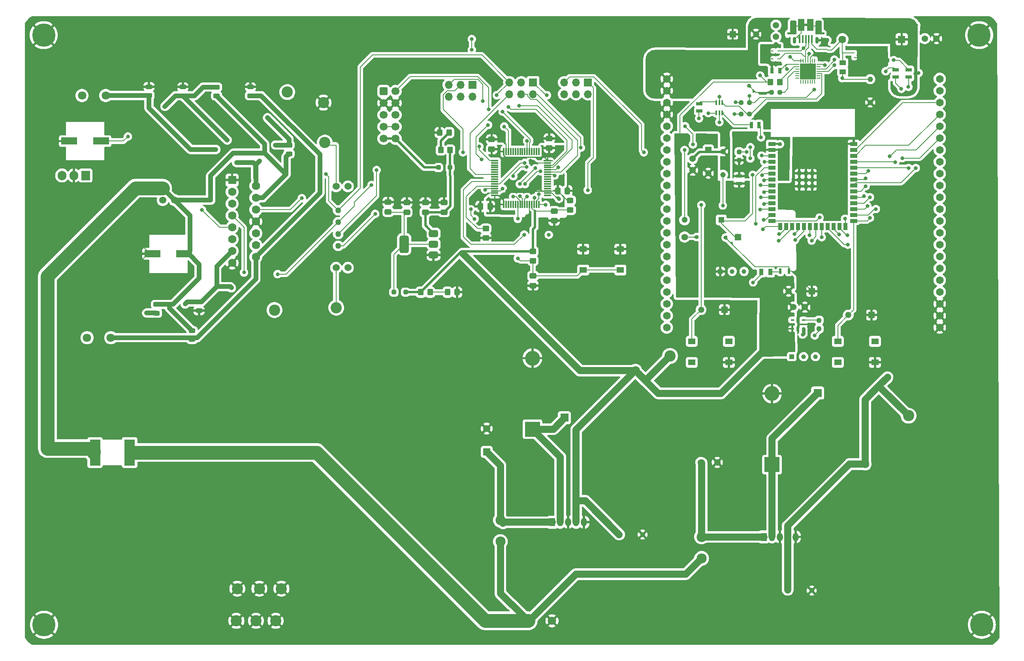
<source format=gbr>
%TF.GenerationSoftware,KiCad,Pcbnew,8.0.4*%
%TF.CreationDate,2024-10-24T16:41:08-04:00*%
%TF.ProjectId,merged,6d657267-6564-42e6-9b69-6361645f7063,rev?*%
%TF.SameCoordinates,Original*%
%TF.FileFunction,Copper,L1,Top*%
%TF.FilePolarity,Positive*%
%FSLAX46Y46*%
G04 Gerber Fmt 4.6, Leading zero omitted, Abs format (unit mm)*
G04 Created by KiCad (PCBNEW 8.0.4) date 2024-10-24 16:41:08*
%MOMM*%
%LPD*%
G01*
G04 APERTURE LIST*
G04 Aperture macros list*
%AMRoundRect*
0 Rectangle with rounded corners*
0 $1 Rounding radius*
0 $2 $3 $4 $5 $6 $7 $8 $9 X,Y pos of 4 corners*
0 Add a 4 corners polygon primitive as box body*
4,1,4,$2,$3,$4,$5,$6,$7,$8,$9,$2,$3,0*
0 Add four circle primitives for the rounded corners*
1,1,$1+$1,$2,$3*
1,1,$1+$1,$4,$5*
1,1,$1+$1,$6,$7*
1,1,$1+$1,$8,$9*
0 Add four rect primitives between the rounded corners*
20,1,$1+$1,$2,$3,$4,$5,0*
20,1,$1+$1,$4,$5,$6,$7,0*
20,1,$1+$1,$6,$7,$8,$9,0*
20,1,$1+$1,$8,$9,$2,$3,0*%
G04 Aperture macros list end*
%TA.AperFunction,EtchedComponent*%
%ADD10C,0.010000*%
%TD*%
%TA.AperFunction,SMDPad,CuDef*%
%ADD11R,3.352800X3.352800*%
%TD*%
%TA.AperFunction,SMDPad,CuDef*%
%ADD12R,0.863600X0.254000*%
%TD*%
%TA.AperFunction,SMDPad,CuDef*%
%ADD13R,0.254000X0.863600*%
%TD*%
%TA.AperFunction,ComponentPad*%
%ADD14C,2.400000*%
%TD*%
%TA.AperFunction,SMDPad,CuDef*%
%ADD15R,1.380000X1.010000*%
%TD*%
%TA.AperFunction,SMDPad,CuDef*%
%ADD16R,0.711200X1.295400*%
%TD*%
%TA.AperFunction,SMDPad,CuDef*%
%ADD17RoundRect,0.237500X-0.250000X-0.237500X0.250000X-0.237500X0.250000X0.237500X-0.250000X0.237500X0*%
%TD*%
%TA.AperFunction,SMDPad,CuDef*%
%ADD18RoundRect,0.250000X-0.350000X-0.450000X0.350000X-0.450000X0.350000X0.450000X-0.350000X0.450000X0*%
%TD*%
%TA.AperFunction,ComponentPad*%
%ADD19C,1.371600*%
%TD*%
%TA.AperFunction,ComponentPad*%
%ADD20C,1.150000*%
%TD*%
%TA.AperFunction,SMDPad,CuDef*%
%ADD21RoundRect,0.250000X-0.450000X0.350000X-0.450000X-0.350000X0.450000X-0.350000X0.450000X0.350000X0*%
%TD*%
%TA.AperFunction,SMDPad,CuDef*%
%ADD22RoundRect,0.243750X0.456250X-0.243750X0.456250X0.243750X-0.456250X0.243750X-0.456250X-0.243750X0*%
%TD*%
%TA.AperFunction,ComponentPad*%
%ADD23R,1.320800X1.320800*%
%TD*%
%TA.AperFunction,ComponentPad*%
%ADD24C,1.320800*%
%TD*%
%TA.AperFunction,SMDPad,CuDef*%
%ADD25R,1.346200X0.787400*%
%TD*%
%TA.AperFunction,SMDPad,CuDef*%
%ADD26R,1.550000X1.300000*%
%TD*%
%TA.AperFunction,SMDPad,CuDef*%
%ADD27RoundRect,0.250000X0.475000X-0.337500X0.475000X0.337500X-0.475000X0.337500X-0.475000X-0.337500X0*%
%TD*%
%TA.AperFunction,SMDPad,CuDef*%
%ADD28R,0.723900X0.381000*%
%TD*%
%TA.AperFunction,SMDPad,CuDef*%
%ADD29RoundRect,0.243750X-0.456250X0.243750X-0.456250X-0.243750X0.456250X-0.243750X0.456250X0.243750X0*%
%TD*%
%TA.AperFunction,SMDPad,CuDef*%
%ADD30RoundRect,0.237500X0.237500X-0.250000X0.237500X0.250000X-0.237500X0.250000X-0.237500X-0.250000X0*%
%TD*%
%TA.AperFunction,ComponentPad*%
%ADD31R,1.397000X1.397000*%
%TD*%
%TA.AperFunction,ComponentPad*%
%ADD32C,1.397000*%
%TD*%
%TA.AperFunction,SMDPad,CuDef*%
%ADD33R,0.300000X1.000000*%
%TD*%
%TA.AperFunction,ComponentPad*%
%ADD34C,1.524000*%
%TD*%
%TA.AperFunction,SMDPad,CuDef*%
%ADD35RoundRect,0.250000X-0.450000X0.325000X-0.450000X-0.325000X0.450000X-0.325000X0.450000X0.325000X0*%
%TD*%
%TA.AperFunction,ComponentPad*%
%ADD36R,1.700000X1.700000*%
%TD*%
%TA.AperFunction,ComponentPad*%
%ADD37O,1.700000X1.700000*%
%TD*%
%TA.AperFunction,SMDPad,CuDef*%
%ADD38RoundRect,0.237500X0.250000X0.237500X-0.250000X0.237500X-0.250000X-0.237500X0.250000X-0.237500X0*%
%TD*%
%TA.AperFunction,SMDPad,CuDef*%
%ADD39R,0.254000X0.203200*%
%TD*%
%TA.AperFunction,SMDPad,CuDef*%
%ADD40R,0.203200X0.254000*%
%TD*%
%TA.AperFunction,SMDPad,CuDef*%
%ADD41RoundRect,0.375000X0.625000X0.375000X-0.625000X0.375000X-0.625000X-0.375000X0.625000X-0.375000X0*%
%TD*%
%TA.AperFunction,SMDPad,CuDef*%
%ADD42RoundRect,0.500000X0.500000X1.400000X-0.500000X1.400000X-0.500000X-1.400000X0.500000X-1.400000X0*%
%TD*%
%TA.AperFunction,SMDPad,CuDef*%
%ADD43RoundRect,0.250000X0.350000X0.450000X-0.350000X0.450000X-0.350000X-0.450000X0.350000X-0.450000X0*%
%TD*%
%TA.AperFunction,ComponentPad*%
%ADD44R,1.778000X1.778000*%
%TD*%
%TA.AperFunction,ComponentPad*%
%ADD45C,1.778000*%
%TD*%
%TA.AperFunction,SMDPad,CuDef*%
%ADD46RoundRect,0.250000X0.337500X0.475000X-0.337500X0.475000X-0.337500X-0.475000X0.337500X-0.475000X0*%
%TD*%
%TA.AperFunction,ComponentPad*%
%ADD47C,0.800000*%
%TD*%
%TA.AperFunction,ComponentPad*%
%ADD48C,5.000000*%
%TD*%
%TA.AperFunction,SMDPad,CuDef*%
%ADD49RoundRect,0.250000X0.325000X0.450000X-0.325000X0.450000X-0.325000X-0.450000X0.325000X-0.450000X0*%
%TD*%
%TA.AperFunction,ComponentPad*%
%ADD50RoundRect,0.250000X-0.600000X-0.600000X0.600000X-0.600000X0.600000X0.600000X-0.600000X0.600000X0*%
%TD*%
%TA.AperFunction,ComponentPad*%
%ADD51C,1.700000*%
%TD*%
%TA.AperFunction,SMDPad,CuDef*%
%ADD52R,0.400000X1.750000*%
%TD*%
%TA.AperFunction,ComponentPad*%
%ADD53O,0.730000X1.460000*%
%TD*%
%TA.AperFunction,ComponentPad*%
%ADD54O,1.200000X2.400000*%
%TD*%
%TA.AperFunction,SMDPad,CuDef*%
%ADD55R,1.425000X2.500000*%
%TD*%
%TA.AperFunction,ComponentPad*%
%ADD56R,0.985000X0.985000*%
%TD*%
%TA.AperFunction,ComponentPad*%
%ADD57C,0.985000*%
%TD*%
%TA.AperFunction,ComponentPad*%
%ADD58C,1.803400*%
%TD*%
%TA.AperFunction,SMDPad,CuDef*%
%ADD59R,3.403600X1.498600*%
%TD*%
%TA.AperFunction,ComponentPad*%
%ADD60C,2.159000*%
%TD*%
%TA.AperFunction,ComponentPad*%
%ADD61R,3.200000X3.200000*%
%TD*%
%TA.AperFunction,ComponentPad*%
%ADD62O,3.200000X3.200000*%
%TD*%
%TA.AperFunction,SMDPad,CuDef*%
%ADD63R,0.920000X1.380000*%
%TD*%
%TA.AperFunction,ComponentPad*%
%ADD64R,1.275000X1.800000*%
%TD*%
%TA.AperFunction,ComponentPad*%
%ADD65O,1.275000X1.800000*%
%TD*%
%TA.AperFunction,SMDPad,CuDef*%
%ADD66RoundRect,0.250000X0.250000X0.250000X-0.250000X0.250000X-0.250000X-0.250000X0.250000X-0.250000X0*%
%TD*%
%TA.AperFunction,ComponentPad*%
%ADD67R,1.625600X1.625600*%
%TD*%
%TA.AperFunction,ComponentPad*%
%ADD68C,1.625600*%
%TD*%
%TA.AperFunction,ComponentPad*%
%ADD69C,1.270000*%
%TD*%
%TA.AperFunction,ComponentPad*%
%ADD70C,1.650000*%
%TD*%
%TA.AperFunction,ComponentPad*%
%ADD71R,1.524000X1.524000*%
%TD*%
%TA.AperFunction,ComponentPad*%
%ADD72R,1.905000X2.000000*%
%TD*%
%TA.AperFunction,ComponentPad*%
%ADD73O,1.905000X2.000000*%
%TD*%
%TA.AperFunction,ComponentPad*%
%ADD74C,1.117600*%
%TD*%
%TA.AperFunction,SMDPad,CuDef*%
%ADD75RoundRect,0.250000X-0.325000X-0.450000X0.325000X-0.450000X0.325000X0.450000X-0.325000X0.450000X0*%
%TD*%
%TA.AperFunction,SMDPad,CuDef*%
%ADD76RoundRect,0.250000X-0.337500X-0.475000X0.337500X-0.475000X0.337500X0.475000X-0.337500X0.475000X0*%
%TD*%
%TA.AperFunction,SMDPad,CuDef*%
%ADD77RoundRect,0.075000X0.075000X-0.700000X0.075000X0.700000X-0.075000X0.700000X-0.075000X-0.700000X0*%
%TD*%
%TA.AperFunction,SMDPad,CuDef*%
%ADD78RoundRect,0.075000X0.700000X-0.075000X0.700000X0.075000X-0.700000X0.075000X-0.700000X-0.075000X0*%
%TD*%
%TA.AperFunction,SMDPad,CuDef*%
%ADD79RoundRect,0.250000X-0.475000X0.337500X-0.475000X-0.337500X0.475000X-0.337500X0.475000X0.337500X0*%
%TD*%
%TA.AperFunction,SMDPad,CuDef*%
%ADD80R,0.508000X1.193800*%
%TD*%
%TA.AperFunction,SMDPad,CuDef*%
%ADD81R,0.787400X1.346200*%
%TD*%
%TA.AperFunction,SMDPad,CuDef*%
%ADD82R,1.498600X0.812800*%
%TD*%
%TA.AperFunction,SMDPad,CuDef*%
%ADD83R,0.812800X1.498600*%
%TD*%
%TA.AperFunction,SMDPad,CuDef*%
%ADD84R,0.889000X0.889000*%
%TD*%
%TA.AperFunction,SMDPad,CuDef*%
%ADD85R,2.311400X5.613400*%
%TD*%
%TA.AperFunction,ComponentPad*%
%ADD86R,1.295400X1.295400*%
%TD*%
%TA.AperFunction,ComponentPad*%
%ADD87C,1.295400*%
%TD*%
%TA.AperFunction,ViaPad*%
%ADD88C,0.800000*%
%TD*%
%TA.AperFunction,Conductor*%
%ADD89C,0.200000*%
%TD*%
%TA.AperFunction,Conductor*%
%ADD90C,0.500000*%
%TD*%
%TA.AperFunction,Conductor*%
%ADD91C,1.500000*%
%TD*%
%TA.AperFunction,Conductor*%
%ADD92C,0.800000*%
%TD*%
%TA.AperFunction,Conductor*%
%ADD93C,1.000000*%
%TD*%
%TA.AperFunction,Conductor*%
%ADD94C,3.000000*%
%TD*%
%TA.AperFunction,Conductor*%
%ADD95C,0.250000*%
%TD*%
G04 APERTURE END LIST*
D10*
%TO.C,J1*%
X498513750Y-149201000D02*
X498534750Y-149202000D01*
X498555750Y-149205000D01*
X498575750Y-149209000D01*
X498596750Y-149214000D01*
X498616750Y-149220000D01*
X498635750Y-149227000D01*
X498655750Y-149235000D01*
X498674750Y-149244000D01*
X498692750Y-149254000D01*
X498710750Y-149265000D01*
X498727750Y-149276000D01*
X498744750Y-149289000D01*
X498760750Y-149303000D01*
X498775750Y-149317000D01*
X498789750Y-149332000D01*
X498803750Y-149348000D01*
X498816750Y-149365000D01*
X498827750Y-149382000D01*
X498838750Y-149400000D01*
X498848750Y-149418000D01*
X498857750Y-149437000D01*
X498865750Y-149457000D01*
X498872750Y-149476000D01*
X498878750Y-149496000D01*
X498883750Y-149517000D01*
X498887750Y-149537000D01*
X498890750Y-149558000D01*
X498891750Y-149579000D01*
X498892750Y-149600000D01*
X498892750Y-152050000D01*
X497067750Y-152050000D01*
X497067750Y-151750000D01*
X497592750Y-151750000D01*
X497592750Y-149600000D01*
X497593750Y-149579000D01*
X497594750Y-149558000D01*
X497597750Y-149537000D01*
X497601750Y-149517000D01*
X497606750Y-149496000D01*
X497612750Y-149476000D01*
X497619750Y-149457000D01*
X497627750Y-149437000D01*
X497636750Y-149418000D01*
X497646750Y-149400000D01*
X497657750Y-149382000D01*
X497668750Y-149365000D01*
X497681750Y-149348000D01*
X497695750Y-149332000D01*
X497709750Y-149317000D01*
X497724750Y-149303000D01*
X497740750Y-149289000D01*
X497757750Y-149276000D01*
X497774750Y-149265000D01*
X497792750Y-149254000D01*
X497810750Y-149244000D01*
X497829750Y-149235000D01*
X497849750Y-149227000D01*
X497868750Y-149220000D01*
X497888750Y-149214000D01*
X497909750Y-149209000D01*
X497929750Y-149205000D01*
X497950750Y-149202000D01*
X497971750Y-149201000D01*
X497992750Y-149200000D01*
X498492750Y-149200000D01*
X498513750Y-149201000D01*
%TA.AperFunction,EtchedComponent*%
G36*
X498513750Y-149201000D02*
G01*
X498534750Y-149202000D01*
X498555750Y-149205000D01*
X498575750Y-149209000D01*
X498596750Y-149214000D01*
X498616750Y-149220000D01*
X498635750Y-149227000D01*
X498655750Y-149235000D01*
X498674750Y-149244000D01*
X498692750Y-149254000D01*
X498710750Y-149265000D01*
X498727750Y-149276000D01*
X498744750Y-149289000D01*
X498760750Y-149303000D01*
X498775750Y-149317000D01*
X498789750Y-149332000D01*
X498803750Y-149348000D01*
X498816750Y-149365000D01*
X498827750Y-149382000D01*
X498838750Y-149400000D01*
X498848750Y-149418000D01*
X498857750Y-149437000D01*
X498865750Y-149457000D01*
X498872750Y-149476000D01*
X498878750Y-149496000D01*
X498883750Y-149517000D01*
X498887750Y-149537000D01*
X498890750Y-149558000D01*
X498891750Y-149579000D01*
X498892750Y-149600000D01*
X498892750Y-152050000D01*
X497067750Y-152050000D01*
X497067750Y-151750000D01*
X497592750Y-151750000D01*
X497592750Y-149600000D01*
X497593750Y-149579000D01*
X497594750Y-149558000D01*
X497597750Y-149537000D01*
X497601750Y-149517000D01*
X497606750Y-149496000D01*
X497612750Y-149476000D01*
X497619750Y-149457000D01*
X497627750Y-149437000D01*
X497636750Y-149418000D01*
X497646750Y-149400000D01*
X497657750Y-149382000D01*
X497668750Y-149365000D01*
X497681750Y-149348000D01*
X497695750Y-149332000D01*
X497709750Y-149317000D01*
X497724750Y-149303000D01*
X497740750Y-149289000D01*
X497757750Y-149276000D01*
X497774750Y-149265000D01*
X497792750Y-149254000D01*
X497810750Y-149244000D01*
X497829750Y-149235000D01*
X497849750Y-149227000D01*
X497868750Y-149220000D01*
X497888750Y-149214000D01*
X497909750Y-149209000D01*
X497929750Y-149205000D01*
X497950750Y-149202000D01*
X497971750Y-149201000D01*
X497992750Y-149200000D01*
X498492750Y-149200000D01*
X498513750Y-149201000D01*
G37*
%TD.AperFunction*%
X503963750Y-149201000D02*
X503984750Y-149202000D01*
X504005750Y-149205000D01*
X504025750Y-149209000D01*
X504046750Y-149214000D01*
X504066750Y-149220000D01*
X504085750Y-149227000D01*
X504105750Y-149235000D01*
X504124750Y-149244000D01*
X504142750Y-149254000D01*
X504160750Y-149265000D01*
X504177750Y-149276000D01*
X504194750Y-149289000D01*
X504210750Y-149303000D01*
X504225750Y-149317000D01*
X504239750Y-149332000D01*
X504253750Y-149348000D01*
X504266750Y-149365000D01*
X504277750Y-149382000D01*
X504288750Y-149400000D01*
X504298750Y-149418000D01*
X504307750Y-149437000D01*
X504315750Y-149457000D01*
X504322750Y-149476000D01*
X504328750Y-149496000D01*
X504333750Y-149517000D01*
X504337750Y-149537000D01*
X504340750Y-149558000D01*
X504341750Y-149579000D01*
X504342750Y-149600000D01*
X504342750Y-151750000D01*
X504867750Y-151750000D01*
X504867750Y-152050000D01*
X503042750Y-152050000D01*
X503042750Y-149600000D01*
X503043750Y-149579000D01*
X503044750Y-149558000D01*
X503047750Y-149537000D01*
X503051750Y-149517000D01*
X503056750Y-149496000D01*
X503062750Y-149476000D01*
X503069750Y-149457000D01*
X503077750Y-149437000D01*
X503086750Y-149418000D01*
X503096750Y-149400000D01*
X503107750Y-149382000D01*
X503118750Y-149365000D01*
X503131750Y-149348000D01*
X503145750Y-149332000D01*
X503159750Y-149317000D01*
X503174750Y-149303000D01*
X503190750Y-149289000D01*
X503207750Y-149276000D01*
X503224750Y-149265000D01*
X503242750Y-149254000D01*
X503260750Y-149244000D01*
X503279750Y-149235000D01*
X503299750Y-149227000D01*
X503318750Y-149220000D01*
X503338750Y-149214000D01*
X503359750Y-149209000D01*
X503379750Y-149205000D01*
X503400750Y-149202000D01*
X503421750Y-149201000D01*
X503442750Y-149200000D01*
X503942750Y-149200000D01*
X503963750Y-149201000D01*
%TA.AperFunction,EtchedComponent*%
G36*
X503963750Y-149201000D02*
G01*
X503984750Y-149202000D01*
X504005750Y-149205000D01*
X504025750Y-149209000D01*
X504046750Y-149214000D01*
X504066750Y-149220000D01*
X504085750Y-149227000D01*
X504105750Y-149235000D01*
X504124750Y-149244000D01*
X504142750Y-149254000D01*
X504160750Y-149265000D01*
X504177750Y-149276000D01*
X504194750Y-149289000D01*
X504210750Y-149303000D01*
X504225750Y-149317000D01*
X504239750Y-149332000D01*
X504253750Y-149348000D01*
X504266750Y-149365000D01*
X504277750Y-149382000D01*
X504288750Y-149400000D01*
X504298750Y-149418000D01*
X504307750Y-149437000D01*
X504315750Y-149457000D01*
X504322750Y-149476000D01*
X504328750Y-149496000D01*
X504333750Y-149517000D01*
X504337750Y-149537000D01*
X504340750Y-149558000D01*
X504341750Y-149579000D01*
X504342750Y-149600000D01*
X504342750Y-151750000D01*
X504867750Y-151750000D01*
X504867750Y-152050000D01*
X503042750Y-152050000D01*
X503042750Y-149600000D01*
X503043750Y-149579000D01*
X503044750Y-149558000D01*
X503047750Y-149537000D01*
X503051750Y-149517000D01*
X503056750Y-149496000D01*
X503062750Y-149476000D01*
X503069750Y-149457000D01*
X503077750Y-149437000D01*
X503086750Y-149418000D01*
X503096750Y-149400000D01*
X503107750Y-149382000D01*
X503118750Y-149365000D01*
X503131750Y-149348000D01*
X503145750Y-149332000D01*
X503159750Y-149317000D01*
X503174750Y-149303000D01*
X503190750Y-149289000D01*
X503207750Y-149276000D01*
X503224750Y-149265000D01*
X503242750Y-149254000D01*
X503260750Y-149244000D01*
X503279750Y-149235000D01*
X503299750Y-149227000D01*
X503318750Y-149220000D01*
X503338750Y-149214000D01*
X503359750Y-149209000D01*
X503379750Y-149205000D01*
X503400750Y-149202000D01*
X503421750Y-149201000D01*
X503442750Y-149200000D01*
X503942750Y-149200000D01*
X503963750Y-149201000D01*
G37*
%TD.AperFunction*%
%TD*%
D11*
%TO.P,U6,29,GND*%
%TO.N,Earth*%
X501400000Y-160100000D03*
D12*
%TO.P,U6,28,DTR*%
%TO.N,/DTR*%
X503673300Y-158600000D03*
%TO.P,U6,27,DSR*%
%TO.N,unconnected-(U6-DSR-Pad27)*%
X503673300Y-159099999D03*
%TO.P,U6,26,TXD*%
%TO.N,Net-(U6-TXD)*%
X503673300Y-159600001D03*
%TO.P,U6,25,RXD*%
%TO.N,Net-(U6-RXD)*%
X503673300Y-160100000D03*
%TO.P,U6,24,RTS*%
%TO.N,/RTS*%
X503673300Y-160599999D03*
%TO.P,U6,23,CTS*%
%TO.N,unconnected-(U6-CTS-Pad23)*%
X503673300Y-161100001D03*
%TO.P,U6,22,GPIO.4*%
%TO.N,unconnected-(U6-GPIO.4-Pad22)*%
X503673300Y-161600000D03*
D13*
%TO.P,U6,21,GPIO.5*%
%TO.N,unconnected-(U6-GPIO.5-Pad21)*%
X502900000Y-162373300D03*
%TO.P,U6,20,GPIO.6*%
%TO.N,unconnected-(U6-GPIO.6-Pad20)*%
X502400001Y-162373300D03*
%TO.P,U6,19,GPIO.0/TXT*%
%TO.N,unconnected-(U6-GPIO.0{slash}TXT-Pad19)*%
X501899999Y-162373300D03*
%TO.P,U6,18,GPIO.1/RXT*%
%TO.N,unconnected-(U6-GPIO.1{slash}RXT-Pad18)*%
X501400000Y-162373300D03*
%TO.P,U6,17,GPIO.2/RS485*%
%TO.N,unconnected-(U6-GPIO.2{slash}RS485-Pad17)*%
X500900001Y-162373300D03*
%TO.P,U6,16,GPIO.3/WAKEUP*%
%TO.N,unconnected-(U6-GPIO.3{slash}WAKEUP-Pad16)*%
X500399999Y-162373300D03*
%TO.P,U6,15,CHR0*%
%TO.N,unconnected-(U6-CHR0-Pad15)*%
X499900000Y-162373300D03*
D12*
%TO.P,U6,14,CHR1*%
%TO.N,unconnected-(U6-CHR1-Pad14)*%
X499126700Y-161600000D03*
%TO.P,U6,13,CHREN*%
%TO.N,unconnected-(U6-CHREN-Pad13)*%
X499126700Y-161100001D03*
%TO.P,U6,12,SUSPEND*%
%TO.N,unconnected-(U6-SUSPEND-Pad12)*%
X499126700Y-160599999D03*
%TO.P,U6,11,SUSPENDb*%
%TO.N,Net-(U6-SUSPENDb)*%
X499126700Y-160100000D03*
%TO.P,U6,10,NC*%
%TO.N,unconnected-(U6-NC-Pad10)*%
X499126700Y-159600001D03*
%TO.P,U6,9,RSTb*%
%TO.N,Net-(U6-RSTb)*%
X499126700Y-159099999D03*
%TO.P,U6,8,VBUS*%
%TO.N,Net-(U6-VBUS)*%
X499126700Y-158600000D03*
D13*
%TO.P,U6,7,VREGIN*%
%TO.N,/VCC_3V3*%
X499900000Y-157826700D03*
%TO.P,U6,6,VDD*%
X500399999Y-157826700D03*
%TO.P,U6,5,D-*%
%TO.N,/USB_DN*%
X500900001Y-157826700D03*
%TO.P,U6,4,D+*%
%TO.N,/USB_DP*%
X501400000Y-157826700D03*
%TO.P,U6,3,GND*%
%TO.N,Earth*%
X501899999Y-157826700D03*
%TO.P,U6,2,RI/CLK*%
%TO.N,unconnected-(U6-RI{slash}CLK-Pad2)*%
X502400001Y-157826700D03*
%TO.P,U6,1,DCD*%
%TO.N,unconnected-(U6-DCD-Pad1)*%
X502900000Y-157826700D03*
%TD*%
D14*
%TO.P,TP8,1,1*%
%TO.N,Earth*%
X388600000Y-271100000D03*
%TD*%
%TO.P,TP4,1,1*%
%TO.N,Earth*%
X383870000Y-271100000D03*
%TD*%
%TO.P,TP3,1,1*%
%TO.N,Earth*%
X379140000Y-271100000D03*
%TD*%
D15*
%TO.P,R20,2*%
%TO.N,Net-(U6-VBUS)*%
X508900000Y-160200000D03*
%TO.P,R20,1*%
%TO.N,/VBUS*%
X508900000Y-158300000D03*
%TD*%
D16*
%TO.P,R19,1*%
%TO.N,Earth*%
X493700000Y-160000000D03*
%TO.P,R19,2*%
%TO.N,Net-(U6-VBUS)*%
X495401800Y-160000000D03*
%TD*%
D17*
%TO.P,R18,1*%
%TO.N,Earth*%
X493600000Y-164600000D03*
%TO.P,R18,2*%
%TO.N,Net-(U6-SUSPENDb)*%
X495425000Y-164600000D03*
%TD*%
D18*
%TO.P,R17,1*%
%TO.N,/VCC_3V3*%
X493400000Y-162400000D03*
%TO.P,R17,2*%
%TO.N,Net-(U6-RSTb)*%
X495400000Y-162400000D03*
%TD*%
D19*
%TO.P,C27,1*%
%TO.N,/VCC_3V3*%
X494600000Y-152700000D03*
%TO.P,C27,2*%
%TO.N,Earth*%
X494600000Y-150200000D03*
%TD*%
D20*
%TO.P,C7,1*%
%TO.N,Earth*%
X514800000Y-166800000D03*
%TO.P,C7,2*%
%TO.N,Net-(U6-VBUS)*%
X514800000Y-161800000D03*
%TD*%
D14*
%TO.P,TP7,1,1*%
%TO.N,/MOTORA*%
X389857883Y-164568183D03*
%TD*%
D21*
%TO.P,R15,1*%
%TO.N,PF11*%
X432400000Y-193875000D03*
%TO.P,R15,2*%
%TO.N,Earth*%
X432400000Y-195875000D03*
%TD*%
D22*
%TO.P,D10,1,K*%
%TO.N,Net-(CR1-OUTPUT_4)*%
X381964000Y-165343600D03*
%TO.P,D10,2,A*%
%TO.N,Earth*%
X381964000Y-163468600D03*
%TD*%
D21*
%TO.P,R16,1*%
%TO.N,/VCC_3V3*%
X442500000Y-198750000D03*
%TO.P,R16,2*%
%TO.N,NRST*%
X442500000Y-200750000D03*
%TD*%
D23*
%TO.P,C2,1*%
%TO.N,Earth*%
X480082000Y-176992200D03*
D24*
%TO.P,C2,2*%
%TO.N,/VCC_3V3*%
X480082000Y-181992190D03*
%TD*%
D25*
%TO.P,R9,1*%
%TO.N,/GPIO00*%
X478177000Y-168635600D03*
%TO.P,R9,2*%
%TO.N,Net-(R9-Pad2)*%
X478177000Y-167060800D03*
%TD*%
D26*
%TO.P,SW3,1,1*%
%TO.N,Earth*%
X453270000Y-198250000D03*
X461230000Y-198250000D03*
%TO.P,SW3,2,2*%
%TO.N,NRST*%
X453270000Y-202750000D03*
X461230000Y-202750000D03*
%TD*%
D27*
%TO.P,C20,1*%
%TO.N,Net-(U11-VO)*%
X415463333Y-190325000D03*
%TO.P,C20,2*%
%TO.N,Earth*%
X415463333Y-188250000D03*
%TD*%
D22*
%TO.P,D5,1,K*%
%TO.N,/VCC_13V_FUSE*%
X374696800Y-165366700D03*
%TO.P,D5,2,A*%
%TO.N,Net-(CR1-OUTPUT_2)*%
X374696800Y-163491700D03*
%TD*%
D28*
%TO.P,U5,1,VIN*%
%TO.N,/VCC_5V*%
X500471000Y-215343200D03*
%TO.P,U5,2,VSS*%
%TO.N,Earth*%
X500471000Y-214393199D03*
%TO.P,U5,3,CE*%
%TO.N,Net-(U5-CE)*%
X500471000Y-213443198D03*
%TO.P,U5,4,NC*%
%TO.N,unconnected-(U5-NC-Pad4)*%
X498096100Y-213443198D03*
%TO.P,U5,5,VOUT*%
%TO.N,/VCC_3V3*%
X498096100Y-215343200D03*
%TD*%
D29*
%TO.P,D8,1,K*%
%TO.N,/MOTORB*%
X370926800Y-209568800D03*
%TO.P,D8,2,A*%
%TO.N,Earth*%
X370926800Y-211443800D03*
%TD*%
D30*
%TO.P,R2,1*%
%TO.N,/ESP_3V3*%
X486686000Y-179193200D03*
%TO.P,R2,2*%
%TO.N,/EN*%
X486686000Y-177368200D03*
%TD*%
D27*
%TO.P,C24,1*%
%TO.N,/STM_3V3*%
X446000000Y-176575000D03*
%TO.P,C24,2*%
%TO.N,Earth*%
X446000000Y-174500000D03*
%TD*%
D19*
%TO.P,C4,1*%
%TO.N,Earth*%
X528986000Y-153093200D03*
%TO.P,C4,2*%
%TO.N,/VCC_5V*%
X526486000Y-153093200D03*
%TD*%
D31*
%TO.P,R11,1*%
%TO.N,/GPIO06*%
X486432000Y-195661200D03*
D32*
%TO.P,R11,2*%
%TO.N,Earth*%
X475002000Y-195661200D03*
%TD*%
D18*
%TO.P,R14,1*%
%TO.N,/VCC_3V3*%
X418450000Y-207500000D03*
%TO.P,R14,2*%
%TO.N,Net-(D16-A)*%
X420450000Y-207500000D03*
%TD*%
D19*
%TO.P,C15,1*%
%TO.N,Net-(U10-VIN)*%
X478499999Y-244000000D03*
%TO.P,C15,2*%
%TO.N,Earth*%
X482000000Y-244000000D03*
%TD*%
D33*
%TO.P,U7,1*%
%TO.N,/RTS*%
X483086000Y-166823200D03*
%TO.P,U7,2*%
%TO.N,Net-(R7-Pad2)*%
X482426000Y-166823200D03*
%TO.P,U7,3*%
%TO.N,Net-(R9-Pad2)*%
X481766000Y-166823200D03*
%TO.P,U7,4*%
%TO.N,/DTR*%
X481766000Y-169003200D03*
%TO.P,U7,5*%
%TO.N,Net-(R8-Pad1)*%
X482426000Y-169003200D03*
%TO.P,U7,6*%
%TO.N,Net-(R10-Pad1)*%
X483086000Y-169003200D03*
%TD*%
D25*
%TO.P,R6,1*%
%TO.N,Net-(U6-RXD)*%
X520243400Y-159763200D03*
%TO.P,R6,2*%
%TO.N,/U0TXD*%
X520243400Y-161338000D03*
%TD*%
%TO.P,R1,1*%
%TO.N,/VCC_3V3*%
X486686000Y-184168000D03*
%TO.P,R1,2*%
%TO.N,/ESP_3V3*%
X486686000Y-182593200D03*
%TD*%
D34*
%TO.P,J9,1,1*%
%TO.N,/VCC_13V_FUSE*%
X365705200Y-187746400D03*
%TO.P,J9,2,2*%
%TO.N,Net-(U8-IN)*%
X363165200Y-187746400D03*
%TD*%
D27*
%TO.P,C17,1*%
%TO.N,+5V*%
X419456666Y-190325000D03*
%TO.P,C17,2*%
%TO.N,Earth*%
X419456666Y-188250000D03*
%TD*%
D35*
%TO.P,FB1,1*%
%TO.N,/STM_3V3*%
X450500000Y-187800000D03*
%TO.P,FB1,2*%
%TO.N,/VCC_3V3*%
X450500000Y-189850000D03*
%TD*%
D36*
%TO.P,J16,1,Pin_1*%
%TO.N,PB6*%
X454275000Y-162475000D03*
D37*
%TO.P,J16,2,Pin_2*%
%TO.N,PC2*%
X454275000Y-165015000D03*
%TO.P,J16,3,Pin_3*%
%TO.N,PB7*%
X451735000Y-162475000D03*
%TO.P,J16,4,Pin_4*%
%TO.N,PC1*%
X451735000Y-165015000D03*
%TO.P,J16,5,Pin_5*%
%TO.N,PB0*%
X449195000Y-162475000D03*
%TO.P,J16,6,Pin_6*%
%TO.N,PC0*%
X449195000Y-165015000D03*
%TD*%
D38*
%TO.P,R7,1*%
%TO.N,/DTR*%
X488911000Y-166793200D03*
%TO.P,R7,2*%
%TO.N,Net-(R7-Pad2)*%
X487086000Y-166793200D03*
%TD*%
D39*
%TO.P,U4,1*%
%TO.N,/USB_DP*%
X495000000Y-155700000D03*
%TO.P,U4,2*%
%TO.N,Earth*%
X494009400Y-155700000D03*
%TD*%
D26*
%TO.P,S4,1*%
%TO.N,Earth*%
X484486000Y-222543200D03*
%TO.P,S4,2*%
%TO.N,unconnected-(S4-Pad2)*%
X476536000Y-222543200D03*
%TO.P,S4,3*%
%TO.N,unconnected-(S4-Pad3)*%
X484486000Y-218043200D03*
%TO.P,S4,4*%
%TO.N,/EN*%
X476536000Y-218043200D03*
%TD*%
D27*
%TO.P,C19,1*%
%TO.N,Net-(U11-VO)*%
X411470000Y-190250000D03*
%TO.P,C19,2*%
%TO.N,Earth*%
X411470000Y-188175000D03*
%TD*%
D40*
%TO.P,U2,1*%
%TO.N,/VBUS*%
X511346000Y-156162600D03*
%TO.P,U2,2*%
%TO.N,Earth*%
X511346000Y-157153200D03*
%TD*%
D41*
%TO.P,U11,1,GND*%
%TO.N,Earth*%
X421200000Y-199500000D03*
%TO.P,U11,2,VO*%
%TO.N,Net-(U11-VO)*%
X421200000Y-197200000D03*
D42*
X414900000Y-197200000D03*
D41*
%TO.P,U11,3,VI*%
%TO.N,+5V*%
X421200000Y-194900000D03*
%TD*%
D43*
%TO.P,R13,1*%
%TO.N,+5V*%
X424750000Y-177000000D03*
%TO.P,R13,2*%
%TO.N,Net-(D14-A)*%
X422750000Y-177000000D03*
%TD*%
D44*
%TO.P,CR1,1,CURRENT_SENSING_A*%
%TO.N,Earth*%
X378027883Y-183439250D03*
D45*
%TO.P,CR1,2,OUTPUT_1*%
%TO.N,/MOTORA*%
X383107883Y-184709250D03*
%TO.P,CR1,3,OUTPUT_2*%
%TO.N,Net-(CR1-OUTPUT_2)*%
X378027883Y-185979250D03*
%TO.P,CR1,4,SUPPLY_VOLTAGE_VS*%
%TO.N,/VCC_13V_FUSE*%
X383107883Y-187249250D03*
%TO.P,CR1,5,INPUT_1*%
%TO.N,PB11*%
X378027883Y-188519250D03*
%TO.P,CR1,6,ENABLE_A*%
%TO.N,PC7*%
X383107883Y-189789250D03*
%TO.P,CR1,7,INPUT_2*%
%TO.N,PB10*%
X378027883Y-191059250D03*
%TO.P,CR1,8,GND*%
%TO.N,Earth*%
X383107883Y-192329250D03*
%TO.P,CR1,9,LOGIC_SUPPLY_VOLTAGE_VSS*%
%TO.N,Net-(CR1-LOGIC_SUPPLY_VOLTAGE_VSS)*%
X378027883Y-193599250D03*
%TO.P,CR1,10,INPUT_3*%
%TO.N,PB8*%
X383107883Y-194869250D03*
%TO.P,CR1,11,ENABLE_B*%
%TO.N,PC6*%
X378027883Y-196139250D03*
%TO.P,CR1,12,INPUT_4*%
%TO.N,PB9*%
X383107883Y-197409250D03*
%TO.P,CR1,13,OUTPUT_3*%
%TO.N,/MOTORB*%
X378027883Y-198679250D03*
%TO.P,CR1,14,OUTPUT_4*%
%TO.N,Net-(CR1-OUTPUT_4)*%
X383107883Y-199949250D03*
%TO.P,CR1,15,CURRENT_SENSING_B*%
%TO.N,Earth*%
X378027883Y-201219250D03*
%TD*%
D19*
%TO.P,C1,1*%
%TO.N,Earth*%
X476736000Y-178843200D03*
%TO.P,C1,2*%
%TO.N,/VCC_3V3*%
X476736000Y-181343200D03*
%TD*%
D29*
%TO.P,D9,1,K*%
%TO.N,/VCC_13V_FUSE*%
X369453600Y-215766400D03*
%TO.P,D9,2,A*%
%TO.N,Net-(CR1-OUTPUT_4)*%
X369453600Y-217641400D03*
%TD*%
D14*
%TO.P,TP2,1,1*%
%TO.N,/VCC_3V3*%
X471886000Y-221193200D03*
%TD*%
D46*
%TO.P,C22,1*%
%TO.N,/STM_3V3*%
X433325000Y-189100000D03*
%TO.P,C22,2*%
%TO.N,Earth*%
X431250000Y-189100000D03*
%TD*%
D14*
%TO.P,TP1,1,1*%
%TO.N,PC7*%
X397900000Y-175400000D03*
%TD*%
D47*
%TO.P,H3,1,1*%
%TO.N,Earth*%
X536250000Y-152350000D03*
X536799175Y-151024175D03*
X536799175Y-153675825D03*
X538125000Y-150475000D03*
D48*
X538125000Y-152350000D03*
D47*
X538125000Y-154225000D03*
X539450825Y-151024175D03*
X539450825Y-153675825D03*
X540000000Y-152350000D03*
%TD*%
D17*
%TO.P,R8,1*%
%TO.N,Net-(R8-Pad1)*%
X487086000Y-169303200D03*
%TO.P,R8,2*%
%TO.N,/RTS*%
X488911000Y-169303200D03*
%TD*%
D49*
%TO.P,D16,1,K*%
%TO.N,Earth*%
X426250000Y-207500000D03*
%TO.P,D16,2,A*%
%TO.N,Net-(D16-A)*%
X424200000Y-207500000D03*
%TD*%
D23*
%TO.P,C9,1*%
%TO.N,Earth*%
X515085990Y-212393200D03*
D24*
%TO.P,C9,2*%
%TO.N,/GPIO00*%
X510086000Y-212393200D03*
%TD*%
D14*
%TO.P,TP10,1,1*%
%TO.N,Earth*%
X397607883Y-166818183D03*
%TD*%
D47*
%TO.P,H2,1,1*%
%TO.N,Earth*%
X335850000Y-278850000D03*
X336399175Y-277524175D03*
X336399175Y-280175825D03*
X337725000Y-276975000D03*
D48*
X337725000Y-278850000D03*
D47*
X337725000Y-280725000D03*
X339050825Y-277524175D03*
X339050825Y-280175825D03*
X339600000Y-278850000D03*
%TD*%
D50*
%TO.P,J17,1,Pin_1*%
%TO.N,NRST*%
X410500000Y-164380000D03*
D51*
%TO.P,J17,2,Pin_2*%
%TO.N,SWDIO_IN*%
X413040000Y-164380000D03*
%TO.P,J17,3,Pin_3*%
%TO.N,Earth*%
X410500000Y-166920000D03*
%TO.P,J17,4,Pin_4*%
X413040000Y-166920000D03*
%TO.P,J17,5,Pin_5*%
%TO.N,unconnected-(J17-Pin_5-Pad5)*%
X410500000Y-169460000D03*
%TO.P,J17,6,Pin_6*%
%TO.N,SWCLK_IN*%
X413040000Y-169460000D03*
%TO.P,J17,7,Pin_7*%
%TO.N,V3.3_IN*%
X410500000Y-172000000D03*
%TO.P,J17,8,Pin_8*%
X413040000Y-172000000D03*
%TO.P,J17,9,Pin_9*%
%TO.N,U5V*%
X410500000Y-174540000D03*
%TO.P,J17,10,Pin_10*%
X413040000Y-174540000D03*
%TD*%
D52*
%TO.P,J1,1,VCC*%
%TO.N,/VBUS*%
X502267750Y-153225000D03*
%TO.P,J1,2,D-*%
%TO.N,/USB_DN*%
X501617750Y-153225000D03*
%TO.P,J1,3,D+*%
%TO.N,/USB_DP*%
X500967750Y-153225000D03*
%TO.P,J1,4,ID*%
%TO.N,unconnected-(J1-ID-Pad4)*%
X500317750Y-153225000D03*
%TO.P,J1,5,GND*%
%TO.N,Earth*%
X499667750Y-153225000D03*
D53*
%TO.P,J1,6,SHIELD*%
X503392750Y-153430000D03*
%TO.P,J1,7,SHIELD__1*%
X498542750Y-153430000D03*
D54*
%TO.P,J1,8,SHIELD__2*%
X503692750Y-150400000D03*
%TO.P,J1,9,SHIELD__3*%
X498242750Y-150400000D03*
D55*
%TO.P,J1,S1,SHIELD__6*%
X501930250Y-150150000D03*
%TO.P,J1,S2,SHIELD__7*%
X500005250Y-150150000D03*
%TD*%
D22*
%TO.P,D3,1,K*%
%TO.N,/VCC_13V_FUSE*%
X390230800Y-177814200D03*
%TO.P,D3,2,A*%
%TO.N,/MOTORA*%
X390230800Y-175939200D03*
%TD*%
D56*
%TO.P,J2,01,01*%
%TO.N,/VCC_3V3*%
X482661000Y-203043200D03*
D57*
%TO.P,J2,02,02*%
%TO.N,Net-(J2-Pad02)*%
X485201000Y-203043200D03*
%TO.P,J2,03,03*%
%TO.N,unconnected-(J2-Pad03)*%
X487741000Y-203043200D03*
%TD*%
D47*
%TO.P,H4,1,1*%
%TO.N,Earth*%
X536825000Y-278850000D03*
X537374175Y-277524175D03*
X537374175Y-280175825D03*
X538700000Y-276975000D03*
D48*
X538700000Y-278850000D03*
D47*
X538700000Y-280725000D03*
X540025825Y-277524175D03*
X540025825Y-280175825D03*
X540575000Y-278850000D03*
%TD*%
D23*
%TO.P,C6,1*%
%TO.N,Earth*%
X502285990Y-207293200D03*
D24*
%TO.P,C6,2*%
%TO.N,/VCC_3V3*%
X497286000Y-207293200D03*
%TD*%
D56*
%TO.P,J3,01,01*%
%TO.N,/VCC_5V*%
X497968500Y-221318200D03*
D57*
%TO.P,J3,02,02*%
%TO.N,Net-(J3-Pad02)*%
X500508500Y-221318200D03*
%TO.P,J3,03,03*%
%TO.N,unconnected-(J3-Pad03)*%
X503048500Y-221318200D03*
%TD*%
D22*
%TO.P,D4,1,K*%
%TO.N,/MOTORA*%
X360218800Y-165292800D03*
%TO.P,D4,2,A*%
%TO.N,Earth*%
X360218800Y-163417800D03*
%TD*%
D14*
%TO.P,TP5,1,1*%
%TO.N,/VCC_5V*%
X523000000Y-234000000D03*
%TD*%
D44*
%TO.P,L2,1,1*%
%TO.N,Net-(D12-K)*%
X503525600Y-229130000D03*
D45*
%TO.P,L2,2,2*%
%TO.N,/VCC_5V*%
X513685600Y-244370000D03*
%TD*%
D58*
%TO.P,J15,1,Pin_1*%
%TO.N,/VCC_13V*%
X441500000Y-278000000D03*
%TO.P,J15,2,Pin_2*%
%TO.N,Earth*%
X446580000Y-278000000D03*
%TD*%
D27*
%TO.P,C18,1*%
%TO.N,+5V*%
X423450000Y-190325000D03*
%TO.P,C18,2*%
%TO.N,Earth*%
X423450000Y-188250000D03*
%TD*%
D58*
%TO.P,J13,1,1*%
%TO.N,/MOTORA*%
X350935100Y-165296501D03*
%TO.P,J13,2,2*%
%TO.N,Net-(CR1-OUTPUT_2)*%
X345855100Y-165296501D03*
%TD*%
D27*
%TO.P,C23,1*%
%TO.N,/STM_3V3*%
X433650000Y-176800000D03*
%TO.P,C23,2*%
%TO.N,Earth*%
X433650000Y-174725000D03*
%TD*%
D59*
%TO.P,C12,1*%
%TO.N,Net-(CR1-LOGIC_SUPPLY_VOLTAGE_VSS)*%
X349946400Y-175075600D03*
%TO.P,C12,2*%
%TO.N,Earth*%
X343139200Y-175075600D03*
%TD*%
D60*
%TO.P,SW1,1,1*%
%TO.N,/VCC_13V*%
X435534000Y-260994801D03*
%TO.P,SW1,2,2*%
%TO.N,Net-(U9-VIN)*%
X435534000Y-256394800D03*
%TD*%
D61*
%TO.P,D11,1,K*%
%TO.N,Net-(D11-K)*%
X442392000Y-236887600D03*
D62*
%TO.P,D11,2,A*%
%TO.N,Earth*%
X442392000Y-221647600D03*
%TD*%
D19*
%TO.P,C5,1*%
%TO.N,Earth*%
X500786000Y-210718200D03*
%TO.P,C5,2*%
%TO.N,/VCC_3V3*%
X498286000Y-210718200D03*
%TD*%
D63*
%TO.P,R4,1*%
%TO.N,Net-(D2-A)*%
X493371000Y-203168200D03*
%TO.P,R4,2*%
%TO.N,Net-(J2-Pad02)*%
X491461000Y-203168200D03*
%TD*%
D26*
%TO.P,S3,1*%
%TO.N,Earth*%
X515786000Y-222543200D03*
%TO.P,S3,2*%
%TO.N,unconnected-(S3-Pad2)*%
X507836000Y-222543200D03*
%TO.P,S3,3*%
%TO.N,unconnected-(S3-Pad3)*%
X515786000Y-218043200D03*
%TO.P,S3,4*%
%TO.N,/GPIO00*%
X507836000Y-218043200D03*
%TD*%
D64*
%TO.P,U10,1,VIN*%
%TO.N,Net-(U10-VIN)*%
X492000000Y-260000000D03*
D65*
%TO.P,U10,2,OUT*%
%TO.N,Net-(D12-K)*%
X493700000Y-260000000D03*
%TO.P,U10,3,GND*%
%TO.N,Earth*%
X495400000Y-260000000D03*
%TO.P,U10,4,FB*%
%TO.N,/VCC_5V*%
X497100000Y-260000000D03*
%TO.P,U10,5,~{ON}/OFF*%
%TO.N,Earth*%
X498800000Y-260000000D03*
%TD*%
D47*
%TO.P,H1,1,1*%
%TO.N,Earth*%
X335775000Y-152350000D03*
X336324175Y-151024175D03*
X336324175Y-153675825D03*
X337650000Y-150475000D03*
D48*
X337650000Y-152350000D03*
D47*
X337650000Y-154225000D03*
X338975825Y-151024175D03*
X338975825Y-153675825D03*
X339525000Y-152350000D03*
%TD*%
D60*
%TO.P,SW2,1,1*%
%TO.N,/VCC_13V*%
X478644999Y-264600001D03*
%TO.P,SW2,2,2*%
%TO.N,Net-(U10-VIN)*%
X478644999Y-260000000D03*
%TD*%
D34*
%TO.P,J10,1,1*%
%TO.N,Net-(CR1-LOGIC_SUPPLY_VOLTAGE_VSS)*%
X402840000Y-184800000D03*
%TO.P,J10,2,2*%
%TO.N,PC7*%
X400300000Y-184800000D03*
%TD*%
D14*
%TO.P,TP9,1,1*%
%TO.N,/MOTORB*%
X387107883Y-211318183D03*
%TD*%
D29*
%TO.P,D7,1,K*%
%TO.N,/VCC_13V_FUSE*%
X361833600Y-210127600D03*
%TO.P,D7,2,A*%
%TO.N,/MOTORB*%
X361833600Y-212002600D03*
%TD*%
D61*
%TO.P,D12,1,K*%
%TO.N,Net-(D12-K)*%
X493750000Y-244500000D03*
D62*
%TO.P,D12,2,A*%
%TO.N,Earth*%
X493750000Y-229260000D03*
%TD*%
D14*
%TO.P,TP3,1,1*%
%TO.N,Earth*%
X383150000Y-278000000D03*
%TD*%
D66*
%TO.P,D13,1*%
%TO.N,+5V*%
X424750000Y-180750000D03*
%TO.P,D13,2*%
%TO.N,U5V*%
X422250000Y-180750000D03*
%TD*%
D67*
%TO.P,D1,1*%
%TO.N,/VCC_5V*%
X521536000Y-153243200D03*
D68*
%TO.P,D1,2*%
%TO.N,/VBUS*%
X508836000Y-153243200D03*
%TD*%
D23*
%TO.P,C10,1*%
%TO.N,Earth*%
X483536000Y-211253200D03*
D24*
%TO.P,C10,2*%
%TO.N,/EN*%
X478536010Y-211253200D03*
%TD*%
D69*
%TO.P,J12,1,1*%
%TO.N,PB11*%
X400757200Y-189930800D03*
%TO.P,J12,2,2*%
%TO.N,PB10*%
X400757200Y-192470800D03*
%TO.P,J12,3,3*%
%TO.N,PB8*%
X400757200Y-195010800D03*
%TO.P,J12,4,4*%
%TO.N,PB9*%
X400757200Y-197550800D03*
%TD*%
D20*
%TO.P,C3,1*%
%TO.N,Earth*%
X483236000Y-177293200D03*
%TO.P,C3,2*%
%TO.N,/EN*%
X483236000Y-182293200D03*
%TD*%
D58*
%TO.P,J14,1,1*%
%TO.N,/MOTORB*%
X346947300Y-217257499D03*
%TO.P,J14,2,2*%
%TO.N,Net-(CR1-OUTPUT_4)*%
X352027300Y-217257499D03*
%TD*%
D22*
%TO.P,D6,1,K*%
%TO.N,Net-(CR1-OUTPUT_2)*%
X367477334Y-165343600D03*
%TO.P,D6,2,A*%
%TO.N,Earth*%
X367477334Y-163468600D03*
%TD*%
D30*
%TO.P,R3,1*%
%TO.N,Net-(J3-Pad02)*%
X503821000Y-215343200D03*
%TO.P,R3,2*%
%TO.N,Net-(U5-CE)*%
X503821000Y-213518200D03*
%TD*%
D66*
%TO.P,D15,1*%
%TO.N,/VCC_3V3*%
X415200000Y-207500000D03*
%TO.P,D15,2*%
%TO.N,Net-(U11-VO)*%
X412700000Y-207500000D03*
%TD*%
D36*
%TO.P,J5,1,Pin_1*%
%TO.N,PC7*%
X442525000Y-162475000D03*
D37*
%TO.P,J5,2,Pin_2*%
%TO.N,PB2*%
X442525000Y-165015000D03*
%TO.P,J5,3,Pin_3*%
%TO.N,PB10*%
X439985000Y-162475000D03*
%TO.P,J5,4,Pin_4*%
%TO.N,PB1*%
X439985000Y-165015000D03*
%TO.P,J5,5,Pin_5*%
%TO.N,PB11*%
X437445000Y-162475000D03*
%TO.P,J5,6,Pin_6*%
%TO.N,PB3*%
X437445000Y-165015000D03*
%TD*%
D70*
%TO.P,J6,1*%
%TO.N,/GPIO14*%
X471186000Y-215073200D03*
%TO.P,J6,2*%
%TO.N,/GPIO13*%
X471186000Y-212533200D03*
%TO.P,J6,3*%
%TO.N,/GPIO12*%
X471186000Y-209993200D03*
%TO.P,J6,4*%
%TO.N,/GPIO11*%
X471186000Y-207453200D03*
%TO.P,J6,5*%
%TO.N,/GPIO10*%
X471186000Y-204913200D03*
%TO.P,J6,6*%
%TO.N,/GPIO09*%
X471186000Y-202373200D03*
%TO.P,J6,7*%
%TO.N,/GPIO46*%
X471186000Y-199833200D03*
%TO.P,J6,8*%
%TO.N,/GPIO03*%
X471186000Y-197293200D03*
%TO.P,J6,9*%
%TO.N,PB6*%
X471186000Y-194753200D03*
%TO.P,J6,10*%
%TO.N,/GPIO08*%
X471186000Y-192213200D03*
%TO.P,J6,11*%
%TO.N,/GPIO18*%
X471186000Y-189673200D03*
%TO.P,J6,12*%
%TO.N,/GPIO17*%
X471186000Y-187133200D03*
%TO.P,J6,13*%
%TO.N,/GPIO16*%
X471186000Y-184593200D03*
%TO.P,J6,14*%
%TO.N,PB0*%
X471186000Y-182053200D03*
%TO.P,J6,15*%
%TO.N,/GPIO07*%
X471186000Y-179513200D03*
%TO.P,J6,16*%
%TO.N,Net-(J6-Pad16)*%
X471186000Y-176973200D03*
%TO.P,J6,17*%
%TO.N,PB7*%
X471186000Y-174433200D03*
%TO.P,J6,18*%
%TO.N,/EN*%
X471186000Y-171893200D03*
%TO.P,J6,19*%
%TO.N,Earth*%
X471186000Y-169353200D03*
%TO.P,J6,20*%
X471186000Y-166813200D03*
%TO.P,J6,21*%
%TO.N,/VCC_5V*%
X471186000Y-164273200D03*
%TO.P,J6,22*%
X471186000Y-161733200D03*
%TD*%
D25*
%TO.P,R5,1*%
%TO.N,Net-(U6-TXD)*%
X522996000Y-159763200D03*
%TO.P,R5,2*%
%TO.N,/U0RXD*%
X522996000Y-161338000D03*
%TD*%
D71*
%TO.P,C13,1*%
%TO.N,Net-(U9-VIN)*%
X432587600Y-241770750D03*
D34*
%TO.P,C13,2*%
%TO.N,Earth*%
X432587600Y-236766950D03*
%TD*%
D36*
%TO.P,J4,1,Pin_1*%
%TO.N,PC6*%
X429540000Y-163000000D03*
D37*
%TO.P,J4,2,Pin_2*%
%TO.N,PA2*%
X429540000Y-165540000D03*
%TO.P,J4,3,Pin_3*%
%TO.N,PB8*%
X427000000Y-163000000D03*
%TO.P,J4,4,Pin_4*%
%TO.N,PA1*%
X427000000Y-165540000D03*
%TO.P,J4,5,Pin_5*%
%TO.N,PB9*%
X424460000Y-163000000D03*
%TO.P,J4,6,Pin_6*%
%TO.N,PA0*%
X424460000Y-165540000D03*
%TD*%
D14*
%TO.P,TP8,1,1*%
%TO.N,Earth*%
X378950000Y-278000000D03*
%TD*%
D23*
%TO.P,C8,1*%
%TO.N,Earth*%
X485300000Y-152143200D03*
D24*
%TO.P,C8,2*%
%TO.N,/VCC_5V*%
X490299990Y-152143200D03*
%TD*%
D64*
%TO.P,U9,1,VIN*%
%TO.N,Net-(U9-VIN)*%
X446659200Y-256852000D03*
D65*
%TO.P,U9,2,OUT*%
%TO.N,Net-(D11-K)*%
X448359200Y-256852000D03*
%TO.P,U9,3,GND*%
%TO.N,Earth*%
X450059200Y-256852000D03*
%TO.P,U9,4,FB*%
%TO.N,/VCC_3V3*%
X451759200Y-256852000D03*
%TO.P,U9,5,~{ON}/OFF*%
%TO.N,Earth*%
X453459200Y-256852000D03*
%TD*%
D39*
%TO.P,U3,1*%
%TO.N,/USB_DN*%
X494995300Y-157400000D03*
%TO.P,U3,2*%
%TO.N,Earth*%
X494004700Y-157400000D03*
%TD*%
D34*
%TO.P,J11,1,1*%
%TO.N,PC6*%
X400300000Y-202237100D03*
%TO.P,J11,2,2*%
%TO.N,Net-(CR1-LOGIC_SUPPLY_VOLTAGE_VSS)*%
X402840000Y-202237100D03*
%TD*%
D59*
%TO.P,C11,1*%
%TO.N,/VCC_13V_FUSE*%
X367777200Y-199256400D03*
%TO.P,C11,2*%
%TO.N,Earth*%
X360970000Y-199256400D03*
%TD*%
D72*
%TO.P,U8,1,IN*%
%TO.N,Net-(U8-IN)*%
X346655200Y-182463200D03*
D73*
%TO.P,U8,2,GND*%
%TO.N,Earth*%
X344115200Y-182463200D03*
%TO.P,U8,3,OUT*%
%TO.N,Net-(CR1-LOGIC_SUPPLY_VOLTAGE_VSS)*%
X341575200Y-182463200D03*
%TD*%
D14*
%TO.P,TP4,1,1*%
%TO.N,Earth*%
X387350000Y-278000000D03*
%TD*%
D74*
%TO.P,C16,1*%
%TO.N,/VCC_5V*%
X497250000Y-271500000D03*
%TO.P,C16,2*%
%TO.N,Earth*%
X502253800Y-271500000D03*
%TD*%
D75*
%TO.P,D14,1,K*%
%TO.N,Earth*%
X422500000Y-173250000D03*
%TO.P,D14,2,A*%
%TO.N,Net-(D14-A)*%
X424550000Y-173250000D03*
%TD*%
D74*
%TO.P,C14,1*%
%TO.N,/VCC_3V3*%
X460996200Y-259500000D03*
%TO.P,C14,2*%
%TO.N,Earth*%
X466000000Y-259500000D03*
%TD*%
D76*
%TO.P,C21,1*%
%TO.N,/STM_3V3*%
X447825000Y-185750000D03*
%TO.P,C21,2*%
%TO.N,Earth*%
X449900000Y-185750000D03*
%TD*%
D77*
%TO.P,U12,1,VBAT*%
%TO.N,/STM_3V3*%
X436250000Y-188675000D03*
%TO.P,U12,2,PC13*%
%TO.N,unconnected-(U12-PC13-Pad2)*%
X436750000Y-188675000D03*
%TO.P,U12,3,PC14*%
%TO.N,unconnected-(U12-PC14-Pad3)*%
X437250000Y-188675000D03*
%TO.P,U12,4,PC15*%
%TO.N,unconnected-(U12-PC15-Pad4)*%
X437750000Y-188675000D03*
%TO.P,U12,5,PF0*%
%TO.N,unconnected-(U12-PF0-Pad5)*%
X438250000Y-188675000D03*
%TO.P,U12,6,PF1*%
%TO.N,unconnected-(U12-PF1-Pad6)*%
X438750000Y-188675000D03*
%TO.P,U12,7,NRST*%
%TO.N,NRST*%
X439250000Y-188675000D03*
%TO.P,U12,8,PC0*%
%TO.N,PC0*%
X439750000Y-188675000D03*
%TO.P,U12,9,PC1*%
%TO.N,PC1*%
X440250000Y-188675000D03*
%TO.P,U12,10,PC2*%
%TO.N,PC2*%
X440750000Y-188675000D03*
%TO.P,U12,11,PC3*%
%TO.N,unconnected-(U12-PC3-Pad11)*%
X441250000Y-188675000D03*
%TO.P,U12,12,VSSA*%
%TO.N,Earth*%
X441750000Y-188675000D03*
%TO.P,U12,13,VDDA*%
%TO.N,/VCC_3V3*%
X442250000Y-188675000D03*
%TO.P,U12,14,PA0*%
%TO.N,PA0*%
X442750000Y-188675000D03*
%TO.P,U12,15,PA1*%
%TO.N,PA1*%
X443250000Y-188675000D03*
%TO.P,U12,16,PA2*%
%TO.N,PA2*%
X443750000Y-188675000D03*
D78*
%TO.P,U12,17,PA3*%
%TO.N,unconnected-(U12-PA3-Pad17)*%
X445675000Y-186750000D03*
%TO.P,U12,18,VSS*%
%TO.N,Earth*%
X445675000Y-186250000D03*
%TO.P,U12,19,VDD*%
%TO.N,/STM_3V3*%
X445675000Y-185750000D03*
%TO.P,U12,20,PA4*%
%TO.N,unconnected-(U12-PA4-Pad20)*%
X445675000Y-185250000D03*
%TO.P,U12,21,PA5*%
%TO.N,unconnected-(U12-PA5-Pad21)*%
X445675000Y-184750000D03*
%TO.P,U12,22,PA6*%
%TO.N,unconnected-(U12-PA6-Pad22)*%
X445675000Y-184250000D03*
%TO.P,U12,23,PA7*%
%TO.N,unconnected-(U12-PA7-Pad23)*%
X445675000Y-183750000D03*
%TO.P,U12,24,PC4*%
%TO.N,unconnected-(U12-PC4-Pad24)*%
X445675000Y-183250000D03*
%TO.P,U12,25,PC5*%
%TO.N,unconnected-(U12-PC5-Pad25)*%
X445675000Y-182750000D03*
%TO.P,U12,26,PB0*%
%TO.N,PB0*%
X445675000Y-182250000D03*
%TO.P,U12,27,PB1*%
%TO.N,PB1*%
X445675000Y-181750000D03*
%TO.P,U12,28,PB2*%
%TO.N,PB2*%
X445675000Y-181250000D03*
%TO.P,U12,29,PB10*%
%TO.N,PB10*%
X445675000Y-180750000D03*
%TO.P,U12,30,PB11*%
%TO.N,PB11*%
X445675000Y-180250000D03*
%TO.P,U12,31,VSS*%
%TO.N,Earth*%
X445675000Y-179750000D03*
%TO.P,U12,32,VDD*%
%TO.N,/STM_3V3*%
X445675000Y-179250000D03*
D77*
%TO.P,U12,33,PB12*%
%TO.N,unconnected-(U12-PB12-Pad33)*%
X443750000Y-177325000D03*
%TO.P,U12,34,PB13*%
%TO.N,unconnected-(U12-PB13-Pad34)*%
X443250000Y-177325000D03*
%TO.P,U12,35,PB14*%
%TO.N,unconnected-(U12-PB14-Pad35)*%
X442750000Y-177325000D03*
%TO.P,U12,36,PB15*%
%TO.N,unconnected-(U12-PB15-Pad36)*%
X442250000Y-177325000D03*
%TO.P,U12,37,PC6*%
%TO.N,PC6*%
X441750000Y-177325000D03*
%TO.P,U12,38,PC7*%
%TO.N,PC7*%
X441250000Y-177325000D03*
%TO.P,U12,39,PC8*%
%TO.N,PC8*%
X440750000Y-177325000D03*
%TO.P,U12,40,PC9*%
%TO.N,PC9*%
X440250000Y-177325000D03*
%TO.P,U12,41,PA8*%
%TO.N,unconnected-(U12-PA8-Pad41)*%
X439750000Y-177325000D03*
%TO.P,U12,42,PA9*%
%TO.N,unconnected-(U12-PA9-Pad42)*%
X439250000Y-177325000D03*
%TO.P,U12,43,PA10*%
%TO.N,unconnected-(U12-PA10-Pad43)*%
X438750000Y-177325000D03*
%TO.P,U12,44,PA11*%
%TO.N,unconnected-(U12-PA11-Pad44)*%
X438250000Y-177325000D03*
%TO.P,U12,45,PA12*%
%TO.N,unconnected-(U12-PA12-Pad45)*%
X437750000Y-177325000D03*
%TO.P,U12,46,PA13*%
%TO.N,SWDIO_IN*%
X437250000Y-177325000D03*
%TO.P,U12,47,VSS*%
%TO.N,Earth*%
X436750000Y-177325000D03*
%TO.P,U12,48,VDDIO2*%
%TO.N,/STM_3V3*%
X436250000Y-177325000D03*
D78*
%TO.P,U12,49,PA14*%
%TO.N,SWCLK_IN*%
X434325000Y-179250000D03*
%TO.P,U12,50,PA15*%
%TO.N,unconnected-(U12-PA15-Pad50)*%
X434325000Y-179750000D03*
%TO.P,U12,51,PC10*%
%TO.N,unconnected-(U12-PC10-Pad51)*%
X434325000Y-180250000D03*
%TO.P,U12,52,PC11*%
%TO.N,unconnected-(U12-PC11-Pad52)*%
X434325000Y-180750000D03*
%TO.P,U12,53,PC12*%
%TO.N,unconnected-(U12-PC12-Pad53)*%
X434325000Y-181250000D03*
%TO.P,U12,54,PD2*%
%TO.N,unconnected-(U12-PD2-Pad54)*%
X434325000Y-181750000D03*
%TO.P,U12,55,PB3*%
%TO.N,PB3*%
X434325000Y-182250000D03*
%TO.P,U12,56,PB4*%
%TO.N,unconnected-(U12-PB4-Pad56)*%
X434325000Y-182750000D03*
%TO.P,U12,57,PB5*%
%TO.N,unconnected-(U12-PB5-Pad57)*%
X434325000Y-183250000D03*
%TO.P,U12,58,PB6*%
%TO.N,PB6*%
X434325000Y-183750000D03*
%TO.P,U12,59,PB7*%
%TO.N,PB7*%
X434325000Y-184250000D03*
%TO.P,U12,60,PF11*%
%TO.N,PF11*%
X434325000Y-184750000D03*
%TO.P,U12,61,PB8*%
%TO.N,PB8*%
X434325000Y-185250000D03*
%TO.P,U12,62,PB9*%
%TO.N,PB9*%
X434325000Y-185750000D03*
%TO.P,U12,63,VSS*%
%TO.N,Earth*%
X434325000Y-186250000D03*
%TO.P,U12,64,VDD*%
%TO.N,/STM_3V3*%
X434325000Y-186750000D03*
%TD*%
D14*
%TO.P,TP6,1,1*%
%TO.N,PC6*%
X400357883Y-210818183D03*
%TD*%
D44*
%TO.P,L1,1,1*%
%TO.N,Net-(D11-K)*%
X449250000Y-234429200D03*
D45*
%TO.P,L1,2,2*%
%TO.N,/VCC_3V3*%
X464490000Y-224269200D03*
%TD*%
D79*
%TO.P,C25,1*%
%TO.N,/VCC_3V3*%
X447050000Y-190100000D03*
%TO.P,C25,2*%
%TO.N,Earth*%
X447050000Y-192175000D03*
%TD*%
D80*
%TO.P,D2,1,K*%
%TO.N,Earth*%
X497339400Y-202968200D03*
%TO.P,D2,2,A*%
%TO.N,Net-(D2-A)*%
X495536000Y-202968200D03*
%TD*%
D81*
%TO.P,R10,1*%
%TO.N,Net-(R10-Pad1)*%
X489361000Y-171643200D03*
%TO.P,R10,2*%
%TO.N,/EN*%
X490935800Y-171643200D03*
%TD*%
D82*
%TO.P,U1,1,GND*%
%TO.N,Earth*%
X493736000Y-175673200D03*
%TO.P,U1,2,3V3*%
%TO.N,/ESP_3V3*%
X493736000Y-176943200D03*
%TO.P,U1,3,EN*%
%TO.N,/EN*%
X493736000Y-178213200D03*
%TO.P,U1,4,IO4*%
%TO.N,PB7*%
X493736000Y-179483200D03*
%TO.P,U1,5,IO5*%
%TO.N,PB6*%
X493736000Y-180753200D03*
%TO.P,U1,6,IO6*%
%TO.N,/GPIO06*%
X493736000Y-182023200D03*
%TO.P,U1,7,IO7*%
%TO.N,/GPIO07*%
X493736000Y-183293200D03*
%TO.P,U1,8,IO15*%
%TO.N,PB0*%
X493736000Y-184563200D03*
%TO.P,U1,9,IO16*%
%TO.N,/GPIO16*%
X493736000Y-185833200D03*
%TO.P,U1,10,IO17*%
%TO.N,/GPIO17*%
X493736000Y-187103200D03*
%TO.P,U1,11,IO18*%
%TO.N,/GPIO18*%
X493736000Y-188373200D03*
%TO.P,U1,12,IO8*%
%TO.N,/GPIO08*%
X493736000Y-189643200D03*
%TO.P,U1,13,IO19*%
%TO.N,/GPIO19*%
X493736000Y-190913200D03*
%TO.P,U1,14,IO20*%
%TO.N,/GPIO20*%
X493736000Y-192183200D03*
D83*
%TO.P,U1,15,IO3*%
%TO.N,/GPIO03*%
X495501000Y-193433200D03*
%TO.P,U1,16,IO46*%
%TO.N,/GPIO46*%
X496771000Y-193433200D03*
%TO.P,U1,17,IO9*%
%TO.N,/GPIO09*%
X498041000Y-193433200D03*
%TO.P,U1,18,IO10*%
%TO.N,/GPIO10*%
X499311000Y-193433200D03*
%TO.P,U1,19,IO11*%
%TO.N,/GPIO11*%
X500581000Y-193433200D03*
%TO.P,U1,20,IO12*%
%TO.N,/GPIO12*%
X501851000Y-193433200D03*
%TO.P,U1,21,IO13*%
%TO.N,/GPIO13*%
X503121000Y-193433200D03*
%TO.P,U1,22,IO14*%
%TO.N,/GPIO14*%
X504391000Y-193433200D03*
%TO.P,U1,23,IO21*%
%TO.N,/GPIO21*%
X505661000Y-193433200D03*
%TO.P,U1,24,IO47*%
%TO.N,/GPIO47*%
X506931000Y-193433200D03*
%TO.P,U1,25,IO48*%
%TO.N,/GPIO48*%
X508201000Y-193433200D03*
%TO.P,U1,26,IO45*%
%TO.N,/GPIO45*%
X509471000Y-193433200D03*
D82*
%TO.P,U1,27,IO0*%
%TO.N,/GPIO00*%
X511236000Y-192183200D03*
%TO.P,U1,28,IO35*%
%TO.N,/GPIO35*%
X511236000Y-190913200D03*
%TO.P,U1,29,IO36*%
%TO.N,/GPIO36*%
X511236000Y-189643200D03*
%TO.P,U1,30,IO37*%
%TO.N,/GPIO37*%
X511236000Y-188373200D03*
%TO.P,U1,31,IO38*%
%TO.N,/GPIO38*%
X511236000Y-187103200D03*
%TO.P,U1,32,IO39*%
%TO.N,/GPIO39*%
X511236000Y-185833200D03*
%TO.P,U1,33,IO40*%
%TO.N,/GPIO40*%
X511236000Y-184563200D03*
%TO.P,U1,34,IO41*%
%TO.N,/GPIO41*%
X511236000Y-183293200D03*
%TO.P,U1,35,IO42*%
%TO.N,/GPIO42*%
X511236000Y-182023200D03*
%TO.P,U1,36,RXD0*%
%TO.N,/U0RXD*%
X511236000Y-180753200D03*
%TO.P,U1,37,TXD0*%
%TO.N,/U0TXD*%
X511236000Y-179483200D03*
%TO.P,U1,38,IO2*%
%TO.N,/GPIO02*%
X511236000Y-178213200D03*
%TO.P,U1,39,IO1*%
%TO.N,/GPIO01*%
X511236000Y-176943200D03*
%TO.P,U1,40,GND*%
%TO.N,Earth*%
X511236000Y-175673200D03*
D84*
%TO.P,U1,41,GND*%
X500986000Y-183393200D03*
%TO.P,U1,42,GND*%
X499586000Y-181993200D03*
%TO.P,U1,43,GND*%
X499586000Y-183393200D03*
%TO.P,U1,44,GND*%
X499586000Y-184793200D03*
%TO.P,U1,45,GND*%
X500986000Y-184793200D03*
%TO.P,U1,46,GND*%
X502386000Y-184793200D03*
%TO.P,U1,47,GND*%
X502386000Y-183393200D03*
%TO.P,U1,48,GND*%
X502386000Y-181993200D03*
%TO.P,U1,49,GND*%
X500986000Y-181993200D03*
%TD*%
D79*
%TO.P,C26,1*%
%TO.N,NRST*%
X442500000Y-204000000D03*
%TO.P,C26,2*%
%TO.N,Earth*%
X442500000Y-206075000D03*
%TD*%
D85*
%TO.P,F1,1,1*%
%TO.N,/VCC_13V*%
X356066800Y-241900000D03*
%TO.P,F1,2,2*%
%TO.N,/VCC_13V_FUSE*%
X348650000Y-241900000D03*
%TD*%
D70*
%TO.P,J7,1*%
%TO.N,Earth*%
X529686000Y-215073200D03*
%TO.P,J7,2*%
X529686000Y-212533200D03*
%TO.P,J7,3*%
X529686000Y-209993200D03*
%TO.P,J7,4*%
%TO.N,/GPIO19*%
X529686000Y-207453200D03*
%TO.P,J7,5*%
%TO.N,/GPIO20*%
X529686000Y-204913200D03*
%TO.P,J7,6*%
%TO.N,/GPIO21*%
X529686000Y-202373200D03*
%TO.P,J7,7*%
%TO.N,/GPIO47*%
X529686000Y-199833200D03*
%TO.P,J7,8*%
%TO.N,/GPIO48*%
X529686000Y-197293200D03*
%TO.P,J7,9*%
%TO.N,/GPIO45*%
X529686000Y-194753200D03*
%TO.P,J7,10*%
%TO.N,/GPIO00*%
X529686000Y-192213200D03*
%TO.P,J7,11*%
%TO.N,/GPIO35*%
X529686000Y-189673200D03*
%TO.P,J7,12*%
%TO.N,/GPIO36*%
X529686000Y-187133200D03*
%TO.P,J7,13*%
%TO.N,/GPIO37*%
X529686000Y-184593200D03*
%TO.P,J7,14*%
%TO.N,/GPIO38*%
X529686000Y-182053200D03*
%TO.P,J7,15*%
%TO.N,/GPIO39*%
X529686000Y-179513200D03*
%TO.P,J7,16*%
%TO.N,/GPIO40*%
X529686000Y-176973200D03*
%TO.P,J7,17*%
%TO.N,/GPIO41*%
X529686000Y-174433200D03*
%TO.P,J7,18*%
%TO.N,/GPIO42*%
X529686000Y-171893200D03*
%TO.P,J7,19*%
%TO.N,/GPIO02*%
X529686000Y-169353200D03*
%TO.P,J7,20*%
%TO.N,/GPIO01*%
X529686000Y-166813200D03*
%TO.P,J7,21*%
%TO.N,/U0RXD*%
X529686000Y-164273200D03*
%TO.P,J7,22*%
%TO.N,/U0TXD*%
X529686000Y-161733200D03*
%TD*%
D86*
%TO.P,R12,1*%
%TO.N,/GPIO06*%
X482876000Y-192000000D03*
D87*
%TO.P,R12,2*%
%TO.N,Net-(J6-Pad16)*%
X475002000Y-192000000D03*
%TD*%
D88*
%TO.N,Net-(CR1-LOGIC_SUPPLY_VOLTAGE_VSS)*%
X355700000Y-174100000D03*
%TO.N,Earth*%
X504800000Y-156400000D03*
X488800000Y-163200000D03*
%TO.N,/VCC_3V3*%
X497600000Y-157000000D03*
X491200000Y-161000000D03*
%TO.N,/DTR*%
X505100000Y-158800000D03*
X502800000Y-164000000D03*
%TO.N,Net-(U6-RXD)*%
X518100000Y-160100000D03*
X507100000Y-158800000D03*
%TO.N,Net-(U6-TXD)*%
X519800000Y-157700000D03*
X507100000Y-157600000D03*
%TO.N,Net-(U6-VBUS)*%
X496900000Y-159600000D03*
X508800000Y-161600000D03*
%TO.N,/USB_DP*%
X501700000Y-156300000D03*
X500500000Y-155100000D03*
%TO.N,Earth*%
X435250000Y-170000000D03*
X440600000Y-170100000D03*
X505600000Y-153400000D03*
X492050000Y-157525000D03*
X495449000Y-175722200D03*
X492070000Y-155400000D03*
X448000000Y-168250000D03*
X457000000Y-185350000D03*
X459400000Y-185350000D03*
X461950000Y-183200000D03*
X434000000Y-171000000D03*
X512900000Y-157793200D03*
X462000000Y-185250000D03*
X442000000Y-179250000D03*
X483765000Y-195788200D03*
X448100000Y-187500000D03*
X459600000Y-183150000D03*
X477542000Y-195661200D03*
X441250000Y-191250000D03*
X461650000Y-187650000D03*
X458850000Y-187650000D03*
X457150000Y-183250000D03*
X456350000Y-187600000D03*
%TO.N,/GPIO41*%
X521636000Y-178743200D03*
X513786000Y-183093200D03*
%TO.N,/GPIO20*%
X503936000Y-191493200D03*
%TO.N,/GPIO42*%
X514386000Y-181453200D03*
X518936000Y-178343200D03*
%TO.N,/GPIO11*%
X498686000Y-196293200D03*
%TO.N,/GPIO39*%
X513786000Y-184793200D03*
%TO.N,/GPIO06*%
X489607000Y-182326200D03*
X491586000Y-182393200D03*
%TO.N,/GPIO40*%
X524536000Y-180853200D03*
%TO.N,/GPIO10*%
X498586000Y-194993200D03*
%TO.N,/GPIO47*%
X508095650Y-195083550D03*
%TO.N,/GPIO36*%
X514186000Y-189043200D03*
%TO.N,/GPIO37*%
X514711000Y-187118200D03*
%TO.N,/GPIO07*%
X492036000Y-183543200D03*
%TO.N,/GPIO09*%
X495186000Y-196493200D03*
%TO.N,/GPIO19*%
X491936000Y-191943200D03*
%TO.N,/GPIO12*%
X501786000Y-195293200D03*
%TO.N,/GPIO21*%
X509986000Y-197293200D03*
%TO.N,/GPIO45*%
X509386000Y-191743200D03*
%TO.N,/GPIO38*%
X513486000Y-186893200D03*
%TO.N,/GPIO46*%
X495286000Y-195043200D03*
%TO.N,/GPIO14*%
X504386000Y-195693200D03*
%TO.N,/GPIO35*%
X515986000Y-189663200D03*
%TO.N,/GPIO08*%
X491186000Y-189793200D03*
%TO.N,/GPIO13*%
X502239600Y-196439600D03*
%TO.N,/U0RXD*%
X523026000Y-180853200D03*
X522956000Y-163453200D03*
%TO.N,/EN*%
X488286000Y-177393200D03*
X491386000Y-174293200D03*
X478586000Y-188793200D03*
X476786000Y-175793200D03*
X483186000Y-188893200D03*
X475129000Y-171912200D03*
X491486000Y-178193200D03*
%TO.N,/U0TXD*%
X520166000Y-179623200D03*
X521450000Y-163850000D03*
%TO.N,/GPIO18*%
X492036000Y-188543200D03*
%TO.N,/GPIO16*%
X492036000Y-186043200D03*
%TO.N,/GPIO03*%
X491786000Y-194043200D03*
%TO.N,/GPIO48*%
X509886000Y-195293200D03*
%TO.N,/GPIO17*%
X491385000Y-187152200D03*
%TO.N,/GPIO00*%
X514716000Y-191563200D03*
X478086000Y-170213200D03*
%TO.N,/VCC_5V*%
X525167000Y-160482200D03*
X524405000Y-154640200D03*
X487194000Y-156545200D03*
X518500000Y-225750000D03*
X523008000Y-156037200D03*
X482749000Y-159085200D03*
X500286000Y-216593200D03*
X476780000Y-156545200D03*
X487194000Y-159085200D03*
X524659000Y-150223200D03*
X517200000Y-150223200D03*
X471192000Y-156545200D03*
X514490333Y-150223200D03*
X471192000Y-159085200D03*
X519574666Y-150223200D03*
X482749000Y-156545200D03*
X476780000Y-159085200D03*
%TO.N,Net-(J2-Pad02)*%
X489686000Y-205393200D03*
%TO.N,Net-(J3-Pad02)*%
X502886000Y-216793200D03*
%TO.N,Net-(R7-Pad2)*%
X485914859Y-166710329D03*
X482436000Y-165518200D03*
%TO.N,/DTR*%
X480086000Y-169093200D03*
X488911000Y-165393200D03*
%TO.N,Net-(R8-Pad1)*%
X482461000Y-171018200D03*
X485686000Y-169293200D03*
%TO.N,Net-(J6-Pad16)*%
X475002000Y-176992200D03*
%TO.N,Net-(CR1-OUTPUT_2)*%
X363622400Y-167629600D03*
X376982800Y-174843200D03*
%TO.N,Net-(CR1-LOGIC_SUPPLY_VOLTAGE_VSS)*%
X371587200Y-189858400D03*
%TO.N,/MOTORA*%
X385607883Y-170068183D03*
X378964000Y-179669200D03*
X374544400Y-176875200D03*
X383931600Y-179342800D03*
X387335200Y-175939200D03*
%TO.N,/MOTORB*%
X359700000Y-211956400D03*
X377857883Y-206568183D03*
X367980400Y-210026000D03*
%TO.N,/STM_3V3*%
X437250000Y-181000000D03*
X437000000Y-185750000D03*
%TO.N,NRST*%
X430000000Y-191775000D03*
X439250000Y-191750000D03*
X439250000Y-200250000D03*
X429175000Y-189700000D03*
%TO.N,PB8*%
X427500000Y-177500000D03*
X432250000Y-185500000D03*
X409000000Y-181300000D03*
%TO.N,PA0*%
X442875000Y-187250000D03*
%TO.N,PA1*%
X443750000Y-186500000D03*
%TO.N,PB9*%
X436000000Y-185250000D03*
X432875000Y-171625000D03*
X431750000Y-166500000D03*
X408700000Y-190700000D03*
X431500000Y-179000000D03*
%TO.N,PC6*%
X436000000Y-168750000D03*
X429400000Y-153200000D03*
X429400000Y-155500000D03*
%TO.N,PA2*%
X445250000Y-188750000D03*
%TO.N,PB11*%
X434750000Y-165250000D03*
X437250000Y-167750000D03*
X398134000Y-182166000D03*
%TO.N,PB2*%
X452750000Y-176500000D03*
X447950000Y-180750000D03*
%TO.N,PB10*%
X439500000Y-167500000D03*
X387792400Y-203625200D03*
X380578800Y-203269600D03*
X407900000Y-184500000D03*
%TO.N,PC7*%
X445500000Y-165250000D03*
X392974000Y-187318400D03*
X441250000Y-175000000D03*
%TO.N,PB7*%
X489086000Y-176393200D03*
X489086000Y-178793200D03*
X492086000Y-179493200D03*
X440750000Y-179750000D03*
%TO.N,PB0*%
X466250000Y-177500000D03*
X447150000Y-182450000D03*
X491286000Y-184543200D03*
%TO.N,PC2*%
X444095786Y-181555431D03*
X440800000Y-184300000D03*
X441250000Y-187000000D03*
%TO.N,PB6*%
X445900000Y-195200000D03*
X490286000Y-192793200D03*
X440650000Y-195150000D03*
X454250000Y-185600000D03*
%TO.N,PC0*%
X441154493Y-180664542D03*
X438300000Y-182600000D03*
X438250000Y-187000000D03*
%TO.N,PC1*%
X443000000Y-180900000D03*
X439700000Y-184300000D03*
X439736180Y-186863820D03*
%TO.N,SWCLK_IN*%
X431000000Y-176250000D03*
%TO.N,SWDIO_IN*%
X436350000Y-171950000D03*
X433000000Y-168250000D03*
%TD*%
D89*
%TO.N,Earth*%
X446550000Y-186250000D02*
X447800000Y-187500000D01*
X445675000Y-186250000D02*
X446550000Y-186250000D01*
X447800000Y-187500000D02*
X448100000Y-187500000D01*
%TO.N,/STM_3V3*%
X447900000Y-185900000D02*
X447900000Y-185750000D01*
X450000000Y-188000000D02*
X447900000Y-185900000D01*
X450739950Y-188000000D02*
X450000000Y-188000000D01*
%TO.N,Net-(CR1-LOGIC_SUPPLY_VOLTAGE_VSS)*%
X354724400Y-175075600D02*
X355700000Y-174100000D01*
X349946400Y-175075600D02*
X354724400Y-175075600D01*
%TO.N,/RTS*%
X503206800Y-166093200D02*
X492486000Y-166093200D01*
X492486000Y-166093200D02*
X489276000Y-169303200D01*
X504405100Y-164894900D02*
X503206800Y-166093200D01*
X504332098Y-160599999D02*
X504405100Y-160673001D01*
X503673300Y-160599999D02*
X504332098Y-160599999D01*
X504405100Y-160673001D02*
X504405100Y-164894900D01*
X489276000Y-169303200D02*
X488911000Y-169303200D01*
%TO.N,Net-(U6-RXD)*%
X518803500Y-159396500D02*
X518100000Y-160100000D01*
X519876700Y-159396500D02*
X518803500Y-159396500D01*
X520243400Y-159763200D02*
X519876700Y-159396500D01*
%TO.N,/DTR*%
X505100000Y-158800000D02*
X504900000Y-158600000D01*
X504900000Y-158600000D02*
X503673300Y-158600000D01*
%TO.N,Net-(U6-TXD)*%
X505299999Y-159600001D02*
X503673300Y-159600001D01*
X507100000Y-157800000D02*
X505299999Y-159600001D01*
X507100000Y-157600000D02*
X507100000Y-157800000D01*
%TO.N,/USB_DN*%
X495400000Y-157400000D02*
X494995300Y-157400000D01*
X499989950Y-156200000D02*
X496600000Y-156200000D01*
X500689950Y-156900000D02*
X499989950Y-156200000D01*
X496600000Y-156200000D02*
X495400000Y-157400000D01*
X500900001Y-156900000D02*
X500689950Y-156900000D01*
X501617750Y-154972200D02*
X501617750Y-153395700D01*
X500900001Y-155689949D02*
X501617750Y-154972200D01*
X500900001Y-156900000D02*
X500900001Y-155689949D01*
%TO.N,Earth*%
X502667901Y-156400000D02*
X504800000Y-156400000D01*
X501899999Y-157167902D02*
X502667901Y-156400000D01*
X501899999Y-157826700D02*
X501899999Y-157167902D01*
X501899999Y-159600001D02*
X501899999Y-157826700D01*
X501400000Y-160100000D02*
X501899999Y-159600001D01*
%TO.N,Net-(U6-VBUS)*%
X508800000Y-161600000D02*
X509000000Y-161800000D01*
X509000000Y-161800000D02*
X514800000Y-161800000D01*
%TO.N,Earth*%
X490200000Y-164600000D02*
X488800000Y-163200000D01*
X493600000Y-164600000D02*
X490200000Y-164600000D01*
%TO.N,Net-(U6-SUSPENDb)*%
X497100000Y-163900000D02*
X496400000Y-164600000D01*
X496400000Y-164600000D02*
X495425000Y-164600000D01*
X498467899Y-160100000D02*
X497100000Y-161467899D01*
X499126700Y-160100000D02*
X498467899Y-160100000D01*
X497100000Y-161467899D02*
X497100000Y-163900000D01*
%TO.N,Net-(U6-RSTb)*%
X498467902Y-159099999D02*
X499126700Y-159099999D01*
X495400000Y-162167901D02*
X498467902Y-159099999D01*
X495400000Y-162400000D02*
X495400000Y-162167901D01*
%TO.N,Net-(U6-VBUS)*%
X496650900Y-159350900D02*
X496650900Y-158949100D01*
X496900000Y-159600000D02*
X496650900Y-159350900D01*
X496650900Y-158949100D02*
X497000000Y-158600000D01*
%TO.N,/VCC_3V3*%
X498426700Y-157826700D02*
X499900000Y-157826700D01*
X497600000Y-157000000D02*
X498426700Y-157826700D01*
X491200000Y-161000000D02*
X492600000Y-162400000D01*
X492600000Y-162400000D02*
X493400000Y-162400000D01*
X474000000Y-169571000D02*
X474000000Y-174000000D01*
X481171000Y-162400000D02*
X474000000Y-169571000D01*
X493400000Y-162400000D02*
X481171000Y-162400000D01*
%TO.N,Net-(U6-RXD)*%
X507100000Y-158800000D02*
X505800000Y-160100000D01*
X505800000Y-160100000D02*
X503673300Y-160100000D01*
%TO.N,/DTR*%
X501106800Y-165693200D02*
X502800000Y-164000000D01*
X500400000Y-165693200D02*
X491086000Y-165693200D01*
X500400000Y-165693200D02*
X501106800Y-165693200D01*
X500447599Y-165693200D02*
X500400000Y-165693200D01*
%TO.N,Net-(U6-RXD)*%
X518100000Y-160100000D02*
X518400000Y-159800000D01*
%TO.N,Net-(U6-TXD)*%
X521032800Y-157800000D02*
X522996000Y-159763200D01*
X519900000Y-157800000D02*
X521032800Y-157800000D01*
X519800000Y-157700000D02*
X519900000Y-157800000D01*
%TO.N,Net-(U6-VBUS)*%
X497000000Y-158600000D02*
X496801800Y-158600000D01*
X499126700Y-158600000D02*
X497000000Y-158600000D01*
X508900000Y-161500000D02*
X508800000Y-161600000D01*
X508900000Y-160200000D02*
X508900000Y-161500000D01*
%TO.N,/VBUS*%
X508900000Y-156157200D02*
X508900000Y-158300000D01*
X508836000Y-156093200D02*
X508900000Y-156157200D01*
%TO.N,Net-(U6-VBUS)*%
X496801800Y-158600000D02*
X495401800Y-160000000D01*
%TO.N,Earth*%
X493700000Y-159175000D02*
X492050000Y-157525000D01*
X493700000Y-160000000D02*
X493700000Y-159175000D01*
%TO.N,/VCC_3V3*%
X500399999Y-157826700D02*
X499900000Y-157826700D01*
%TO.N,/USB_DP*%
X499900000Y-155700000D02*
X495000000Y-155700000D01*
X500500000Y-155100000D02*
X499900000Y-155700000D01*
%TO.N,/USB_DN*%
X500900001Y-156900000D02*
X500900001Y-157826700D01*
%TO.N,/USB_DP*%
X501500000Y-156500000D02*
X501700000Y-156300000D01*
X501500000Y-156800000D02*
X501500000Y-156500000D01*
X500967750Y-154632250D02*
X500967750Y-153395700D01*
X500500000Y-155100000D02*
X500967750Y-154632250D01*
X500967750Y-153395700D02*
X500967750Y-153409303D01*
X501500000Y-156800000D02*
X501400000Y-156900000D01*
X501400000Y-156900000D02*
X501400000Y-157826700D01*
%TO.N,Earth*%
X499344225Y-152544225D02*
X498467750Y-153420700D01*
X503692750Y-150400000D02*
X502245935Y-150400000D01*
X500005250Y-150150000D02*
X501930250Y-150150000D01*
X441750000Y-190750000D02*
X441250000Y-191250000D01*
X442000000Y-179250000D02*
X442739950Y-179250000D01*
X497339400Y-202968200D02*
X497960990Y-202968200D01*
X431225000Y-187900000D02*
X431225000Y-188450000D01*
X512260000Y-157153200D02*
X511346000Y-157153200D01*
X434325000Y-186250000D02*
X432875000Y-186250000D01*
X499667750Y-153225000D02*
X499344225Y-152901475D01*
X493959400Y-155700000D02*
X492370000Y-155700000D01*
X503392750Y-153430000D02*
X505570000Y-153430000D01*
X442739950Y-179250000D02*
X443239950Y-179750000D01*
X358400000Y-200873900D02*
X358400000Y-201850000D01*
X491850300Y-157325300D02*
X492050000Y-157525000D01*
X497339400Y-202171300D02*
X497339400Y-202968200D01*
X360017500Y-199256400D02*
X358400000Y-200873900D01*
X495406000Y-175673200D02*
X493736000Y-175673200D01*
X483136000Y-177393200D02*
X483236000Y-177293200D01*
X497239400Y-202071300D02*
X497339400Y-202171300D01*
X498242750Y-150400000D02*
X499355250Y-150400000D01*
X432875000Y-186250000D02*
X432750000Y-186250000D01*
D90*
X476736000Y-178843200D02*
X478186000Y-177393200D01*
X480086000Y-177393200D02*
X483136000Y-177393200D01*
D89*
X499667750Y-153225000D02*
X499667750Y-152367750D01*
X475002000Y-195661200D02*
X477542000Y-195661200D01*
X436750000Y-177325000D02*
X436750000Y-175750000D01*
X499667750Y-152367750D02*
X499594225Y-152294225D01*
X499967750Y-150720700D02*
X499967750Y-151920700D01*
D90*
X478186000Y-177393200D02*
X480086000Y-177393200D01*
D89*
X483765000Y-195788200D02*
X490048100Y-202071300D01*
X499967750Y-151920700D02*
X499594225Y-152294225D01*
X432875000Y-186250000D02*
X431225000Y-187900000D01*
X360970000Y-199256400D02*
X360456400Y-199256400D01*
X493950000Y-157400000D02*
X492175000Y-157400000D01*
X502245935Y-150400000D02*
X502213092Y-150432843D01*
X441750000Y-188675000D02*
X441750000Y-190750000D01*
X499344225Y-152901475D02*
X499344225Y-152544225D01*
X499594225Y-152294225D02*
X499344225Y-152544225D01*
X492175000Y-157400000D02*
X492050000Y-157525000D01*
X360456400Y-199256400D02*
X358250000Y-197050000D01*
X499355250Y-150400000D02*
X499605250Y-150150000D01*
X443239950Y-179750000D02*
X445675000Y-179750000D01*
X492370000Y-155700000D02*
X492070000Y-155400000D01*
X435725000Y-174725000D02*
X433650000Y-174725000D01*
X505570000Y-153430000D02*
X505600000Y-153400000D01*
X490048100Y-202071300D02*
X497239400Y-202071300D01*
X497960990Y-202968200D02*
X502285990Y-207293200D01*
X360970000Y-199256400D02*
X360017500Y-199256400D01*
X512900000Y-157793200D02*
X512260000Y-157153200D01*
X436750000Y-175750000D02*
X435725000Y-174725000D01*
%TO.N,/GPIO41*%
X511236000Y-183293200D02*
X513586000Y-183293200D01*
X513586000Y-183293200D02*
X513786000Y-183093200D01*
X525366000Y-178743200D02*
X529686000Y-174423200D01*
X521636000Y-178743200D02*
X525366000Y-178743200D01*
%TO.N,/GPIO20*%
X503246000Y-192183200D02*
X503936000Y-191493200D01*
X493736000Y-192183200D02*
X503246000Y-192183200D01*
%TO.N,/GPIO42*%
X513816000Y-182023200D02*
X511236000Y-182023200D01*
X524626000Y-176943200D02*
X529686000Y-171883200D01*
X518936000Y-178343200D02*
X519036000Y-178343200D01*
X519036000Y-178343200D02*
X520436000Y-176943200D01*
X514386000Y-181453200D02*
X513816000Y-182023200D01*
X520436000Y-176943200D02*
X524626000Y-176943200D01*
%TO.N,/GPIO11*%
X498686000Y-196293200D02*
X500581000Y-194398200D01*
X500581000Y-194398200D02*
X500581000Y-193433200D01*
%TO.N,/GPIO01*%
X511578900Y-176943200D02*
X521718900Y-166803200D01*
X511236000Y-176943200D02*
X511578900Y-176943200D01*
X521718900Y-166803200D02*
X529686000Y-166803200D01*
%TO.N,/GPIO39*%
X512746000Y-185833200D02*
X513786000Y-184793200D01*
X511236000Y-185833200D02*
X512746000Y-185833200D01*
%TO.N,/GPIO06*%
X487938200Y-192250000D02*
X489607000Y-190581200D01*
X489607000Y-190581200D02*
X489607000Y-182326200D01*
X493736000Y-182023200D02*
X493393100Y-182023200D01*
X483126000Y-192250000D02*
X487938200Y-192250000D01*
X486305000Y-196042200D02*
X486178000Y-196042200D01*
X493393100Y-182023200D02*
X493153100Y-181783200D01*
X482876000Y-192740200D02*
X482876000Y-192000000D01*
X486305000Y-194899200D02*
X486305000Y-196042200D01*
X486178000Y-196042200D02*
X482876000Y-192740200D01*
X482876000Y-192000000D02*
X483126000Y-192250000D01*
X491956000Y-182023200D02*
X491586000Y-182393200D01*
X489480000Y-190708200D02*
X489607000Y-190581200D01*
X493736000Y-182023200D02*
X491956000Y-182023200D01*
%TO.N,/GPIO40*%
X511236000Y-184563200D02*
X511799600Y-183999600D01*
X511799600Y-183999600D02*
X521389600Y-183999600D01*
X521389600Y-183999600D02*
X524536000Y-180853200D01*
%TO.N,/GPIO10*%
X498586000Y-194993200D02*
X499311000Y-194268200D01*
X499311000Y-194268200D02*
X499311000Y-193433200D01*
%TO.N,/GPIO47*%
X506931000Y-193918900D02*
X506931000Y-193433200D01*
X508095650Y-195083550D02*
X506931000Y-193918900D01*
%TO.N,/GPIO36*%
X513586000Y-189643200D02*
X514186000Y-189043200D01*
X511236000Y-189643200D02*
X513586000Y-189643200D01*
%TO.N,/GPIO37*%
X513456000Y-188373200D02*
X511236000Y-188373200D01*
X514711000Y-187118200D02*
X513456000Y-188373200D01*
%TO.N,/GPIO07*%
X492286000Y-183293200D02*
X492036000Y-183543200D01*
X493736000Y-183293200D02*
X492286000Y-183293200D01*
%TO.N,/GPIO09*%
X498041000Y-193433200D02*
X498041000Y-193788200D01*
X495323900Y-196493200D02*
X495186000Y-196493200D01*
X498041000Y-193776100D02*
X495323900Y-196493200D01*
X498041000Y-193433200D02*
X498041000Y-193776100D01*
%TO.N,/GPIO19*%
X492363100Y-191943200D02*
X491936000Y-191943200D01*
X493393100Y-190913200D02*
X492363100Y-191943200D01*
X493736000Y-190913200D02*
X493393100Y-190913200D01*
%TO.N,/GPIO12*%
X501851000Y-195228200D02*
X501851000Y-193433200D01*
X501786000Y-195293200D02*
X501851000Y-195228200D01*
%TO.N,/GPIO21*%
X509178100Y-197293200D02*
X509986000Y-197293200D01*
X505661000Y-193433200D02*
X505661000Y-193776100D01*
X505661000Y-193776100D02*
X509178100Y-197293200D01*
%TO.N,/GPIO45*%
X509471000Y-193433200D02*
X509471000Y-191828200D01*
X509471000Y-191828200D02*
X509386000Y-191743200D01*
%TO.N,/GPIO38*%
X513486000Y-186893200D02*
X513276000Y-187103200D01*
X513276000Y-187103200D02*
X511236000Y-187103200D01*
%TO.N,/GPIO46*%
X496771000Y-193433200D02*
X496771000Y-193918900D01*
X496771000Y-193776100D02*
X495503900Y-195043200D01*
X496771000Y-193433200D02*
X496771000Y-193776100D01*
X495503900Y-195043200D02*
X495286000Y-195043200D01*
%TO.N,/GPIO14*%
X504391000Y-193433200D02*
X504391000Y-195688200D01*
X504391000Y-195688200D02*
X504386000Y-195693200D01*
%TO.N,/GPIO35*%
X515626050Y-189663200D02*
X514376050Y-190913200D01*
X514376050Y-190913200D02*
X511236000Y-190913200D01*
X515986000Y-189663200D02*
X515626050Y-189663200D01*
%TO.N,/GPIO08*%
X491336000Y-189643200D02*
X491186000Y-189793200D01*
X493736000Y-189643200D02*
X491336000Y-189643200D01*
%TO.N,/GPIO13*%
X503121000Y-195558200D02*
X503121000Y-193433200D01*
X502239600Y-196439600D02*
X503121000Y-195558200D01*
%TO.N,/U0RXD*%
X522926000Y-180753200D02*
X511236000Y-180753200D01*
X523026000Y-180853200D02*
X522926000Y-180753200D01*
X522996000Y-163413200D02*
X522956000Y-163453200D01*
X522996000Y-161338000D02*
X522996000Y-163413200D01*
%TO.N,/EN*%
X478536010Y-211253200D02*
X476536000Y-213253210D01*
X491386000Y-174293200D02*
X491302500Y-174209700D01*
X475129000Y-171912200D02*
X476786000Y-173569200D01*
X491302500Y-174209700D02*
X491302500Y-172009900D01*
X478536010Y-211253200D02*
X478536010Y-188843190D01*
X476536000Y-213253210D02*
X476536000Y-218043200D01*
X488286000Y-177393200D02*
X488261000Y-177368200D01*
X476786000Y-173569200D02*
X476786000Y-175793200D01*
X478536010Y-188843190D02*
X478586000Y-188793200D01*
X483186000Y-188493200D02*
X483236000Y-188443200D01*
X491302500Y-172009900D02*
X490935800Y-171643200D01*
X488261000Y-177368200D02*
X486686000Y-177368200D01*
X483236000Y-188443200D02*
X483236000Y-182293200D01*
X493736000Y-178213200D02*
X491266000Y-178213200D01*
X483186000Y-188893200D02*
X483186000Y-188493200D01*
%TO.N,/U0TXD*%
X519856000Y-179623200D02*
X519716000Y-179483200D01*
X520243400Y-162643400D02*
X520243400Y-161338000D01*
X521450000Y-163850000D02*
X520243400Y-162643400D01*
X519716000Y-179483200D02*
X511236000Y-179483200D01*
X520166000Y-179623200D02*
X519856000Y-179623200D01*
%TO.N,/GPIO18*%
X492206000Y-188373200D02*
X492036000Y-188543200D01*
X493736000Y-188373200D02*
X492206000Y-188373200D01*
%TO.N,/GPIO16*%
X492246000Y-185833200D02*
X492036000Y-186043200D01*
X493736000Y-185833200D02*
X492246000Y-185833200D01*
%TO.N,/GPIO03*%
X492396000Y-193433200D02*
X491786000Y-194043200D01*
X495501000Y-193433200D02*
X492396000Y-193433200D01*
%TO.N,/GPIO48*%
X508201000Y-193776100D02*
X509718100Y-195293200D01*
X509718100Y-195293200D02*
X509886000Y-195293200D01*
X508201000Y-193433200D02*
X508201000Y-193918900D01*
X508201000Y-193433200D02*
X508201000Y-193776100D01*
%TO.N,/GPIO17*%
X491307000Y-187103200D02*
X491258000Y-187152200D01*
X471216000Y-187103200D02*
X471186000Y-187133200D01*
X493736000Y-187103200D02*
X491307000Y-187103200D01*
%TO.N,/GPIO00*%
X511236000Y-192183200D02*
X511236000Y-211243200D01*
X510086000Y-212393200D02*
X507836000Y-214643200D01*
X478086000Y-168726600D02*
X478177000Y-168635600D01*
X478026000Y-170153200D02*
X478086000Y-170213200D01*
X514716000Y-191563200D02*
X514096000Y-192183200D01*
X478086000Y-170213200D02*
X478086000Y-168726600D01*
X507836000Y-214643200D02*
X507836000Y-218043200D01*
X514096000Y-192183200D02*
X511236000Y-192183200D01*
X511236000Y-211243200D02*
X510086000Y-212393200D01*
%TO.N,/GPIO02*%
X511236000Y-178213200D02*
X511578900Y-178213200D01*
X523036000Y-175993200D02*
X529686000Y-169343200D01*
X513798900Y-175993200D02*
X523036000Y-175993200D01*
X511578900Y-178213200D02*
X513798900Y-175993200D01*
D91*
%TO.N,/VCC_3V3*%
X466825000Y-226675000D02*
X466825000Y-226254200D01*
D89*
X447050000Y-190100000D02*
X447150000Y-190100000D01*
D91*
X482804600Y-229209600D02*
X492696000Y-219318200D01*
D90*
X442500000Y-198750000D02*
X442500000Y-194000000D01*
D91*
X451759200Y-256852000D02*
X451759200Y-252250000D01*
D89*
X442925000Y-190050000D02*
X442975000Y-190100000D01*
D91*
X451759200Y-252250000D02*
X451759200Y-237070800D01*
D89*
X447400000Y-189850000D02*
X450500000Y-189850000D01*
D91*
X466825000Y-226675000D02*
X469359600Y-229209600D01*
X451759200Y-252250000D02*
X453746200Y-252250000D01*
X453746200Y-252250000D02*
X460996200Y-259500000D01*
X469359600Y-229209600D02*
X482804600Y-229209600D01*
D89*
X442925000Y-190050000D02*
X442817590Y-190050000D01*
D90*
X442925000Y-193575000D02*
X442925000Y-190050000D01*
X427500000Y-198750000D02*
X442500000Y-198750000D01*
D89*
X447150000Y-190100000D02*
X447400000Y-189850000D01*
D91*
X466825000Y-226254200D02*
X471886000Y-221193200D01*
D89*
X442250000Y-189482410D02*
X442250000Y-188675000D01*
D90*
X427200000Y-198750000D02*
X427500000Y-198750000D01*
D91*
X452590000Y-224340000D02*
X427500000Y-199250000D01*
X464490000Y-224340000D02*
X466825000Y-226675000D01*
D90*
X418450000Y-207500000D02*
X427200000Y-198750000D01*
D91*
X451759200Y-237000000D02*
X464490000Y-224269200D01*
D90*
X415200000Y-207500000D02*
X418450000Y-207500000D01*
X442500000Y-194000000D02*
X442925000Y-193575000D01*
D91*
X464490000Y-224340000D02*
X452590000Y-224340000D01*
D89*
X442975000Y-190100000D02*
X447050000Y-190100000D01*
X442817590Y-190050000D02*
X442250000Y-189482410D01*
%TO.N,/VBUS*%
X506531000Y-155548200D02*
X508836000Y-153243200D01*
X511326600Y-156143200D02*
X511346000Y-156162600D01*
X505549114Y-155400000D02*
X505697314Y-155548200D01*
X508836000Y-153243200D02*
X508836000Y-156093200D01*
X502267750Y-154300000D02*
X503367750Y-155400000D01*
X502267750Y-153395700D02*
X502267750Y-153870700D01*
X508786000Y-156143200D02*
X511326600Y-156143200D01*
X505697314Y-155548200D02*
X506531000Y-155548200D01*
X503367750Y-155400000D02*
X505549114Y-155400000D01*
X508836000Y-156093200D02*
X508786000Y-156143200D01*
X502267750Y-153395700D02*
X502267750Y-153349684D01*
X502267750Y-153225000D02*
X502267750Y-154300000D01*
D91*
%TO.N,/VCC_5V*%
X510330000Y-244370000D02*
X513685600Y-244370000D01*
X513685600Y-230564400D02*
X516875000Y-227375000D01*
D89*
X500471000Y-216408200D02*
X500286000Y-216593200D01*
X497100000Y-271350000D02*
X497250000Y-271500000D01*
D91*
X497100000Y-257600000D02*
X510330000Y-244370000D01*
X513685600Y-244370000D02*
X513685600Y-230564400D01*
X516875000Y-227375000D02*
X516875000Y-227875000D01*
D92*
X500471000Y-215343200D02*
X500471000Y-216408200D01*
D91*
X516875000Y-227375000D02*
X518500000Y-225750000D01*
X497100000Y-260000000D02*
X497100000Y-257600000D01*
X516875000Y-227875000D02*
X523000000Y-234000000D01*
X497100000Y-260000000D02*
X497100000Y-271350000D01*
D89*
%TO.N,Net-(D2-A)*%
X493371000Y-203168200D02*
X495336000Y-203168200D01*
X495336000Y-203168200D02*
X495536000Y-202968200D01*
%TO.N,Net-(U5-CE)*%
X500471000Y-213443198D02*
X503745998Y-213443198D01*
X503745998Y-213443198D02*
X503821000Y-213518200D01*
%TO.N,Net-(J2-Pad02)*%
X491461000Y-203618200D02*
X491461000Y-203168200D01*
X489686000Y-205393200D02*
X491461000Y-203618200D01*
%TO.N,Net-(J3-Pad02)*%
X503821000Y-215858200D02*
X502886000Y-216793200D01*
X503821000Y-215343200D02*
X503821000Y-215858200D01*
%TO.N,Net-(R7-Pad2)*%
X485997730Y-166793200D02*
X485914859Y-166710329D01*
X482436000Y-166813200D02*
X482426000Y-166823200D01*
X487086000Y-166793200D02*
X485997730Y-166793200D01*
X482436000Y-165518200D02*
X482436000Y-166813200D01*
%TO.N,/DTR*%
X488911000Y-166793200D02*
X488911000Y-165393200D01*
X481676000Y-169093200D02*
X481766000Y-169003200D01*
X491086000Y-165693200D02*
X489986000Y-166793200D01*
X489986000Y-166793200D02*
X488911000Y-166793200D01*
X480086000Y-169093200D02*
X481676000Y-169093200D01*
%TO.N,Net-(R8-Pad1)*%
X487086000Y-169303200D02*
X485696000Y-169303200D01*
X482426000Y-170983200D02*
X482426000Y-169003200D01*
X485696000Y-169303200D02*
X485686000Y-169293200D01*
X482461000Y-171018200D02*
X482426000Y-170983200D01*
%TO.N,/RTS*%
X488423500Y-169303200D02*
X486688500Y-167568200D01*
X488911000Y-169303200D02*
X488423500Y-169303200D01*
X486688500Y-167568200D02*
X483831000Y-167568200D01*
X483831000Y-167568200D02*
X483086000Y-166823200D01*
%TO.N,Net-(R9-Pad2)*%
X481766000Y-166823200D02*
X481636900Y-166694100D01*
X478392700Y-166694100D02*
X478026000Y-167060800D01*
X481636900Y-166694100D02*
X478392700Y-166694100D01*
%TO.N,Net-(R10-Pad1)*%
X483086000Y-169003200D02*
X485609300Y-171526500D01*
X483086000Y-169003200D02*
X483390800Y-169003200D01*
X485609300Y-171526500D02*
X489119300Y-171526500D01*
%TO.N,Net-(J6-Pad16)*%
X475002000Y-192000000D02*
X475002000Y-176992200D01*
D93*
%TO.N,/VCC_13V_FUSE*%
X364630508Y-210943308D02*
X369453600Y-215766400D01*
X370977600Y-201504300D02*
X368729700Y-199256400D01*
X385009200Y-177688000D02*
X385009200Y-175679100D01*
X364630508Y-210127600D02*
X365338800Y-210127600D01*
D94*
X347800000Y-241050000D02*
X348356500Y-241606500D01*
D93*
X384591950Y-187249250D02*
X383107883Y-187249250D01*
D94*
X348356500Y-241606500D02*
X348356500Y-241900000D01*
X338450000Y-204050000D02*
X338450000Y-241050000D01*
D93*
X385009200Y-175679100D02*
X374696800Y-165366700D01*
X389581200Y-182260000D02*
X389581200Y-178463800D01*
D94*
X357315200Y-185184800D02*
X338450000Y-204050000D01*
D93*
X363143600Y-185184800D02*
X365705200Y-187746400D01*
X373426800Y-187746400D02*
X373426800Y-182514000D01*
X365705200Y-187746400D02*
X368975700Y-191016900D01*
X389581200Y-178463800D02*
X390230800Y-177814200D01*
X364630508Y-210127600D02*
X364630508Y-210943308D01*
D94*
X338450000Y-241050000D02*
X347800000Y-241050000D01*
D93*
X385009200Y-177688000D02*
X389581200Y-182260000D01*
X373426800Y-182514000D02*
X378252800Y-177688000D01*
X389581200Y-182260000D02*
X384591950Y-187249250D01*
X368975700Y-191016900D02*
X368975700Y-198663408D01*
X364630508Y-210127600D02*
X361833600Y-210127600D01*
D94*
X363143600Y-185184800D02*
X357315200Y-185184800D01*
D93*
X368975700Y-198663408D02*
X368382708Y-199256400D01*
X368382708Y-199256400D02*
X367777200Y-199256400D01*
X378252800Y-177688000D02*
X385009200Y-177688000D01*
X365705200Y-187746400D02*
X373426800Y-187746400D01*
X370977600Y-204488800D02*
X370977600Y-201504300D01*
X368729700Y-199256400D02*
X367777200Y-199256400D01*
X365338800Y-210127600D02*
X370977600Y-204488800D01*
%TO.N,Net-(CR1-OUTPUT_2)*%
X367477334Y-165343600D02*
X369972400Y-165343600D01*
X365908400Y-165343600D02*
X363622400Y-167629600D01*
X371824300Y-163491700D02*
X374696800Y-163491700D01*
D89*
X376976934Y-174843200D02*
X376982800Y-174843200D01*
D93*
X367477334Y-165343600D02*
X376976934Y-174843200D01*
X367477334Y-165343600D02*
X365908400Y-165343600D01*
X369972400Y-165343600D02*
X371824300Y-163491700D01*
%TO.N,Net-(CR1-OUTPUT_4)*%
X381964000Y-165343600D02*
X384247200Y-165343600D01*
X396845600Y-177942000D02*
X396845600Y-186211533D01*
X370537500Y-217257499D02*
X352027300Y-217257499D01*
X383107883Y-204687116D02*
X370537500Y-217257499D01*
X396845600Y-186211533D02*
X383107883Y-199949250D01*
X383107883Y-199949250D02*
X383107883Y-204687116D01*
X384247200Y-165343600D02*
X396845600Y-177942000D01*
D89*
%TO.N,Net-(CR1-LOGIC_SUPPLY_VOLTAGE_VSS)*%
X375328050Y-193599250D02*
X371587200Y-189858400D01*
X378027883Y-193599250D02*
X375328050Y-193599250D01*
D91*
%TO.N,Net-(U9-VIN)*%
X435991200Y-256852000D02*
X435534000Y-256394800D01*
X446659200Y-256852000D02*
X435991200Y-256852000D01*
X435534000Y-244717150D02*
X432587600Y-241770750D01*
X436092800Y-256953600D02*
X436092800Y-257106000D01*
X435534000Y-256394800D02*
X435534000Y-244717150D01*
%TO.N,Net-(D11-K)*%
X442392000Y-236887600D02*
X446862400Y-236887600D01*
X448359200Y-256852000D02*
X448359200Y-242854800D01*
X448359200Y-242854800D02*
X442392000Y-236887600D01*
X446862400Y-236887600D02*
X449250000Y-234500000D01*
%TO.N,/VCC_13V*%
X438000000Y-274500000D02*
X441500000Y-278000000D01*
X475245000Y-268000000D02*
X478644999Y-264600001D01*
X437900000Y-274500000D02*
X438000000Y-274500000D01*
D94*
X432250000Y-278000000D02*
X396150000Y-241900000D01*
D91*
X435534000Y-272134000D02*
X437900000Y-274500000D01*
D94*
X396150000Y-241900000D02*
X356360300Y-241900000D01*
D91*
X435483200Y-261045601D02*
X435534000Y-260994801D01*
X451700000Y-268000000D02*
X475245000Y-268000000D01*
X441700000Y-278000000D02*
X451700000Y-268000000D01*
X441500000Y-278000000D02*
X441700000Y-278000000D01*
D94*
X441500000Y-278000000D02*
X432250000Y-278000000D01*
D91*
X435534000Y-260994801D02*
X435534000Y-272134000D01*
%TO.N,Net-(U10-VIN)*%
X478644999Y-260000000D02*
X492000000Y-260000000D01*
X478644999Y-260000000D02*
X478644999Y-244145000D01*
D89*
X478644999Y-244145000D02*
X478499999Y-244000000D01*
%TO.N,Net-(D12-K)*%
X493700000Y-245420000D02*
X494500000Y-244620000D01*
D91*
X493750000Y-244500000D02*
X493750000Y-259950000D01*
X493750000Y-244500000D02*
X493750000Y-238905600D01*
D89*
X493750000Y-259950000D02*
X493700000Y-260000000D01*
D91*
X493750000Y-238905600D02*
X503525600Y-229130000D01*
D93*
%TO.N,/MOTORA*%
X350938801Y-165292800D02*
X350935100Y-165296501D01*
X383931600Y-179342800D02*
X383068000Y-180206400D01*
X383107883Y-183062117D02*
X383107883Y-184709250D01*
X383107883Y-180246283D02*
X383107883Y-184709250D01*
X383068000Y-183022234D02*
X383107883Y-183062117D01*
X382530800Y-179669200D02*
X383107883Y-180246283D01*
X360218800Y-167985200D02*
X369108800Y-176875200D01*
X383068000Y-180206400D02*
X383068000Y-183022234D01*
X360218800Y-165292800D02*
X350938801Y-165292800D01*
X378964000Y-179669200D02*
X382530800Y-179669200D01*
X360218800Y-165292800D02*
X360218800Y-167985200D01*
X390230800Y-175939200D02*
X390230800Y-174691100D01*
X387335200Y-175939200D02*
X390230800Y-175939200D01*
X390230800Y-174691100D02*
X385607883Y-170068183D01*
X369108800Y-176875200D02*
X374544400Y-176875200D01*
%TO.N,/MOTORB*%
X368437600Y-209568800D02*
X367980400Y-210026000D01*
X370926800Y-209568800D02*
X371485600Y-209568800D01*
X371485600Y-209568800D02*
X374736800Y-206317600D01*
X370926800Y-209568800D02*
X368437600Y-209568800D01*
X377607300Y-206317600D02*
X377857883Y-206568183D01*
X374736800Y-206317600D02*
X374736800Y-201970333D01*
X359700000Y-211956400D02*
X361787400Y-211956400D01*
X374736800Y-206317600D02*
X377607300Y-206317600D01*
X361787400Y-211956400D02*
X361833600Y-212002600D01*
X374736800Y-201970333D02*
X378027883Y-198679250D01*
D90*
%TO.N,+5V*%
X424800000Y-188975000D02*
X424800000Y-182550000D01*
X424750000Y-180750000D02*
X424750000Y-177000000D01*
X419456666Y-190325000D02*
X423450000Y-190325000D01*
X424800000Y-182550000D02*
X424750000Y-182500000D01*
X424750000Y-182500000D02*
X424750000Y-180750000D01*
X423450000Y-190325000D02*
X424800000Y-188975000D01*
X419456666Y-193156666D02*
X421200000Y-194900000D01*
X419456666Y-190325000D02*
X419456666Y-193156666D01*
D89*
%TO.N,Net-(U11-VO)*%
X414900000Y-190888333D02*
X415463333Y-190325000D01*
X414900000Y-197200000D02*
X414900000Y-190888333D01*
X414900000Y-197200000D02*
X421200000Y-197200000D01*
X411545000Y-190325000D02*
X411470000Y-190250000D01*
X412700000Y-199400000D02*
X414900000Y-197200000D01*
X412700000Y-207500000D02*
X412700000Y-199400000D01*
X415463333Y-190325000D02*
X411545000Y-190325000D01*
D95*
%TO.N,/STM_3V3*%
X444925000Y-178500000D02*
X436750000Y-178500000D01*
X436750000Y-178500000D02*
X436582236Y-178500000D01*
X436582236Y-178500000D02*
X436250000Y-178167764D01*
X436000000Y-186750000D02*
X435167764Y-186750000D01*
X446633882Y-179250000D02*
X445675000Y-179250000D01*
X435275000Y-188675000D02*
X435250000Y-188650000D01*
X435167764Y-186750000D02*
X434325000Y-186750000D01*
X445675000Y-179250000D02*
X444925000Y-178500000D01*
X444750000Y-179250000D02*
X445675000Y-179250000D01*
X437275000Y-186025000D02*
X437000000Y-185750000D01*
X437250000Y-181000000D02*
X436750000Y-180500000D01*
X436250000Y-188675000D02*
X435275000Y-188675000D01*
X446517764Y-185750000D02*
X445675000Y-185750000D01*
X436250000Y-178167764D02*
X436250000Y-177325000D01*
X441815820Y-185750000D02*
X441540820Y-186025000D01*
D89*
X447900000Y-185750000D02*
X447775000Y-185625000D01*
D95*
X436250000Y-187832236D02*
X436250000Y-188675000D01*
X441540820Y-186025000D02*
X437275000Y-186025000D01*
X436750000Y-180500000D02*
X436750000Y-178500000D01*
X436250000Y-187832236D02*
X435167764Y-186750000D01*
X445675000Y-185750000D02*
X441815820Y-185750000D01*
D89*
X447900000Y-185750000D02*
X445675000Y-185750000D01*
D95*
X437000000Y-185750000D02*
X436000000Y-186750000D01*
D89*
%TO.N,NRST*%
X430000000Y-191775000D02*
X429175000Y-190950000D01*
X442500000Y-200750000D02*
X439750000Y-200750000D01*
X439250000Y-189482410D02*
X439250000Y-188675000D01*
X452020000Y-204000000D02*
X453270000Y-202750000D01*
X442500000Y-204000000D02*
X452020000Y-204000000D01*
X453270000Y-202750000D02*
X461230000Y-202750000D01*
X439250000Y-191750000D02*
X439250000Y-188675000D01*
X429175000Y-190950000D02*
X429175000Y-189700000D01*
X439750000Y-200750000D02*
X439250000Y-200250000D01*
X442500000Y-204000000D02*
X442500000Y-200750000D01*
D90*
%TO.N,U5V*%
X413040000Y-174540000D02*
X410500000Y-174540000D01*
X419250000Y-180750000D02*
X413040000Y-174540000D01*
X422250000Y-180750000D02*
X419250000Y-180750000D01*
%TO.N,Net-(D14-A)*%
X422750000Y-177000000D02*
X422750000Y-175050000D01*
X422750000Y-175050000D02*
X424550000Y-173250000D01*
D89*
%TO.N,Net-(D16-A)*%
X420450000Y-207500000D02*
X424200000Y-207500000D01*
%TO.N,PB8*%
X400757200Y-195010800D02*
X409000000Y-186768000D01*
X423250000Y-165123654D02*
X424123654Y-164250000D01*
X409000000Y-186768000D02*
X409000000Y-181300000D01*
X423250000Y-168250000D02*
X423250000Y-165123654D01*
X427500000Y-172500000D02*
X423250000Y-168250000D01*
X425750000Y-164250000D02*
X427000000Y-163000000D01*
X434325000Y-185250000D02*
X432500000Y-185250000D01*
X424123654Y-164250000D02*
X425750000Y-164250000D01*
X427500000Y-177500000D02*
X427500000Y-172500000D01*
X432500000Y-185250000D02*
X432250000Y-185500000D01*
%TO.N,PA0*%
X442750000Y-187375000D02*
X442875000Y-187250000D01*
X442750000Y-188675000D02*
X442750000Y-187375000D01*
%TO.N,PA1*%
X443250000Y-187864950D02*
X443750000Y-187364950D01*
X443750000Y-187364950D02*
X443750000Y-186500000D01*
X443250000Y-188675000D02*
X443250000Y-187864950D01*
%TO.N,PB9*%
X431750000Y-162910000D02*
X430690000Y-161850000D01*
X430300000Y-177800000D02*
X431500000Y-179000000D01*
X430300000Y-174200000D02*
X430300000Y-177800000D01*
X430690000Y-161850000D02*
X425610000Y-161850000D01*
X432875000Y-171625000D02*
X430300000Y-174200000D01*
X431750000Y-166500000D02*
X431750000Y-162910000D01*
X400757200Y-197550800D02*
X401849200Y-197550800D01*
X434325000Y-185750000D02*
X435500000Y-185750000D01*
X435500000Y-185750000D02*
X436000000Y-185250000D01*
X401849200Y-197550800D02*
X408700000Y-190700000D01*
X425610000Y-161850000D02*
X424460000Y-163000000D01*
%TO.N,PC6*%
X441950000Y-175289950D02*
X441950000Y-174700000D01*
X441750000Y-175489950D02*
X441950000Y-175289950D01*
X400300000Y-202237100D02*
X400300000Y-210760300D01*
X429400000Y-153200000D02*
X429400000Y-155500000D01*
X441750000Y-177325000D02*
X441750000Y-175489950D01*
X441950000Y-174700000D02*
X436000000Y-168750000D01*
X400300000Y-210760300D02*
X400357883Y-210818183D01*
%TO.N,PA2*%
X445175000Y-188675000D02*
X445250000Y-188750000D01*
X443750000Y-188675000D02*
X445175000Y-188675000D01*
%TO.N,PB11*%
X405500000Y-185188000D02*
X405500000Y-159200000D01*
X408000000Y-156700000D02*
X408000000Y-156600000D01*
X405500000Y-159200000D02*
X408000000Y-156700000D01*
X408000000Y-156600000D02*
X431570000Y-156600000D01*
X445675000Y-180250000D02*
X446750000Y-180250000D01*
X437800000Y-168300000D02*
X437250000Y-167750000D01*
X400757200Y-189930800D02*
X405500000Y-185188000D01*
X398714400Y-187888000D02*
X400757200Y-189930800D01*
X446750000Y-180250000D02*
X449800000Y-177200000D01*
X443200000Y-168300000D02*
X437800000Y-168300000D01*
X398714400Y-182746400D02*
X398714400Y-187888000D01*
X431570000Y-156600000D02*
X437445000Y-162475000D01*
X449800000Y-177200000D02*
X449800000Y-174900000D01*
X434750000Y-165170000D02*
X434750000Y-165250000D01*
X437445000Y-162475000D02*
X434750000Y-165170000D01*
X449800000Y-174900000D02*
X443200000Y-168300000D01*
X398134000Y-182166000D02*
X398714400Y-182746400D01*
%TO.N,PB2*%
X452750000Y-174350000D02*
X452750000Y-176500000D01*
X447950000Y-180750000D02*
X447450000Y-181250000D01*
X447450000Y-181250000D02*
X445675000Y-181250000D01*
X443415000Y-165015000D02*
X452750000Y-174350000D01*
X442525000Y-165015000D02*
X443415000Y-165015000D01*
%TO.N,PB10*%
X450900000Y-174900000D02*
X443500000Y-167500000D01*
X404200000Y-189028000D02*
X404200000Y-188200000D01*
X446815686Y-180750000D02*
X450900000Y-176665686D01*
X380578800Y-193610167D02*
X380578800Y-203269600D01*
X450900000Y-176665686D02*
X450900000Y-174900000D01*
X400757200Y-192470800D02*
X404200000Y-189028000D01*
X445675000Y-180750000D02*
X446815686Y-180750000D01*
X389602800Y-203625200D02*
X400757200Y-192470800D01*
X443500000Y-167500000D02*
X439500000Y-167500000D01*
X378027883Y-191059250D02*
X380578800Y-193610167D01*
X387792400Y-203625200D02*
X389602800Y-203625200D01*
X404200000Y-188200000D02*
X407900000Y-184500000D01*
%TO.N,PB3*%
X430250000Y-182250000D02*
X434325000Y-182250000D01*
X429000000Y-181000000D02*
X430250000Y-182250000D01*
X429000000Y-173460000D02*
X429000000Y-181000000D01*
X437445000Y-165015000D02*
X429000000Y-173460000D01*
%TO.N,PB1*%
X439985000Y-165015000D02*
X441375000Y-165015000D01*
X452050000Y-178200000D02*
X448500000Y-181750000D01*
X443265000Y-166165000D02*
X452050000Y-174950000D01*
X441375000Y-165491346D02*
X442048654Y-166165000D01*
X442048654Y-166165000D02*
X443265000Y-166165000D01*
X441375000Y-165015000D02*
X441375000Y-165491346D01*
X452050000Y-174950000D02*
X452050000Y-178200000D01*
X448500000Y-181750000D02*
X445675000Y-181750000D01*
%TO.N,PC7*%
X398428400Y-175928400D02*
X397900000Y-175400000D01*
X441250000Y-175000000D02*
X441250000Y-177325000D01*
X390503150Y-189789250D02*
X392974000Y-187318400D01*
X400300000Y-175928400D02*
X398428400Y-175928400D01*
X400300000Y-184800000D02*
X400300000Y-175928400D01*
X445500000Y-165250000D02*
X445300000Y-165250000D01*
X383107883Y-189789250D02*
X390503150Y-189789250D01*
X445300000Y-165250000D02*
X442525000Y-162475000D01*
%TO.N,PB7*%
X492796000Y-179483200D02*
X492786000Y-179493200D01*
X492786000Y-179493200D02*
X492086000Y-179493200D01*
X435350000Y-184250000D02*
X434325000Y-184250000D01*
X439850000Y-179750000D02*
X435350000Y-184250000D01*
X489086000Y-178793200D02*
X489086000Y-176393200D01*
X493736000Y-179483200D02*
X492796000Y-179483200D01*
X440750000Y-179750000D02*
X439850000Y-179750000D01*
%TO.N,PB0*%
X465750000Y-177000000D02*
X466250000Y-177500000D01*
X449195000Y-162475000D02*
X450345000Y-161325000D01*
X465750000Y-176500000D02*
X465750000Y-177000000D01*
X493736000Y-184563200D02*
X491306000Y-184563200D01*
X491306000Y-184563200D02*
X491286000Y-184543200D01*
X445675000Y-182250000D02*
X446950000Y-182250000D01*
X455575000Y-161325000D02*
X465750000Y-171500000D01*
X446950000Y-182250000D02*
X447150000Y-182450000D01*
X450345000Y-161325000D02*
X455575000Y-161325000D01*
X465750000Y-171500000D02*
X465750000Y-176500000D01*
%TO.N,PC2*%
X440750000Y-187500000D02*
X440750000Y-188675000D01*
X443444569Y-181555431D02*
X440800000Y-184200000D01*
X441250000Y-187000000D02*
X440750000Y-187500000D01*
X444095786Y-181555431D02*
X443444569Y-181555431D01*
X440800000Y-184200000D02*
X440800000Y-184300000D01*
%TO.N,PB6*%
X429175000Y-197250000D02*
X427575000Y-195650000D01*
X455425000Y-178575000D02*
X454250000Y-179750000D01*
X429400000Y-183750000D02*
X434325000Y-183750000D01*
X492076000Y-180753200D02*
X490286000Y-182543200D01*
X455425000Y-163625000D02*
X455425000Y-178575000D01*
X427575000Y-185575000D02*
X429400000Y-183750000D01*
X454250000Y-185600000D02*
X454250000Y-185750000D01*
X438550000Y-197250000D02*
X429175000Y-197250000D01*
X427575000Y-195650000D02*
X427575000Y-185575000D01*
X490286000Y-182543200D02*
X490286000Y-192793200D01*
X454275000Y-162475000D02*
X455425000Y-163625000D01*
X493736000Y-180753200D02*
X492076000Y-180753200D01*
X440650000Y-195150000D02*
X438550000Y-197250000D01*
X454250000Y-179750000D02*
X454250000Y-185600000D01*
%TO.N,PC0*%
X441154493Y-180664542D02*
X439835458Y-180664542D01*
X438882410Y-187000000D02*
X439750000Y-187867590D01*
X438250000Y-187000000D02*
X438882410Y-187000000D01*
X439835458Y-180664542D02*
X438300000Y-182200000D01*
X438300000Y-182200000D02*
X438300000Y-182600000D01*
X439750000Y-187867590D02*
X439750000Y-188675000D01*
%TO.N,PC1*%
X439736180Y-186863820D02*
X440250000Y-187377640D01*
X439700000Y-184200000D02*
X439700000Y-184300000D01*
X440250000Y-187377640D02*
X440250000Y-188675000D01*
X443000000Y-180900000D02*
X439700000Y-184200000D01*
%TO.N,V3.3_IN*%
X410500000Y-172000000D02*
X413040000Y-172000000D01*
%TO.N,SWCLK_IN*%
X433250000Y-179250000D02*
X431000000Y-177000000D01*
X434325000Y-179250000D02*
X433250000Y-179250000D01*
X431000000Y-177000000D02*
X431000000Y-176250000D01*
%TO.N,SWDIO_IN*%
X433000000Y-168250000D02*
X433000000Y-163594314D01*
X437250000Y-172850000D02*
X437250000Y-177325000D01*
X430655686Y-161250000D02*
X416170000Y-161250000D01*
X433000000Y-163594314D02*
X430655686Y-161250000D01*
X416170000Y-161250000D02*
X413040000Y-164380000D01*
X436350000Y-171950000D02*
X437250000Y-172850000D01*
%TO.N,PF11*%
X428225000Y-191475000D02*
X430625000Y-193875000D01*
X434325000Y-184750000D02*
X430475000Y-184750000D01*
X430625000Y-193875000D02*
X432400000Y-193875000D01*
X428225000Y-187000000D02*
X428225000Y-191475000D01*
X430475000Y-184750000D02*
X428225000Y-187000000D01*
%TD*%
%TA.AperFunction,Conductor*%
%TO.N,/STM_3V3*%
G36*
X440495274Y-181284727D02*
G01*
X440520384Y-181306069D01*
X440548621Y-181337429D01*
X440548628Y-181337435D01*
X440701758Y-181448690D01*
X440701763Y-181448693D01*
X440874685Y-181525684D01*
X440874690Y-181525686D01*
X441059847Y-181565042D01*
X441059848Y-181565042D01*
X441186359Y-181565042D01*
X441253398Y-181584727D01*
X441299153Y-181637531D01*
X441309097Y-181706689D01*
X441280072Y-181770245D01*
X441274040Y-181776723D01*
X439687584Y-183363181D01*
X439626261Y-183396666D01*
X439611759Y-183398225D01*
X439611822Y-183398820D01*
X439605355Y-183399499D01*
X439420197Y-183438855D01*
X439420192Y-183438857D01*
X439247270Y-183515848D01*
X439247265Y-183515851D01*
X439094129Y-183627111D01*
X438967466Y-183767785D01*
X438872821Y-183931715D01*
X438872818Y-183931722D01*
X438814327Y-184111740D01*
X438814326Y-184111744D01*
X438794540Y-184300000D01*
X438814326Y-184488256D01*
X438814327Y-184488259D01*
X438872818Y-184668277D01*
X438872821Y-184668284D01*
X438967467Y-184832216D01*
X439012043Y-184881722D01*
X439094129Y-184972888D01*
X439247265Y-185084148D01*
X439247270Y-185084151D01*
X439420192Y-185161142D01*
X439420197Y-185161144D01*
X439605354Y-185200500D01*
X439605355Y-185200500D01*
X439794644Y-185200500D01*
X439794646Y-185200500D01*
X439979803Y-185161144D01*
X440152730Y-185084151D01*
X440177114Y-185066434D01*
X440242919Y-185042954D01*
X440310973Y-185058778D01*
X440322879Y-185066429D01*
X440347266Y-185084148D01*
X440347269Y-185084150D01*
X440347270Y-185084151D01*
X440520192Y-185161142D01*
X440520197Y-185161144D01*
X440705354Y-185200500D01*
X440705355Y-185200500D01*
X440894644Y-185200500D01*
X440894646Y-185200500D01*
X441079803Y-185161144D01*
X441252730Y-185084151D01*
X441405871Y-184972888D01*
X441532533Y-184832216D01*
X441627179Y-184668284D01*
X441685674Y-184488256D01*
X441705460Y-184300000D01*
X441696783Y-184217448D01*
X441709352Y-184148723D01*
X441732420Y-184116813D01*
X443491203Y-182358030D01*
X443552524Y-182324547D01*
X443622216Y-182329531D01*
X443640887Y-182338329D01*
X443643051Y-182339578D01*
X443643056Y-182339582D01*
X443746372Y-182385582D01*
X443815978Y-182416573D01*
X443815983Y-182416575D01*
X444001140Y-182455931D01*
X444001141Y-182455931D01*
X444190430Y-182455931D01*
X444190432Y-182455931D01*
X444258460Y-182441471D01*
X444328126Y-182446787D01*
X444383860Y-182488924D01*
X444407965Y-182554503D01*
X444407179Y-182578945D01*
X444399501Y-182637267D01*
X444399500Y-182637286D01*
X444399500Y-182862727D01*
X444410499Y-182946271D01*
X444414076Y-182973438D01*
X444415374Y-182983292D01*
X444412399Y-182983683D01*
X444412399Y-183016316D01*
X444415374Y-183016708D01*
X444399500Y-183137272D01*
X444399500Y-183362727D01*
X444404342Y-183399499D01*
X444412457Y-183461142D01*
X444415374Y-183483292D01*
X444412399Y-183483683D01*
X444412399Y-183516316D01*
X444415374Y-183516708D01*
X444399500Y-183637272D01*
X444399500Y-183862727D01*
X444415374Y-183983292D01*
X444412399Y-183983683D01*
X444412399Y-184016316D01*
X444415374Y-184016708D01*
X444399500Y-184137272D01*
X444399500Y-184362727D01*
X444403702Y-184394641D01*
X444413077Y-184465851D01*
X444415374Y-184483292D01*
X444412399Y-184483683D01*
X444412399Y-184516316D01*
X444415374Y-184516708D01*
X444414313Y-184524762D01*
X444414313Y-184524764D01*
X444410938Y-184550393D01*
X444399500Y-184637272D01*
X444399500Y-184862727D01*
X444415374Y-184983292D01*
X444412399Y-184983683D01*
X444412399Y-185016316D01*
X444415374Y-185016708D01*
X444399500Y-185137272D01*
X444399500Y-185362727D01*
X444415374Y-185483293D01*
X444413593Y-185483527D01*
X444415804Y-185517271D01*
X444400545Y-185633164D01*
X444372278Y-185697060D01*
X444313953Y-185735530D01*
X444244088Y-185736361D01*
X444208381Y-185719068D01*
X444208363Y-185719101D01*
X444207914Y-185718842D01*
X444204720Y-185717295D01*
X444202729Y-185715848D01*
X444029807Y-185638857D01*
X444029802Y-185638855D01*
X443884001Y-185607865D01*
X443844646Y-185599500D01*
X443655354Y-185599500D01*
X443622897Y-185606398D01*
X443470197Y-185638855D01*
X443470192Y-185638857D01*
X443297270Y-185715848D01*
X443297265Y-185715851D01*
X443144129Y-185827111D01*
X443017466Y-185967785D01*
X442922821Y-186131715D01*
X442922819Y-186131719D01*
X442879477Y-186265113D01*
X442840039Y-186322788D01*
X442786160Y-186345557D01*
X442786711Y-186348149D01*
X442780355Y-186349500D01*
X442780354Y-186349500D01*
X442753400Y-186355228D01*
X442595197Y-186388855D01*
X442595192Y-186388857D01*
X442422270Y-186465848D01*
X442422265Y-186465851D01*
X442269130Y-186577110D01*
X442247163Y-186601507D01*
X442187675Y-186638154D01*
X442117818Y-186636821D01*
X442059771Y-186597933D01*
X442047628Y-186580532D01*
X442026729Y-186544334D01*
X441982533Y-186467784D01*
X441855871Y-186327112D01*
X441855863Y-186327106D01*
X441702734Y-186215851D01*
X441702729Y-186215848D01*
X441529807Y-186138857D01*
X441529802Y-186138855D01*
X441384001Y-186107865D01*
X441344646Y-186099500D01*
X441155354Y-186099500D01*
X441122897Y-186106398D01*
X440970197Y-186138855D01*
X440970192Y-186138857D01*
X440797270Y-186215848D01*
X440797265Y-186215851D01*
X440644135Y-186327106D01*
X440639305Y-186331456D01*
X440637822Y-186329809D01*
X440587020Y-186361084D01*
X440517164Y-186359730D01*
X440462248Y-186324424D01*
X440417754Y-186275009D01*
X440342051Y-186190932D01*
X440336390Y-186186819D01*
X440188914Y-186079671D01*
X440188909Y-186079668D01*
X440015987Y-186002677D01*
X440015982Y-186002675D01*
X439851832Y-185967785D01*
X439830826Y-185963320D01*
X439641534Y-185963320D01*
X439620528Y-185967785D01*
X439456377Y-186002675D01*
X439456372Y-186002677D01*
X439283450Y-186079668D01*
X439283445Y-186079671D01*
X439130309Y-186190931D01*
X439130308Y-186190932D01*
X439022358Y-186310822D01*
X438962872Y-186347470D01*
X438893015Y-186346139D01*
X438857324Y-186328167D01*
X438702734Y-186215851D01*
X438702729Y-186215848D01*
X438529807Y-186138857D01*
X438529802Y-186138855D01*
X438384001Y-186107865D01*
X438344646Y-186099500D01*
X438155354Y-186099500D01*
X438122897Y-186106398D01*
X437970197Y-186138855D01*
X437970192Y-186138857D01*
X437797270Y-186215848D01*
X437797265Y-186215851D01*
X437644129Y-186327111D01*
X437517466Y-186467785D01*
X437422821Y-186631715D01*
X437422818Y-186631722D01*
X437381415Y-186759149D01*
X437364326Y-186811744D01*
X437344540Y-187000000D01*
X437364326Y-187188256D01*
X437364327Y-187188259D01*
X437380223Y-187237182D01*
X437382218Y-187307023D01*
X437346138Y-187366856D01*
X437283437Y-187397684D01*
X437262292Y-187399500D01*
X437137272Y-187399500D01*
X437050393Y-187410938D01*
X437024764Y-187414313D01*
X437024762Y-187414313D01*
X437016708Y-187415374D01*
X437016316Y-187412399D01*
X436983684Y-187412399D01*
X436983292Y-187415374D01*
X436975237Y-187414313D01*
X436975236Y-187414313D01*
X436946271Y-187410499D01*
X436862727Y-187399500D01*
X436862720Y-187399500D01*
X436637280Y-187399500D01*
X436637272Y-187399500D01*
X436541792Y-187412071D01*
X436524764Y-187414313D01*
X436524763Y-187414313D01*
X436516707Y-187415374D01*
X436516472Y-187413595D01*
X436482729Y-187415804D01*
X436400000Y-187404911D01*
X436397845Y-187406801D01*
X436380315Y-187466502D01*
X436351486Y-187497839D01*
X436299486Y-187537740D01*
X436234317Y-187562934D01*
X436165872Y-187548896D01*
X436115883Y-187500082D01*
X436100000Y-187439364D01*
X436100000Y-187404911D01*
X436099999Y-187404911D01*
X436024896Y-187414800D01*
X436024891Y-187414801D01*
X435885021Y-187472736D01*
X435764905Y-187564905D01*
X435672736Y-187685021D01*
X435614801Y-187824891D01*
X435614800Y-187824895D01*
X435600000Y-187937302D01*
X435600000Y-188525000D01*
X435975500Y-188525000D01*
X436042539Y-188544685D01*
X436088294Y-188597489D01*
X436099500Y-188649000D01*
X436099500Y-188701000D01*
X436079815Y-188768039D01*
X436027011Y-188813794D01*
X435975500Y-188825000D01*
X435600000Y-188825000D01*
X435600000Y-189412697D01*
X435614800Y-189525104D01*
X435614801Y-189525108D01*
X435672736Y-189664978D01*
X435764905Y-189785094D01*
X435885021Y-189877263D01*
X436024896Y-189935200D01*
X436024901Y-189935201D01*
X436099998Y-189945087D01*
X436100000Y-189945086D01*
X436100000Y-189910635D01*
X436119685Y-189843596D01*
X436172489Y-189797841D01*
X436241647Y-189787897D01*
X436299485Y-189812258D01*
X436351486Y-189852161D01*
X436392689Y-189908588D01*
X436398878Y-189944102D01*
X436400000Y-189945086D01*
X436482730Y-189934195D01*
X436516469Y-189936415D01*
X436516705Y-189934626D01*
X436524763Y-189935686D01*
X436524764Y-189935687D01*
X436637280Y-189950500D01*
X436637287Y-189950500D01*
X436862713Y-189950500D01*
X436862720Y-189950500D01*
X436975236Y-189935687D01*
X436975236Y-189935686D01*
X436983295Y-189934626D01*
X436983698Y-189937689D01*
X437016302Y-189937689D01*
X437016705Y-189934626D01*
X437024763Y-189935686D01*
X437024764Y-189935687D01*
X437137280Y-189950500D01*
X437137287Y-189950500D01*
X437362713Y-189950500D01*
X437362720Y-189950500D01*
X437475236Y-189935687D01*
X437475236Y-189935686D01*
X437483295Y-189934626D01*
X437483698Y-189937689D01*
X437516302Y-189937689D01*
X437516705Y-189934626D01*
X437524763Y-189935686D01*
X437524764Y-189935687D01*
X437637280Y-189950500D01*
X437637287Y-189950500D01*
X437862713Y-189950500D01*
X437862720Y-189950500D01*
X437975236Y-189935687D01*
X437975236Y-189935686D01*
X437983295Y-189934626D01*
X437983698Y-189937689D01*
X438016302Y-189937689D01*
X438016705Y-189934626D01*
X438024763Y-189935686D01*
X438024764Y-189935687D01*
X438137280Y-189950500D01*
X438137287Y-189950500D01*
X438362713Y-189950500D01*
X438362720Y-189950500D01*
X438475236Y-189935687D01*
X438475236Y-189935686D01*
X438483295Y-189934626D01*
X438483698Y-189937689D01*
X438516299Y-189937689D01*
X438516702Y-189934625D01*
X438524761Y-189935685D01*
X438524764Y-189935687D01*
X438541686Y-189937914D01*
X438605579Y-189966178D01*
X438644052Y-190024502D01*
X438649500Y-190060853D01*
X438649500Y-190765651D01*
X438629815Y-190832690D01*
X438577011Y-190878445D01*
X438523655Y-190889637D01*
X432620935Y-190801799D01*
X432554196Y-190781119D01*
X432509232Y-190727640D01*
X432498786Y-190679059D01*
X432495733Y-190374730D01*
X432514743Y-190307501D01*
X432567085Y-190261218D01*
X432636140Y-190250581D01*
X432661245Y-190257922D01*
X432661523Y-190257086D01*
X432834802Y-190314505D01*
X432834809Y-190314506D01*
X432937519Y-190324999D01*
X433074999Y-190324999D01*
X433575000Y-190324999D01*
X433712472Y-190324999D01*
X433712486Y-190324998D01*
X433815197Y-190314505D01*
X433981619Y-190259358D01*
X433981624Y-190259356D01*
X434130845Y-190167315D01*
X434254815Y-190043345D01*
X434346856Y-189894124D01*
X434346858Y-189894119D01*
X434402005Y-189727697D01*
X434402006Y-189727690D01*
X434412499Y-189624986D01*
X434412500Y-189624973D01*
X434412500Y-189350000D01*
X433575000Y-189350000D01*
X433575000Y-190324999D01*
X433074999Y-190324999D01*
X433075000Y-190324998D01*
X433075000Y-188850000D01*
X433575000Y-188850000D01*
X434412499Y-188850000D01*
X434412499Y-188575028D01*
X434412498Y-188575013D01*
X434402005Y-188472302D01*
X434346858Y-188305880D01*
X434346856Y-188305875D01*
X434254815Y-188156654D01*
X434130845Y-188032684D01*
X433981624Y-187940643D01*
X433981619Y-187940641D01*
X433815197Y-187885494D01*
X433815190Y-187885493D01*
X433712486Y-187875000D01*
X433575000Y-187875000D01*
X433575000Y-188850000D01*
X433075000Y-188850000D01*
X433075000Y-187875000D01*
X432937527Y-187875000D01*
X432937512Y-187875001D01*
X432834802Y-187885494D01*
X432668380Y-187940641D01*
X432668372Y-187940645D01*
X432659405Y-187946176D01*
X432592011Y-187964613D01*
X432525349Y-187943687D01*
X432480582Y-187890043D01*
X432470319Y-187841882D01*
X432467485Y-187559356D01*
X432486495Y-187492128D01*
X432503789Y-187470445D01*
X432914344Y-187059890D01*
X432975663Y-187026408D01*
X433045355Y-187031392D01*
X433101288Y-187073264D01*
X433116580Y-187100117D01*
X433122736Y-187114977D01*
X433122735Y-187114977D01*
X433214905Y-187235094D01*
X433335021Y-187327263D01*
X433474891Y-187385198D01*
X433474895Y-187385199D01*
X433587302Y-187399999D01*
X433587317Y-187400000D01*
X434175000Y-187400000D01*
X434175000Y-187024500D01*
X434194685Y-186957461D01*
X434247489Y-186911706D01*
X434299000Y-186900500D01*
X434351000Y-186900500D01*
X434418039Y-186920185D01*
X434463794Y-186972989D01*
X434475000Y-187024500D01*
X434475000Y-187400000D01*
X435062683Y-187400000D01*
X435062697Y-187399999D01*
X435175104Y-187385199D01*
X435175108Y-187385198D01*
X435314978Y-187327263D01*
X435435094Y-187235094D01*
X435527263Y-187114978D01*
X435585198Y-186975108D01*
X435585199Y-186975103D01*
X435595088Y-186900000D01*
X435560635Y-186900000D01*
X435493596Y-186880315D01*
X435447841Y-186827511D01*
X435437897Y-186758353D01*
X435462259Y-186700514D01*
X435467521Y-186693657D01*
X435502161Y-186648513D01*
X435558588Y-186607311D01*
X435594105Y-186601120D01*
X435595088Y-186599999D01*
X435584196Y-186517270D01*
X435586409Y-186483529D01*
X435584626Y-186483295D01*
X435592137Y-186426243D01*
X435620403Y-186362346D01*
X435678728Y-186323875D01*
X435682953Y-186322661D01*
X435731785Y-186309577D01*
X435803424Y-186268216D01*
X435868716Y-186230520D01*
X435912417Y-186186819D01*
X435973740Y-186153334D01*
X436000098Y-186150500D01*
X436094644Y-186150500D01*
X436094646Y-186150500D01*
X436279803Y-186111144D01*
X436452730Y-186034151D01*
X436605871Y-185922888D01*
X436732533Y-185782216D01*
X436827179Y-185618284D01*
X436885674Y-185438256D01*
X436905460Y-185250000D01*
X436885674Y-185061744D01*
X436827179Y-184881716D01*
X436732533Y-184717784D01*
X436605871Y-184577112D01*
X436590632Y-184566040D01*
X436452734Y-184465851D01*
X436452729Y-184465848D01*
X436292797Y-184394641D01*
X436239560Y-184349391D01*
X436219239Y-184282542D01*
X436238285Y-184215318D01*
X436255548Y-184193685D01*
X437361529Y-183087704D01*
X437422850Y-183054221D01*
X437492542Y-183059205D01*
X437548475Y-183101077D01*
X437556594Y-183113385D01*
X437567466Y-183132214D01*
X437567465Y-183132214D01*
X437694129Y-183272888D01*
X437847265Y-183384148D01*
X437847270Y-183384151D01*
X438020192Y-183461142D01*
X438020197Y-183461144D01*
X438205354Y-183500500D01*
X438205355Y-183500500D01*
X438394644Y-183500500D01*
X438394646Y-183500500D01*
X438579803Y-183461144D01*
X438752730Y-183384151D01*
X438905871Y-183272888D01*
X439032533Y-183132216D01*
X439127179Y-182968284D01*
X439185674Y-182788256D01*
X439205460Y-182600000D01*
X439185674Y-182411744D01*
X439148291Y-182296691D01*
X439146296Y-182226850D01*
X439178539Y-182170694D01*
X440047875Y-181301361D01*
X440109198Y-181267876D01*
X440135556Y-181265042D01*
X440428235Y-181265042D01*
X440495274Y-181284727D01*
G37*
%TD.AperFunction*%
%TA.AperFunction,Conductor*%
G36*
X448941656Y-186660236D02*
G01*
X448967743Y-186690341D01*
X448969788Y-186693656D01*
X449093844Y-186817712D01*
X449227661Y-186900250D01*
X449274384Y-186952195D01*
X449286562Y-187005375D01*
X449291852Y-188597489D01*
X449293447Y-189077687D01*
X449293605Y-189125088D01*
X449274144Y-189192192D01*
X449221492Y-189238123D01*
X449169606Y-189249500D01*
X448124730Y-189249500D01*
X448057691Y-189229815D01*
X448037049Y-189213181D01*
X447993657Y-189169789D01*
X447993656Y-189169788D01*
X447844334Y-189077686D01*
X447677797Y-189022501D01*
X447677795Y-189022500D01*
X447575010Y-189012000D01*
X446524998Y-189012000D01*
X446524980Y-189012001D01*
X446422203Y-189022500D01*
X446422199Y-189022501D01*
X446298571Y-189063468D01*
X446228742Y-189065870D01*
X446168701Y-189030138D01*
X446137508Y-188967617D01*
X446136246Y-188932810D01*
X446155460Y-188750000D01*
X446135674Y-188561744D01*
X446077179Y-188381716D01*
X445982533Y-188217784D01*
X445855871Y-188077112D01*
X445825182Y-188054815D01*
X445702734Y-187965851D01*
X445702729Y-187965848D01*
X445529807Y-187888857D01*
X445529802Y-187888855D01*
X445384001Y-187857865D01*
X445344646Y-187849500D01*
X445155354Y-187849500D01*
X445122897Y-187856398D01*
X444970197Y-187888855D01*
X444970192Y-187888857D01*
X444797270Y-187965848D01*
X444797265Y-187965851D01*
X444680319Y-188050818D01*
X444614513Y-188074298D01*
X444607434Y-188074500D01*
X444524500Y-188074500D01*
X444457461Y-188054815D01*
X444411706Y-188002011D01*
X444400500Y-187950500D01*
X444400500Y-187937286D01*
X444400499Y-187937272D01*
X444394125Y-187888857D01*
X444385687Y-187824764D01*
X444340835Y-187716482D01*
X444327699Y-187684769D01*
X444324893Y-187679909D01*
X444308418Y-187612009D01*
X444312501Y-187585820D01*
X444350501Y-187444007D01*
X444350501Y-187320765D01*
X444370186Y-187253726D01*
X444422990Y-187207971D01*
X444492148Y-187198027D01*
X444555704Y-187227052D01*
X444562182Y-187233084D01*
X444564544Y-187235446D01*
X444564546Y-187235448D01*
X444564549Y-187235451D01*
X444684767Y-187327698D01*
X444824764Y-187385687D01*
X444929684Y-187399500D01*
X444933474Y-187399999D01*
X444937280Y-187400500D01*
X444937287Y-187400500D01*
X446412713Y-187400500D01*
X446412720Y-187400500D01*
X446525236Y-187385687D01*
X446665233Y-187327698D01*
X446665235Y-187327696D01*
X446668751Y-187326240D01*
X446738220Y-187318771D01*
X446800699Y-187350046D01*
X446803885Y-187353120D01*
X447229520Y-187778755D01*
X447259770Y-187828118D01*
X447272818Y-187868278D01*
X447272821Y-187868284D01*
X447367467Y-188032216D01*
X447405358Y-188074298D01*
X447494129Y-188172888D01*
X447647265Y-188284148D01*
X447647270Y-188284151D01*
X447820192Y-188361142D01*
X447820197Y-188361144D01*
X448005354Y-188400500D01*
X448005355Y-188400500D01*
X448194644Y-188400500D01*
X448194646Y-188400500D01*
X448379803Y-188361144D01*
X448552730Y-188284151D01*
X448705871Y-188172888D01*
X448832533Y-188032216D01*
X448927179Y-187868284D01*
X448985674Y-187688256D01*
X449005460Y-187500000D01*
X448985674Y-187311744D01*
X448927179Y-187131716D01*
X448832533Y-186967784D01*
X448744419Y-186869924D01*
X448714190Y-186806934D01*
X448722815Y-186737599D01*
X448748893Y-186699268D01*
X448754816Y-186693344D01*
X448756665Y-186690348D01*
X448758470Y-186688724D01*
X448759295Y-186687681D01*
X448759473Y-186687821D01*
X448808610Y-186643621D01*
X448877573Y-186632396D01*
X448941656Y-186660236D01*
G37*
%TD.AperFunction*%
%TA.AperFunction,Conductor*%
G36*
X449189691Y-182012054D02*
G01*
X449245625Y-182053925D01*
X449270042Y-182119389D01*
X449270357Y-182127824D01*
X449278234Y-184498935D01*
X449258773Y-184566040D01*
X449219332Y-184604885D01*
X449093847Y-184682285D01*
X449093843Y-184682288D01*
X448969788Y-184806343D01*
X448969783Y-184806349D01*
X448967741Y-184809661D01*
X448965747Y-184811453D01*
X448965307Y-184812011D01*
X448965211Y-184811935D01*
X448915791Y-184856383D01*
X448846828Y-184867602D01*
X448782747Y-184839755D01*
X448756668Y-184809656D01*
X448754819Y-184806659D01*
X448754816Y-184806655D01*
X448630845Y-184682684D01*
X448481624Y-184590643D01*
X448481619Y-184590641D01*
X448315197Y-184535494D01*
X448315190Y-184535493D01*
X448212486Y-184525000D01*
X448075000Y-184525000D01*
X448075000Y-185876000D01*
X448055315Y-185943039D01*
X448002511Y-185988794D01*
X447951000Y-186000000D01*
X447200597Y-186000000D01*
X447133558Y-185980315D01*
X447112916Y-185963681D01*
X447037590Y-185888355D01*
X447037588Y-185888352D01*
X446918717Y-185769481D01*
X446914590Y-185766314D01*
X446873391Y-185709884D01*
X446869239Y-185640138D01*
X446875521Y-185620490D01*
X446893722Y-185576548D01*
X446937562Y-185522144D01*
X447003856Y-185500079D01*
X447008283Y-185500000D01*
X447575000Y-185500000D01*
X447575000Y-184525000D01*
X447437527Y-184525000D01*
X447437512Y-184525001D01*
X447334802Y-184535494D01*
X447168380Y-184590641D01*
X447168371Y-184590646D01*
X447124217Y-184617880D01*
X447056824Y-184636320D01*
X446990161Y-184615397D01*
X446945392Y-184561754D01*
X446936182Y-184528530D01*
X446935687Y-184524764D01*
X446935685Y-184524760D01*
X446934625Y-184516703D01*
X446937689Y-184516299D01*
X446937689Y-184483698D01*
X446934626Y-184483295D01*
X446935687Y-184475236D01*
X446950500Y-184362720D01*
X446950500Y-184137280D01*
X446935687Y-184024764D01*
X446935686Y-184024763D01*
X446934626Y-184016705D01*
X446937689Y-184016301D01*
X446937689Y-183983698D01*
X446934626Y-183983295D01*
X446935687Y-183975236D01*
X446950500Y-183862720D01*
X446950500Y-183637280D01*
X446935687Y-183524764D01*
X446935686Y-183524763D01*
X446934626Y-183516705D01*
X446937689Y-183516301D01*
X446937689Y-183483696D01*
X446934626Y-183483293D01*
X446937915Y-183458313D01*
X446966182Y-183394417D01*
X447024507Y-183355947D01*
X447060854Y-183350500D01*
X447244644Y-183350500D01*
X447244646Y-183350500D01*
X447429803Y-183311144D01*
X447602730Y-183234151D01*
X447755871Y-183122888D01*
X447882533Y-182982216D01*
X447977179Y-182818284D01*
X448035674Y-182638256D01*
X448054247Y-182461536D01*
X448080832Y-182396924D01*
X448138129Y-182356939D01*
X448177568Y-182350500D01*
X448413331Y-182350500D01*
X448413347Y-182350501D01*
X448420943Y-182350501D01*
X448579054Y-182350501D01*
X448579057Y-182350501D01*
X448731785Y-182309577D01*
X448784647Y-182279057D01*
X448784648Y-182279057D01*
X448868709Y-182230524D01*
X448868708Y-182230524D01*
X448868716Y-182230520D01*
X448980520Y-182118716D01*
X448980520Y-182118714D01*
X448990720Y-182108515D01*
X448990723Y-182108510D01*
X449058682Y-182040551D01*
X449119999Y-182007070D01*
X449189691Y-182012054D01*
G37*
%TD.AperFunction*%
%TA.AperFunction,Conductor*%
G36*
X435846275Y-175881032D02*
G01*
X435913135Y-175901310D01*
X435958419Y-175954518D01*
X435967748Y-176023762D01*
X435938161Y-176087057D01*
X435892628Y-176119586D01*
X435885021Y-176122737D01*
X435764905Y-176214905D01*
X435672736Y-176335021D01*
X435614801Y-176474891D01*
X435614800Y-176474895D01*
X435600000Y-176587302D01*
X435600000Y-177175000D01*
X435975500Y-177175000D01*
X436042539Y-177194685D01*
X436088294Y-177247489D01*
X436099500Y-177299000D01*
X436099500Y-177351000D01*
X436079815Y-177418039D01*
X436027011Y-177463794D01*
X435975500Y-177475000D01*
X435600000Y-177475000D01*
X435600000Y-178062697D01*
X435614800Y-178175104D01*
X435614801Y-178175108D01*
X435672736Y-178314978D01*
X435764905Y-178435094D01*
X435885021Y-178527263D01*
X436024896Y-178585200D01*
X436024901Y-178585201D01*
X436099998Y-178595087D01*
X436100000Y-178595086D01*
X436100000Y-178560635D01*
X436119685Y-178493596D01*
X436172489Y-178447841D01*
X436241647Y-178437897D01*
X436299485Y-178462258D01*
X436351486Y-178502161D01*
X436392689Y-178558588D01*
X436398878Y-178594102D01*
X436400000Y-178595086D01*
X436482730Y-178584195D01*
X436516469Y-178586415D01*
X436516705Y-178584626D01*
X436524763Y-178585686D01*
X436524764Y-178585687D01*
X436637280Y-178600500D01*
X436637287Y-178600500D01*
X436862713Y-178600500D01*
X436862720Y-178600500D01*
X436975236Y-178585687D01*
X436975236Y-178585686D01*
X436983295Y-178584626D01*
X436983698Y-178587689D01*
X437016302Y-178587689D01*
X437016705Y-178584626D01*
X437024763Y-178585686D01*
X437024764Y-178585687D01*
X437137280Y-178600500D01*
X437137287Y-178600500D01*
X437362713Y-178600500D01*
X437362720Y-178600500D01*
X437475236Y-178585687D01*
X437475236Y-178585686D01*
X437483295Y-178584626D01*
X437483698Y-178587689D01*
X437516302Y-178587689D01*
X437516705Y-178584626D01*
X437524763Y-178585686D01*
X437524764Y-178585687D01*
X437637280Y-178600500D01*
X437637287Y-178600500D01*
X437862713Y-178600500D01*
X437862720Y-178600500D01*
X437975236Y-178585687D01*
X437975236Y-178585686D01*
X437983295Y-178584626D01*
X437983698Y-178587689D01*
X438016302Y-178587689D01*
X438016705Y-178584626D01*
X438024763Y-178585686D01*
X438024764Y-178585687D01*
X438137280Y-178600500D01*
X438137287Y-178600500D01*
X438362713Y-178600500D01*
X438362720Y-178600500D01*
X438475236Y-178585687D01*
X438475236Y-178585686D01*
X438483295Y-178584626D01*
X438483698Y-178587689D01*
X438516302Y-178587689D01*
X438516705Y-178584626D01*
X438524763Y-178585686D01*
X438524764Y-178585687D01*
X438637280Y-178600500D01*
X438637287Y-178600500D01*
X438862713Y-178600500D01*
X438862720Y-178600500D01*
X438975236Y-178585687D01*
X438975236Y-178585686D01*
X438983295Y-178584626D01*
X438983698Y-178587689D01*
X439016302Y-178587689D01*
X439016705Y-178584626D01*
X439024763Y-178585686D01*
X439024764Y-178585687D01*
X439137280Y-178600500D01*
X439137287Y-178600500D01*
X439362713Y-178600500D01*
X439362720Y-178600500D01*
X439475236Y-178585687D01*
X439475236Y-178585686D01*
X439483295Y-178584626D01*
X439483698Y-178587689D01*
X439516302Y-178587689D01*
X439516705Y-178584626D01*
X439524763Y-178585686D01*
X439524764Y-178585687D01*
X439637280Y-178600500D01*
X439637287Y-178600500D01*
X439862713Y-178600500D01*
X439862720Y-178600500D01*
X439975236Y-178585687D01*
X439975236Y-178585686D01*
X439983295Y-178584626D01*
X439983698Y-178587689D01*
X440016302Y-178587689D01*
X440016705Y-178584626D01*
X440024763Y-178585686D01*
X440024764Y-178585687D01*
X440137280Y-178600500D01*
X440137287Y-178600500D01*
X440362713Y-178600500D01*
X440362720Y-178600500D01*
X440475236Y-178585687D01*
X440475236Y-178585686D01*
X440483295Y-178584626D01*
X440483698Y-178587689D01*
X440516302Y-178587689D01*
X440516705Y-178584626D01*
X440524763Y-178585686D01*
X440524764Y-178585687D01*
X440637280Y-178600500D01*
X440637287Y-178600500D01*
X440862713Y-178600500D01*
X440862720Y-178600500D01*
X440975236Y-178585687D01*
X440975236Y-178585686D01*
X440983295Y-178584626D01*
X440983698Y-178587689D01*
X441016302Y-178587689D01*
X441016705Y-178584626D01*
X441024763Y-178585686D01*
X441024764Y-178585687D01*
X441137211Y-178600490D01*
X441201105Y-178628756D01*
X441239577Y-178687080D01*
X441240409Y-178756945D01*
X441228412Y-178785428D01*
X441196122Y-178841357D01*
X441145555Y-178889573D01*
X441076948Y-178902797D01*
X441038302Y-178892639D01*
X441029807Y-178888857D01*
X441029802Y-178888855D01*
X440884001Y-178857865D01*
X440844646Y-178849500D01*
X440655354Y-178849500D01*
X440622897Y-178856398D01*
X440470197Y-178888855D01*
X440470192Y-178888857D01*
X440297270Y-178965848D01*
X440297265Y-178965851D01*
X440144135Y-179077106D01*
X440144128Y-179077112D01*
X440115891Y-179108473D01*
X440056405Y-179145121D01*
X440023742Y-179149500D01*
X439936669Y-179149500D01*
X439936653Y-179149499D01*
X439929057Y-179149499D01*
X439770943Y-179149499D01*
X439656397Y-179180192D01*
X439618214Y-179190423D01*
X439570825Y-179217784D01*
X439570824Y-179217784D01*
X439481287Y-179269477D01*
X439481282Y-179269481D01*
X435812181Y-182938583D01*
X435750858Y-182972068D01*
X435681166Y-182967084D01*
X435625233Y-182925212D01*
X435600816Y-182859748D01*
X435600500Y-182850902D01*
X435600500Y-182637286D01*
X435600500Y-182637280D01*
X435585687Y-182524764D01*
X435585686Y-182524763D01*
X435584626Y-182516705D01*
X435587689Y-182516301D01*
X435587689Y-182483698D01*
X435584626Y-182483295D01*
X435587490Y-182461538D01*
X435600500Y-182362720D01*
X435600500Y-182137280D01*
X435585687Y-182024764D01*
X435585686Y-182024763D01*
X435584626Y-182016705D01*
X435587689Y-182016301D01*
X435587689Y-181983698D01*
X435584626Y-181983295D01*
X435585687Y-181975236D01*
X435600500Y-181862720D01*
X435600500Y-181637280D01*
X435585687Y-181524764D01*
X435585686Y-181524763D01*
X435584626Y-181516705D01*
X435587689Y-181516301D01*
X435587689Y-181483698D01*
X435584626Y-181483295D01*
X435589182Y-181448690D01*
X435600500Y-181362720D01*
X435600500Y-181137280D01*
X435585687Y-181024764D01*
X435585686Y-181024763D01*
X435584626Y-181016705D01*
X435587689Y-181016301D01*
X435587689Y-180983698D01*
X435584626Y-180983295D01*
X435588894Y-180950876D01*
X435600500Y-180862720D01*
X435600500Y-180637280D01*
X435585687Y-180524764D01*
X435585686Y-180524763D01*
X435584626Y-180516705D01*
X435587689Y-180516301D01*
X435587689Y-180483698D01*
X435584626Y-180483295D01*
X435594522Y-180408124D01*
X435600500Y-180362720D01*
X435600500Y-180137280D01*
X435585687Y-180024764D01*
X435585686Y-180024763D01*
X435584626Y-180016705D01*
X435587689Y-180016301D01*
X435587689Y-179983698D01*
X435584626Y-179983295D01*
X435595526Y-179900500D01*
X435600500Y-179862720D01*
X435600500Y-179637280D01*
X435585687Y-179524764D01*
X435585686Y-179524763D01*
X435584626Y-179516705D01*
X435587689Y-179516301D01*
X435587689Y-179483698D01*
X435584626Y-179483295D01*
X435586430Y-179469593D01*
X435600500Y-179362720D01*
X435600500Y-179137280D01*
X435585687Y-179024764D01*
X435527698Y-178884767D01*
X435435451Y-178764549D01*
X435315233Y-178672302D01*
X435315229Y-178672300D01*
X435210104Y-178628756D01*
X435175236Y-178614313D01*
X435161171Y-178612461D01*
X435062727Y-178599500D01*
X435062720Y-178599500D01*
X433587280Y-178599500D01*
X433587276Y-178599500D01*
X433587265Y-178599501D01*
X433525477Y-178607635D01*
X433456442Y-178596869D01*
X433421613Y-178572377D01*
X432939017Y-178089781D01*
X432905532Y-178028458D01*
X432910516Y-177958766D01*
X432952388Y-177902833D01*
X433017852Y-177878416D01*
X433039302Y-177878742D01*
X433125021Y-177887499D01*
X433399999Y-177887499D01*
X433900000Y-177887499D01*
X434174972Y-177887499D01*
X434174986Y-177887498D01*
X434277697Y-177877005D01*
X434444119Y-177821858D01*
X434444124Y-177821856D01*
X434593345Y-177729815D01*
X434717315Y-177605845D01*
X434809356Y-177456624D01*
X434809358Y-177456619D01*
X434864505Y-177290197D01*
X434864506Y-177290190D01*
X434874999Y-177187486D01*
X434875000Y-177187473D01*
X434875000Y-177050000D01*
X433900000Y-177050000D01*
X433900000Y-177887499D01*
X433399999Y-177887499D01*
X433400000Y-177887498D01*
X433400000Y-176674000D01*
X433419685Y-176606961D01*
X433472489Y-176561206D01*
X433524000Y-176550000D01*
X434874999Y-176550000D01*
X434874999Y-176412528D01*
X434874998Y-176412513D01*
X434864505Y-176309802D01*
X434809358Y-176143380D01*
X434809356Y-176143375D01*
X434758804Y-176061418D01*
X434740364Y-175994026D01*
X434761286Y-175927362D01*
X434814928Y-175882592D01*
X434865441Y-175872326D01*
X435846275Y-175881032D01*
G37*
%TD.AperFunction*%
%TA.AperFunction,Conductor*%
G36*
X444662107Y-175959279D02*
G01*
X444728967Y-175979557D01*
X444774251Y-176032765D01*
X444784362Y-176095875D01*
X444775000Y-176187511D01*
X444775000Y-176325000D01*
X447224999Y-176325000D01*
X447224999Y-176187528D01*
X447224998Y-176187513D01*
X447218067Y-176119666D01*
X447230836Y-176050973D01*
X447278717Y-176000089D01*
X447342523Y-175983069D01*
X449076604Y-175998460D01*
X449143463Y-176018739D01*
X449188747Y-176071947D01*
X449199500Y-176122455D01*
X449199500Y-176899902D01*
X449179815Y-176966941D01*
X449163181Y-176987583D01*
X447122269Y-179028494D01*
X447060946Y-179061979D01*
X446991254Y-179056995D01*
X446935321Y-179015123D01*
X446920026Y-178988265D01*
X446877261Y-178885019D01*
X446785094Y-178764905D01*
X446664978Y-178672736D01*
X446525108Y-178614801D01*
X446525104Y-178614800D01*
X446412697Y-178600000D01*
X445825000Y-178600000D01*
X445825000Y-178975500D01*
X445805315Y-179042539D01*
X445752511Y-179088294D01*
X445701000Y-179099500D01*
X445649000Y-179099500D01*
X445581961Y-179079815D01*
X445536206Y-179027011D01*
X445525000Y-178975500D01*
X445525000Y-178600000D01*
X444937302Y-178600000D01*
X444824895Y-178614800D01*
X444824891Y-178614801D01*
X444685021Y-178672736D01*
X444564905Y-178764905D01*
X444472736Y-178885021D01*
X444414801Y-179024891D01*
X444414799Y-179024896D01*
X444412590Y-179041684D01*
X444384325Y-179105581D01*
X444326001Y-179144053D01*
X444289651Y-179149500D01*
X443540048Y-179149500D01*
X443473009Y-179129815D01*
X443452367Y-179113181D01*
X443151367Y-178812181D01*
X443117882Y-178750858D01*
X443122866Y-178681166D01*
X443164738Y-178625233D01*
X443230202Y-178600816D01*
X443239048Y-178600500D01*
X443362713Y-178600500D01*
X443362720Y-178600500D01*
X443475236Y-178585687D01*
X443475236Y-178585686D01*
X443483295Y-178584626D01*
X443483698Y-178587689D01*
X443516302Y-178587689D01*
X443516705Y-178584626D01*
X443524763Y-178585686D01*
X443524764Y-178585687D01*
X443637280Y-178600500D01*
X443637287Y-178600500D01*
X443862713Y-178600500D01*
X443862720Y-178600500D01*
X443975236Y-178585687D01*
X444115233Y-178527698D01*
X444235451Y-178435451D01*
X444327698Y-178315233D01*
X444385687Y-178175236D01*
X444400500Y-178062720D01*
X444400500Y-176962486D01*
X444775001Y-176962486D01*
X444785494Y-177065197D01*
X444840641Y-177231619D01*
X444840643Y-177231624D01*
X444932684Y-177380845D01*
X445056654Y-177504815D01*
X445205875Y-177596856D01*
X445205880Y-177596858D01*
X445372302Y-177652005D01*
X445372309Y-177652006D01*
X445475019Y-177662499D01*
X445749999Y-177662499D01*
X446250000Y-177662499D01*
X446524972Y-177662499D01*
X446524986Y-177662498D01*
X446627697Y-177652005D01*
X446794119Y-177596858D01*
X446794124Y-177596856D01*
X446943345Y-177504815D01*
X447067315Y-177380845D01*
X447159356Y-177231624D01*
X447159358Y-177231619D01*
X447214505Y-177065197D01*
X447214506Y-177065190D01*
X447224999Y-176962486D01*
X447225000Y-176962473D01*
X447225000Y-176825000D01*
X446250000Y-176825000D01*
X446250000Y-177662499D01*
X445749999Y-177662499D01*
X445750000Y-177662498D01*
X445750000Y-176825000D01*
X444775001Y-176825000D01*
X444775001Y-176962486D01*
X444400500Y-176962486D01*
X444400500Y-176587280D01*
X444385687Y-176474764D01*
X444327698Y-176334767D01*
X444235451Y-176214549D01*
X444187974Y-176178118D01*
X444146774Y-176121693D01*
X444142619Y-176051947D01*
X444176832Y-175991026D01*
X444238549Y-175958274D01*
X444264557Y-175955750D01*
X444662107Y-175959279D01*
G37*
%TD.AperFunction*%
%TD*%
%TA.AperFunction,Conductor*%
%TO.N,/ESP_3V3*%
G36*
X490579248Y-173047206D02*
G01*
X490646085Y-173067564D01*
X490691307Y-173120826D01*
X490702000Y-173171200D01*
X490702000Y-173659483D01*
X490682315Y-173726522D01*
X490670151Y-173742454D01*
X490653468Y-173760982D01*
X490653464Y-173760987D01*
X490558821Y-173924915D01*
X490558818Y-173924922D01*
X490500327Y-174104940D01*
X490500326Y-174104944D01*
X490480540Y-174293200D01*
X490500326Y-174481456D01*
X490500327Y-174481459D01*
X490558818Y-174661477D01*
X490558821Y-174661484D01*
X490653467Y-174825416D01*
X490754884Y-174938051D01*
X490780129Y-174966088D01*
X490933265Y-175077348D01*
X490933270Y-175077351D01*
X491106192Y-175154342D01*
X491106197Y-175154344D01*
X491291354Y-175193700D01*
X491291355Y-175193700D01*
X491480644Y-175193700D01*
X491480646Y-175193700D01*
X491665803Y-175154344D01*
X491838730Y-175077351D01*
X491991871Y-174966088D01*
X492118533Y-174825416D01*
X492213179Y-174661484D01*
X492271674Y-174481456D01*
X492291460Y-174293200D01*
X492271674Y-174104944D01*
X492213179Y-173924916D01*
X492118533Y-173760984D01*
X492068922Y-173705886D01*
X491991876Y-173620316D01*
X491991873Y-173620314D01*
X491991872Y-173620313D01*
X491991871Y-173620312D01*
X491954113Y-173592879D01*
X491911449Y-173537549D01*
X491903000Y-173492562D01*
X491903000Y-173185777D01*
X491922685Y-173118738D01*
X491975489Y-173072983D01*
X492028242Y-173061783D01*
X493358948Y-173075171D01*
X493425786Y-173095529D01*
X493471007Y-173148791D01*
X493481700Y-173199165D01*
X493481700Y-174176800D01*
X497495053Y-174176800D01*
X497562092Y-174196485D01*
X497607847Y-174249289D01*
X497619040Y-174302575D01*
X497487750Y-183470975D01*
X497467108Y-183537726D01*
X497413654Y-183582720D01*
X497363763Y-183593200D01*
X495109800Y-183593200D01*
X495042761Y-183573515D01*
X494997006Y-183520711D01*
X494985800Y-183469200D01*
X494985799Y-182838929D01*
X494985798Y-182838923D01*
X494985053Y-182831994D01*
X494979391Y-182779317D01*
X494950378Y-182701531D01*
X494945395Y-182631842D01*
X494950380Y-182614866D01*
X494979388Y-182537091D01*
X494979387Y-182537091D01*
X494979391Y-182537083D01*
X494985800Y-182477473D01*
X494985799Y-181568928D01*
X494979391Y-181509317D01*
X494950378Y-181431531D01*
X494945395Y-181361842D01*
X494950380Y-181344866D01*
X494979388Y-181267091D01*
X494979387Y-181267091D01*
X494979391Y-181267083D01*
X494985800Y-181207473D01*
X494985799Y-180298928D01*
X494979391Y-180239317D01*
X494950378Y-180161531D01*
X494945395Y-180091842D01*
X494950380Y-180074866D01*
X494979388Y-179997091D01*
X494979387Y-179997091D01*
X494979391Y-179997083D01*
X494985800Y-179937473D01*
X494985799Y-179028928D01*
X494979391Y-178969317D01*
X494950378Y-178891531D01*
X494945395Y-178821842D01*
X494950380Y-178804866D01*
X494979388Y-178727091D01*
X494979387Y-178727091D01*
X494979391Y-178727083D01*
X494985800Y-178667473D01*
X494985799Y-177758928D01*
X494979391Y-177699317D01*
X494950111Y-177620815D01*
X494945128Y-177551126D01*
X494950113Y-177534150D01*
X494978897Y-177456978D01*
X494978898Y-177456972D01*
X494985299Y-177397444D01*
X494985300Y-177397427D01*
X494985300Y-177193200D01*
X492486700Y-177193200D01*
X492486700Y-177397444D01*
X492493101Y-177456974D01*
X492493862Y-177460193D01*
X492493724Y-177462762D01*
X492493931Y-177464687D01*
X492493618Y-177464720D01*
X492490116Y-177529963D01*
X492449245Y-177586631D01*
X492384225Y-177612207D01*
X492373183Y-177612700D01*
X492230266Y-177612700D01*
X492163227Y-177593015D01*
X492138116Y-177571672D01*
X492091870Y-177520311D01*
X492091864Y-177520306D01*
X491938734Y-177409051D01*
X491938729Y-177409048D01*
X491765807Y-177332057D01*
X491765802Y-177332055D01*
X491602932Y-177297437D01*
X491580646Y-177292700D01*
X491391354Y-177292700D01*
X491369068Y-177297437D01*
X491206197Y-177332055D01*
X491206192Y-177332057D01*
X491033270Y-177409048D01*
X491033265Y-177409051D01*
X490880129Y-177520311D01*
X490753466Y-177660985D01*
X490658821Y-177824915D01*
X490658818Y-177824922D01*
X490623956Y-177932218D01*
X490600326Y-178004944D01*
X490580540Y-178193200D01*
X490600326Y-178381456D01*
X490600327Y-178381459D01*
X490658818Y-178561477D01*
X490658821Y-178561484D01*
X490753467Y-178725416D01*
X490864023Y-178848200D01*
X490880129Y-178866088D01*
X491033265Y-178977348D01*
X491033266Y-178977348D01*
X491033270Y-178977351D01*
X491149115Y-179028929D01*
X491170205Y-179038319D01*
X491223442Y-179083569D01*
X491243763Y-179150418D01*
X491237700Y-179189915D01*
X491200327Y-179304939D01*
X491200326Y-179304941D01*
X491200326Y-179304944D01*
X491180540Y-179493200D01*
X491200326Y-179681456D01*
X491200327Y-179681459D01*
X491258818Y-179861477D01*
X491258821Y-179861484D01*
X491353467Y-180025416D01*
X491476029Y-180161534D01*
X491480129Y-180166088D01*
X491555975Y-180221193D01*
X491598641Y-180276522D01*
X491604620Y-180346136D01*
X491572015Y-180407931D01*
X491570771Y-180409192D01*
X490353658Y-181626305D01*
X490292335Y-181659790D01*
X490222643Y-181654806D01*
X490193096Y-181638944D01*
X490059730Y-181542049D01*
X490059729Y-181542048D01*
X489886807Y-181465057D01*
X489886802Y-181465055D01*
X489729093Y-181431534D01*
X489701646Y-181425700D01*
X489512354Y-181425700D01*
X489484907Y-181431534D01*
X489327197Y-181465055D01*
X489327192Y-181465057D01*
X489154270Y-181542048D01*
X489154265Y-181542051D01*
X489001129Y-181653311D01*
X488874466Y-181793985D01*
X488779821Y-181957915D01*
X488779818Y-181957922D01*
X488729782Y-182111919D01*
X488721326Y-182137944D01*
X488701540Y-182326200D01*
X488721326Y-182514456D01*
X488721327Y-182514459D01*
X488779818Y-182694477D01*
X488779821Y-182694484D01*
X488874467Y-182858416D01*
X488894557Y-182880728D01*
X488924787Y-182943719D01*
X488916162Y-183013054D01*
X488871421Y-183066720D01*
X488804768Y-183087678D01*
X488802407Y-183087700D01*
X487983100Y-183087700D01*
X487916061Y-183068015D01*
X487870306Y-183015211D01*
X487859100Y-182963700D01*
X487859100Y-182843200D01*
X487559300Y-182843200D01*
X487492261Y-182823515D01*
X487446506Y-182770711D01*
X487435300Y-182719200D01*
X487435300Y-182467200D01*
X487454985Y-182400161D01*
X487507789Y-182354406D01*
X487559300Y-182343200D01*
X487859100Y-182343200D01*
X487859100Y-182151672D01*
X487859099Y-182151655D01*
X487852698Y-182092127D01*
X487852696Y-182092120D01*
X487802454Y-181957413D01*
X487802450Y-181957406D01*
X487716290Y-181842312D01*
X487716287Y-181842309D01*
X487601193Y-181756149D01*
X487601186Y-181756145D01*
X487466479Y-181705903D01*
X487466472Y-181705901D01*
X487406944Y-181699500D01*
X486936000Y-181699500D01*
X486936000Y-182343200D01*
X487209700Y-182343200D01*
X487276739Y-182362885D01*
X487322494Y-182415689D01*
X487333700Y-182467200D01*
X487333700Y-182719200D01*
X487314015Y-182786239D01*
X487261211Y-182831994D01*
X487209700Y-182843200D01*
X486162300Y-182843200D01*
X486095261Y-182823515D01*
X486049506Y-182770711D01*
X486038300Y-182719200D01*
X486038300Y-182467200D01*
X486057985Y-182400161D01*
X486110789Y-182354406D01*
X486162300Y-182343200D01*
X486436000Y-182343200D01*
X486436000Y-181699500D01*
X485965055Y-181699500D01*
X485905527Y-181705901D01*
X485905520Y-181705903D01*
X485770813Y-181756145D01*
X485770806Y-181756149D01*
X485655712Y-181842309D01*
X485655709Y-181842312D01*
X485569549Y-181957406D01*
X485569545Y-181957413D01*
X485519303Y-182092120D01*
X485519301Y-182092127D01*
X485512900Y-182151655D01*
X485512900Y-182343200D01*
X485812700Y-182343200D01*
X485879739Y-182362885D01*
X485925494Y-182415689D01*
X485936700Y-182467200D01*
X485936700Y-182719200D01*
X485917015Y-182786239D01*
X485864211Y-182831994D01*
X485812700Y-182843200D01*
X485512900Y-182843200D01*
X485512900Y-182963700D01*
X485493215Y-183030739D01*
X485440411Y-183076494D01*
X485388900Y-183087700D01*
X485358516Y-183087700D01*
X485291477Y-183068015D01*
X485245722Y-183015211D01*
X485234516Y-182963992D01*
X485226328Y-179492354D01*
X485711001Y-179492354D01*
X485721319Y-179593352D01*
X485775546Y-179757000D01*
X485775551Y-179757011D01*
X485866052Y-179903734D01*
X485866055Y-179903738D01*
X485987961Y-180025644D01*
X485987965Y-180025647D01*
X486134688Y-180116148D01*
X486134699Y-180116153D01*
X486298347Y-180170380D01*
X486399352Y-180180699D01*
X486436000Y-180180699D01*
X486936000Y-180180699D01*
X486972640Y-180180699D01*
X486972654Y-180180698D01*
X487073652Y-180170380D01*
X487237300Y-180116153D01*
X487237311Y-180116148D01*
X487384034Y-180025647D01*
X487384038Y-180025644D01*
X487505944Y-179903738D01*
X487505947Y-179903734D01*
X487596448Y-179757011D01*
X487596453Y-179757000D01*
X487650680Y-179593352D01*
X487660999Y-179492354D01*
X487661000Y-179492341D01*
X487661000Y-179443200D01*
X486936000Y-179443200D01*
X486936000Y-180180699D01*
X486436000Y-180180699D01*
X486436000Y-179443200D01*
X485711001Y-179443200D01*
X485711001Y-179492354D01*
X485226328Y-179492354D01*
X485223678Y-178368734D01*
X485220613Y-177069015D01*
X485710500Y-177069015D01*
X485710500Y-177667369D01*
X485710501Y-177667387D01*
X485720825Y-177768452D01*
X485775092Y-177932215D01*
X485775093Y-177932218D01*
X485803346Y-177978023D01*
X485862509Y-178073942D01*
X485865661Y-178079051D01*
X485979982Y-178193372D01*
X486013467Y-178254695D01*
X486008483Y-178324387D01*
X485979983Y-178368734D01*
X485866052Y-178482665D01*
X485775551Y-178629388D01*
X485775546Y-178629399D01*
X485721320Y-178793044D01*
X485721319Y-178793046D01*
X485711000Y-178894045D01*
X485711000Y-178943200D01*
X487660999Y-178943200D01*
X487660999Y-178894060D01*
X487660998Y-178894045D01*
X487650680Y-178793047D01*
X487596453Y-178629399D01*
X487596448Y-178629388D01*
X487505947Y-178482665D01*
X487505944Y-178482661D01*
X487392017Y-178368734D01*
X487358532Y-178307411D01*
X487363516Y-178237719D01*
X487392013Y-178193376D01*
X487506340Y-178079050D01*
X487506341Y-178079047D01*
X487511447Y-178073942D01*
X487513547Y-178076042D01*
X487559544Y-178043424D01*
X487629341Y-178040236D01*
X487673797Y-178063745D01*
X487674871Y-178062269D01*
X487833265Y-178177348D01*
X487833270Y-178177351D01*
X488006192Y-178254342D01*
X488006197Y-178254344D01*
X488159636Y-178286958D01*
X488221118Y-178320150D01*
X488254894Y-178381313D01*
X488251786Y-178446566D01*
X488225322Y-178528014D01*
X488200326Y-178604944D01*
X488180540Y-178793200D01*
X488200326Y-178981456D01*
X488200327Y-178981459D01*
X488258818Y-179161477D01*
X488258821Y-179161484D01*
X488353467Y-179325416D01*
X488480129Y-179466088D01*
X488633265Y-179577348D01*
X488633270Y-179577351D01*
X488806192Y-179654342D01*
X488806197Y-179654344D01*
X488991354Y-179693700D01*
X488991355Y-179693700D01*
X489180644Y-179693700D01*
X489180646Y-179693700D01*
X489365803Y-179654344D01*
X489538730Y-179577351D01*
X489691871Y-179466088D01*
X489818533Y-179325416D01*
X489913179Y-179161484D01*
X489971674Y-178981456D01*
X489991460Y-178793200D01*
X489971674Y-178604944D01*
X489913179Y-178424916D01*
X489818533Y-178260984D01*
X489754634Y-178190017D01*
X489718350Y-178149719D01*
X489688120Y-178086727D01*
X489686500Y-178066747D01*
X489686500Y-177119652D01*
X489706185Y-177052613D01*
X489718350Y-177036680D01*
X489739199Y-177013525D01*
X489818533Y-176925416D01*
X489913179Y-176761484D01*
X489971674Y-176581456D01*
X489991460Y-176393200D01*
X489971674Y-176204944D01*
X489913179Y-176024916D01*
X489818533Y-175860984D01*
X489691871Y-175720312D01*
X489678534Y-175710622D01*
X489538734Y-175609051D01*
X489538729Y-175609048D01*
X489365807Y-175532057D01*
X489365802Y-175532055D01*
X489220001Y-175501065D01*
X489180646Y-175492700D01*
X488991354Y-175492700D01*
X488958897Y-175499598D01*
X488806197Y-175532055D01*
X488806192Y-175532057D01*
X488633270Y-175609048D01*
X488633265Y-175609051D01*
X488480129Y-175720311D01*
X488353466Y-175860985D01*
X488258821Y-176024915D01*
X488258818Y-176024922D01*
X488206129Y-176187083D01*
X488200326Y-176204944D01*
X488181906Y-176380201D01*
X488180540Y-176393202D01*
X488180540Y-176394585D01*
X488180313Y-176395355D01*
X488179861Y-176399663D01*
X488179073Y-176399580D01*
X488160855Y-176461624D01*
X488108051Y-176507379D01*
X488082321Y-176515875D01*
X488006197Y-176532055D01*
X488006192Y-176532057D01*
X487833270Y-176609048D01*
X487833265Y-176609051D01*
X487695144Y-176709402D01*
X487629338Y-176732882D01*
X487561284Y-176717056D01*
X487516721Y-176674181D01*
X487506340Y-176657350D01*
X487384350Y-176535360D01*
X487237516Y-176444792D01*
X487073753Y-176390526D01*
X487073751Y-176390525D01*
X486972678Y-176380200D01*
X486399330Y-176380200D01*
X486399312Y-176380201D01*
X486298247Y-176390525D01*
X486134484Y-176444792D01*
X486134481Y-176444793D01*
X485987648Y-176535361D01*
X485865661Y-176657348D01*
X485775093Y-176804181D01*
X485775091Y-176804186D01*
X485756916Y-176859036D01*
X485720826Y-176967947D01*
X485720826Y-176967948D01*
X485720825Y-176967948D01*
X485710500Y-177069015D01*
X485220613Y-177069015D01*
X485216249Y-175218935D01*
X492486200Y-175218935D01*
X492486200Y-176127470D01*
X492486201Y-176127476D01*
X492492609Y-176187084D01*
X492521886Y-176265582D01*
X492526870Y-176335273D01*
X492521886Y-176352246D01*
X492493104Y-176429416D01*
X492493101Y-176429427D01*
X492486700Y-176488955D01*
X492486700Y-176693200D01*
X494985300Y-176693200D01*
X494985300Y-176692411D01*
X495004985Y-176625372D01*
X495057789Y-176579617D01*
X495126947Y-176569673D01*
X495159734Y-176579131D01*
X495169197Y-176583344D01*
X495354354Y-176622700D01*
X495354355Y-176622700D01*
X495543644Y-176622700D01*
X495543646Y-176622700D01*
X495728803Y-176583344D01*
X495901730Y-176506351D01*
X496054871Y-176395088D01*
X496181533Y-176254416D01*
X496276179Y-176090484D01*
X496334674Y-175910456D01*
X496354460Y-175722200D01*
X496334674Y-175533944D01*
X496276179Y-175353916D01*
X496181533Y-175189984D01*
X496054871Y-175049312D01*
X496054870Y-175049311D01*
X495901734Y-174938051D01*
X495901729Y-174938048D01*
X495728807Y-174861057D01*
X495728802Y-174861055D01*
X495583001Y-174830065D01*
X495543646Y-174821700D01*
X495354354Y-174821700D01*
X495321897Y-174828598D01*
X495169197Y-174861055D01*
X495169192Y-174861057D01*
X494990334Y-174940692D01*
X494989417Y-174938633D01*
X494931574Y-174952650D01*
X494865553Y-174929780D01*
X494850032Y-174914615D01*
X494849120Y-174915528D01*
X494842848Y-174909257D01*
X494842846Y-174909254D01*
X494842842Y-174909251D01*
X494727635Y-174823006D01*
X494727628Y-174823002D01*
X494592782Y-174772708D01*
X494592783Y-174772708D01*
X494533183Y-174766301D01*
X494533181Y-174766300D01*
X494533173Y-174766300D01*
X494533164Y-174766300D01*
X492938829Y-174766300D01*
X492938823Y-174766301D01*
X492879216Y-174772708D01*
X492744371Y-174823002D01*
X492744364Y-174823006D01*
X492629155Y-174909252D01*
X492629152Y-174909255D01*
X492542906Y-175024464D01*
X492542902Y-175024471D01*
X492492608Y-175159317D01*
X492486201Y-175218916D01*
X492486200Y-175218935D01*
X485216249Y-175218935D01*
X485211296Y-173118747D01*
X485230823Y-173051663D01*
X485283519Y-173005783D01*
X485336538Y-172994462D01*
X490579248Y-173047206D01*
G37*
%TD.AperFunction*%
%TD*%
%TA.AperFunction,Conductor*%
%TO.N,/VCC_3V3*%
G36*
X475776100Y-173459232D02*
G01*
X475843031Y-173479276D01*
X475863114Y-173495549D01*
X476149181Y-173781616D01*
X476182666Y-173842939D01*
X476185500Y-173869297D01*
X476185500Y-175066747D01*
X476165815Y-175133786D01*
X476153650Y-175149719D01*
X476053466Y-175260985D01*
X475958821Y-175424915D01*
X475958818Y-175424922D01*
X475923395Y-175533944D01*
X475900326Y-175604944D01*
X475880540Y-175793200D01*
X475900326Y-175981456D01*
X475900327Y-175981459D01*
X475958818Y-176161477D01*
X475958821Y-176161484D01*
X476053467Y-176325416D01*
X476147020Y-176429317D01*
X476180129Y-176466088D01*
X476333265Y-176577348D01*
X476333270Y-176577351D01*
X476506192Y-176654342D01*
X476506197Y-176654344D01*
X476691354Y-176693700D01*
X476691355Y-176693700D01*
X476880644Y-176693700D01*
X476880646Y-176693700D01*
X477065803Y-176654344D01*
X477238730Y-176577351D01*
X477391871Y-176466088D01*
X477518533Y-176325416D01*
X477613179Y-176161484D01*
X477671674Y-175981456D01*
X477691460Y-175793200D01*
X477671674Y-175604944D01*
X477613179Y-175424916D01*
X477518533Y-175260984D01*
X477454604Y-175189984D01*
X477418350Y-175149719D01*
X477388120Y-175086727D01*
X477386500Y-175066747D01*
X477386500Y-173658259D01*
X477386501Y-173658246D01*
X477386501Y-173592533D01*
X477406186Y-173525494D01*
X477458990Y-173479739D01*
X477511161Y-173468535D01*
X481987358Y-173492537D01*
X482054291Y-173512581D01*
X482099762Y-173565629D01*
X482110693Y-173616842D01*
X482103510Y-176519007D01*
X482083659Y-176585997D01*
X482030742Y-176631622D01*
X481979510Y-176642700D01*
X481366899Y-176642700D01*
X481299860Y-176623015D01*
X481254105Y-176570211D01*
X481242899Y-176518700D01*
X481242899Y-176283929D01*
X481242898Y-176283923D01*
X481242897Y-176283916D01*
X481236491Y-176224317D01*
X481230424Y-176208051D01*
X481186197Y-176089471D01*
X481186193Y-176089464D01*
X481099947Y-175974255D01*
X481099944Y-175974252D01*
X480984735Y-175888006D01*
X480984728Y-175888002D01*
X480849882Y-175837708D01*
X480849883Y-175837708D01*
X480790283Y-175831301D01*
X480790281Y-175831300D01*
X480790273Y-175831300D01*
X480790264Y-175831300D01*
X479373729Y-175831300D01*
X479373723Y-175831301D01*
X479314116Y-175837708D01*
X479179271Y-175888002D01*
X479179264Y-175888006D01*
X479064055Y-175974252D01*
X479064052Y-175974255D01*
X478977806Y-176089464D01*
X478977802Y-176089471D01*
X478927508Y-176224317D01*
X478921101Y-176283916D01*
X478921101Y-176283923D01*
X478921100Y-176283935D01*
X478921100Y-176518700D01*
X478901415Y-176585739D01*
X478848611Y-176631494D01*
X478797100Y-176642700D01*
X478112076Y-176642700D01*
X478083242Y-176648434D01*
X478083243Y-176648435D01*
X477967093Y-176671539D01*
X477967083Y-176671542D01*
X477887081Y-176704679D01*
X477887082Y-176704680D01*
X477830505Y-176728115D01*
X477748372Y-176782995D01*
X477707585Y-176810247D01*
X477707581Y-176810250D01*
X476897251Y-177620581D01*
X476835928Y-177654066D01*
X476809570Y-177656900D01*
X476626073Y-177656900D01*
X476409963Y-177697298D01*
X476354842Y-177718652D01*
X476204955Y-177776718D01*
X476204953Y-177776719D01*
X476018036Y-177892454D01*
X476018034Y-177892455D01*
X476018032Y-177892457D01*
X475934397Y-177968700D01*
X475855557Y-178040572D01*
X475825454Y-178080435D01*
X475769345Y-178122071D01*
X475699633Y-178126762D01*
X475638451Y-178093020D01*
X475605224Y-178031557D01*
X475602500Y-178005708D01*
X475602500Y-177718652D01*
X475622185Y-177651613D01*
X475634350Y-177635680D01*
X475647945Y-177620581D01*
X475734533Y-177524416D01*
X475829179Y-177360484D01*
X475887674Y-177180456D01*
X475907460Y-176992200D01*
X475887674Y-176803944D01*
X475829179Y-176623916D01*
X475734533Y-176459984D01*
X475607871Y-176319312D01*
X475559179Y-176283935D01*
X475454734Y-176208051D01*
X475454729Y-176208048D01*
X475281807Y-176131057D01*
X475281802Y-176131055D01*
X475136001Y-176100065D01*
X475096646Y-176091700D01*
X474907354Y-176091700D01*
X474874897Y-176098598D01*
X474722197Y-176131055D01*
X474722192Y-176131057D01*
X474549270Y-176208048D01*
X474549265Y-176208051D01*
X474396129Y-176319311D01*
X474269466Y-176459985D01*
X474174821Y-176623915D01*
X474174818Y-176623922D01*
X474116327Y-176803940D01*
X474116326Y-176803944D01*
X474096540Y-176992200D01*
X474116326Y-177180456D01*
X474116327Y-177180459D01*
X474174818Y-177360477D01*
X474174821Y-177360484D01*
X474269467Y-177524416D01*
X474356055Y-177620581D01*
X474369650Y-177635680D01*
X474399880Y-177698671D01*
X474401500Y-177718652D01*
X474401500Y-190952267D01*
X474381815Y-191019306D01*
X474342779Y-191057693D01*
X474307091Y-191079790D01*
X474307090Y-191079791D01*
X474149836Y-191223147D01*
X474021596Y-191392962D01*
X473926750Y-191583439D01*
X473926750Y-191583440D01*
X473868514Y-191788115D01*
X473848881Y-191999999D01*
X473848881Y-192000000D01*
X473868514Y-192211884D01*
X473926750Y-192416559D01*
X473926750Y-192416560D01*
X474021596Y-192607037D01*
X474149836Y-192776852D01*
X474307090Y-192920208D01*
X474307092Y-192920210D01*
X474488007Y-193032228D01*
X474488013Y-193032231D01*
X474530048Y-193048515D01*
X474686434Y-193109099D01*
X474895604Y-193148200D01*
X474895606Y-193148200D01*
X475108394Y-193148200D01*
X475108396Y-193148200D01*
X475317566Y-193109099D01*
X475515989Y-193032230D01*
X475696909Y-192920209D01*
X475854165Y-192776851D01*
X475982402Y-192607039D01*
X476073088Y-192424916D01*
X476077249Y-192416560D01*
X476077249Y-192416559D01*
X476077248Y-192416559D01*
X476077251Y-192416555D01*
X476135485Y-192211885D01*
X476155119Y-192000000D01*
X476135485Y-191788115D01*
X476077251Y-191583445D01*
X476077249Y-191583440D01*
X476077249Y-191583439D01*
X475982403Y-191392962D01*
X475854163Y-191223147D01*
X475696909Y-191079791D01*
X475696908Y-191079790D01*
X475661221Y-191057693D01*
X475614586Y-191005665D01*
X475602500Y-190952267D01*
X475602500Y-182111919D01*
X475622185Y-182044880D01*
X475674989Y-181999125D01*
X475735086Y-181988217D01*
X475737276Y-181988369D01*
X476308721Y-181416924D01*
X476333626Y-181509869D01*
X476390474Y-181608331D01*
X476470869Y-181688726D01*
X476569331Y-181745574D01*
X476662274Y-181770477D01*
X476092986Y-182339765D01*
X476092987Y-182339766D01*
X476205175Y-182409230D01*
X476205181Y-182409232D01*
X476410101Y-182488618D01*
X476626121Y-182529000D01*
X476845879Y-182529000D01*
X477061897Y-182488618D01*
X477061898Y-182488618D01*
X477266820Y-182409232D01*
X477266821Y-182409231D01*
X477379012Y-182339765D01*
X477031438Y-181992190D01*
X478916629Y-181992190D01*
X478936471Y-182206321D01*
X478995325Y-182413174D01*
X479091182Y-182605679D01*
X479101410Y-182619224D01*
X479101411Y-182619225D01*
X479675600Y-182045036D01*
X479675600Y-182045694D01*
X479703295Y-182149055D01*
X479756799Y-182241726D01*
X479832464Y-182317391D01*
X479925135Y-182370895D01*
X480028496Y-182398590D01*
X480029153Y-182398590D01*
X479457436Y-182970304D01*
X479562545Y-183035385D01*
X479562551Y-183035387D01*
X479763083Y-183113073D01*
X479974475Y-183152590D01*
X480189525Y-183152590D01*
X480400916Y-183113073D01*
X480400917Y-183113073D01*
X480601448Y-183035387D01*
X480601449Y-183035387D01*
X480706562Y-182970304D01*
X480134848Y-182398590D01*
X480135504Y-182398590D01*
X480238865Y-182370895D01*
X480331536Y-182317391D01*
X480407201Y-182241726D01*
X480460705Y-182149055D01*
X480488400Y-182045694D01*
X480488400Y-182045037D01*
X481062588Y-182619225D01*
X481072816Y-182605681D01*
X481168674Y-182413174D01*
X481227528Y-182206321D01*
X481247370Y-181992190D01*
X481227528Y-181778058D01*
X481168674Y-181571205D01*
X481072821Y-181378707D01*
X481072813Y-181378694D01*
X481062587Y-181365153D01*
X480488400Y-181939341D01*
X480488400Y-181938686D01*
X480460705Y-181835325D01*
X480407201Y-181742654D01*
X480331536Y-181666989D01*
X480238865Y-181613485D01*
X480135504Y-181585790D01*
X480134848Y-181585790D01*
X480706562Y-181014074D01*
X480601447Y-180948991D01*
X480400916Y-180871306D01*
X480189525Y-180831790D01*
X479974475Y-180831790D01*
X479763083Y-180871306D01*
X479763082Y-180871306D01*
X479562551Y-180948992D01*
X479562548Y-180948993D01*
X479457436Y-181014074D01*
X480029153Y-181585790D01*
X480028496Y-181585790D01*
X479925135Y-181613485D01*
X479832464Y-181666989D01*
X479756799Y-181742654D01*
X479703295Y-181835325D01*
X479675600Y-181938686D01*
X479675600Y-181939342D01*
X479101411Y-181365154D01*
X479091179Y-181378705D01*
X478995325Y-181571205D01*
X478936471Y-181778058D01*
X478916629Y-181992190D01*
X477031438Y-181992190D01*
X476809725Y-181770477D01*
X476902669Y-181745574D01*
X477001131Y-181688726D01*
X477081526Y-181608331D01*
X477138374Y-181509869D01*
X477163277Y-181416924D01*
X477734722Y-181988368D01*
X477734723Y-181988368D01*
X477748505Y-181970120D01*
X477748507Y-181970115D01*
X477846461Y-181773398D01*
X477906603Y-181562019D01*
X477926880Y-181343200D01*
X477926880Y-181343199D01*
X477906603Y-181124380D01*
X477846461Y-180912999D01*
X477846460Y-180912998D01*
X477748511Y-180716288D01*
X477748506Y-180716281D01*
X477734722Y-180698029D01*
X477163277Y-181269474D01*
X477138374Y-181176531D01*
X477081526Y-181078069D01*
X477001131Y-180997674D01*
X476902669Y-180940826D01*
X476809724Y-180915922D01*
X477379012Y-180346633D01*
X477379011Y-180346632D01*
X477266824Y-180277170D01*
X477266815Y-180277165D01*
X477091103Y-180209095D01*
X477035701Y-180166522D01*
X477012110Y-180100756D01*
X477027821Y-180032675D01*
X477077845Y-179983896D01*
X477091086Y-179977848D01*
X477267045Y-179909681D01*
X477453968Y-179793943D01*
X477616442Y-179645829D01*
X477748933Y-179470382D01*
X477846931Y-179273577D01*
X477907096Y-179062116D01*
X477927382Y-178843200D01*
X477921726Y-178782171D01*
X477935140Y-178713603D01*
X477957513Y-178683053D01*
X478460548Y-178180019D01*
X478521871Y-178146534D01*
X478548229Y-178143700D01*
X479287009Y-178143700D01*
X479306393Y-178145959D01*
X479306404Y-178145862D01*
X479322987Y-178147644D01*
X479373727Y-178153100D01*
X480790272Y-178153099D01*
X480849883Y-178146691D01*
X480849882Y-178146691D01*
X480857596Y-178145862D01*
X480857606Y-178145959D01*
X480876994Y-178143700D01*
X481975181Y-178143700D01*
X482042220Y-178163385D01*
X482087975Y-178216189D01*
X482099181Y-178268007D01*
X482089433Y-182206321D01*
X482086000Y-183593200D01*
X482511500Y-183593200D01*
X482578539Y-183612885D01*
X482624294Y-183665689D01*
X482635500Y-183717200D01*
X482635500Y-188116901D01*
X482615815Y-188183940D01*
X482584390Y-188217216D01*
X482580128Y-188220312D01*
X482453466Y-188360985D01*
X482358821Y-188524915D01*
X482358818Y-188524922D01*
X482328171Y-188619245D01*
X482300326Y-188704944D01*
X482280540Y-188893200D01*
X482300326Y-189081456D01*
X482300327Y-189081459D01*
X482358818Y-189261477D01*
X482358821Y-189261484D01*
X482453467Y-189425416D01*
X482522831Y-189502452D01*
X482580129Y-189566088D01*
X482733265Y-189677348D01*
X482733270Y-189677351D01*
X482906192Y-189754342D01*
X482906197Y-189754344D01*
X483091354Y-189793700D01*
X483091355Y-189793700D01*
X483280644Y-189793700D01*
X483280646Y-189793700D01*
X483465803Y-189754344D01*
X483638730Y-189677351D01*
X483791871Y-189566088D01*
X483918533Y-189425416D01*
X484013179Y-189261484D01*
X484071674Y-189081456D01*
X484091460Y-188893200D01*
X484071674Y-188704944D01*
X484013179Y-188524916D01*
X483918533Y-188360984D01*
X483868350Y-188305250D01*
X483838120Y-188242258D01*
X483836500Y-188222278D01*
X483836500Y-183717200D01*
X483856185Y-183650161D01*
X483908989Y-183604406D01*
X483960500Y-183593200D01*
X485389219Y-183593200D01*
X485456258Y-183612885D01*
X485502013Y-183665689D01*
X485513041Y-183723837D01*
X485512900Y-183726467D01*
X485512900Y-183918000D01*
X485812700Y-183918000D01*
X485879739Y-183937685D01*
X485925494Y-183990489D01*
X485936700Y-184042000D01*
X485936700Y-184294000D01*
X485917015Y-184361039D01*
X485864211Y-184406794D01*
X485812700Y-184418000D01*
X485512900Y-184418000D01*
X485512900Y-184609544D01*
X485519301Y-184669072D01*
X485519303Y-184669079D01*
X485569545Y-184803786D01*
X485569549Y-184803793D01*
X485655709Y-184918887D01*
X485655712Y-184918890D01*
X485770806Y-185005050D01*
X485770813Y-185005054D01*
X485905520Y-185055296D01*
X485905527Y-185055298D01*
X485965055Y-185061699D01*
X485965072Y-185061700D01*
X486436000Y-185061700D01*
X486436000Y-184418000D01*
X486162300Y-184418000D01*
X486095261Y-184398315D01*
X486049506Y-184345511D01*
X486038300Y-184294000D01*
X486038300Y-184042000D01*
X486057985Y-183974961D01*
X486110789Y-183929206D01*
X486162300Y-183918000D01*
X487209700Y-183918000D01*
X487276739Y-183937685D01*
X487322494Y-183990489D01*
X487333700Y-184042000D01*
X487333700Y-184294000D01*
X487314015Y-184361039D01*
X487261211Y-184406794D01*
X487209700Y-184418000D01*
X486936000Y-184418000D01*
X486936000Y-185061700D01*
X487406928Y-185061700D01*
X487406944Y-185061699D01*
X487466472Y-185055298D01*
X487466479Y-185055296D01*
X487601186Y-185005054D01*
X487601193Y-185005050D01*
X487716287Y-184918890D01*
X487716290Y-184918887D01*
X487802450Y-184803793D01*
X487802454Y-184803786D01*
X487852696Y-184669079D01*
X487852698Y-184669072D01*
X487859099Y-184609544D01*
X487859100Y-184609527D01*
X487859100Y-184418000D01*
X487559300Y-184418000D01*
X487492261Y-184398315D01*
X487446506Y-184345511D01*
X487435300Y-184294000D01*
X487435300Y-184042000D01*
X487454985Y-183974961D01*
X487507789Y-183929206D01*
X487559300Y-183918000D01*
X487859100Y-183918000D01*
X487859100Y-183726467D01*
X487858959Y-183723837D01*
X487859100Y-183723240D01*
X487859100Y-183723151D01*
X487859121Y-183723151D01*
X487875027Y-183655840D01*
X487925306Y-183607325D01*
X487982781Y-183593200D01*
X488882500Y-183593200D01*
X488949539Y-183612885D01*
X488995294Y-183665689D01*
X489006500Y-183717200D01*
X489006500Y-190281102D01*
X488986815Y-190348141D01*
X488970181Y-190368783D01*
X487725784Y-191613181D01*
X487664461Y-191646666D01*
X487638103Y-191649500D01*
X484148199Y-191649500D01*
X484081160Y-191629815D01*
X484035405Y-191577011D01*
X484024199Y-191525500D01*
X484024199Y-191304429D01*
X484024198Y-191304423D01*
X484024197Y-191304416D01*
X484017791Y-191244817D01*
X484009709Y-191223149D01*
X483967497Y-191109971D01*
X483967493Y-191109964D01*
X483881247Y-190994755D01*
X483881244Y-190994752D01*
X483766035Y-190908506D01*
X483766028Y-190908502D01*
X483631182Y-190858208D01*
X483631183Y-190858208D01*
X483571583Y-190851801D01*
X483571581Y-190851800D01*
X483571573Y-190851800D01*
X483571564Y-190851800D01*
X482180429Y-190851800D01*
X482180423Y-190851801D01*
X482120816Y-190858208D01*
X481985971Y-190908502D01*
X481985964Y-190908506D01*
X481870755Y-190994752D01*
X481870752Y-190994755D01*
X481784506Y-191109964D01*
X481784502Y-191109971D01*
X481734208Y-191244817D01*
X481727801Y-191304416D01*
X481727801Y-191304423D01*
X481727800Y-191304435D01*
X481727800Y-192695570D01*
X481727801Y-192695576D01*
X481734208Y-192755183D01*
X481784502Y-192890028D01*
X481784506Y-192890035D01*
X481870752Y-193005244D01*
X481870755Y-193005247D01*
X481985964Y-193091493D01*
X481985971Y-193091497D01*
X482025875Y-193106380D01*
X482120817Y-193141791D01*
X482180427Y-193148200D01*
X482383400Y-193148199D01*
X482450440Y-193167883D01*
X482471082Y-193184518D01*
X482514349Y-193227785D01*
X482514355Y-193227790D01*
X483963613Y-194677048D01*
X483997098Y-194738371D01*
X483992114Y-194808063D01*
X483950242Y-194863996D01*
X483884778Y-194888413D01*
X483862966Y-194888049D01*
X483859647Y-194887700D01*
X483859646Y-194887700D01*
X483670354Y-194887700D01*
X483667000Y-194888413D01*
X483485197Y-194927055D01*
X483485192Y-194927057D01*
X483312270Y-195004048D01*
X483312265Y-195004051D01*
X483159129Y-195115311D01*
X483032466Y-195255985D01*
X482937821Y-195419915D01*
X482937818Y-195419922D01*
X482884502Y-195584013D01*
X482879326Y-195599944D01*
X482859540Y-195788200D01*
X482879326Y-195976456D01*
X482879327Y-195976459D01*
X482937818Y-196156477D01*
X482937821Y-196156484D01*
X483032467Y-196320416D01*
X483110936Y-196407564D01*
X483159129Y-196461088D01*
X483312265Y-196572348D01*
X483312270Y-196572351D01*
X483485192Y-196649342D01*
X483485197Y-196649344D01*
X483670354Y-196688700D01*
X483764903Y-196688700D01*
X483831942Y-196708385D01*
X483852584Y-196725019D01*
X489563239Y-202435674D01*
X489563249Y-202435685D01*
X489567579Y-202440015D01*
X489567580Y-202440016D01*
X489679384Y-202551820D01*
X489761941Y-202599484D01*
X489816315Y-202630877D01*
X489969042Y-202671800D01*
X489969043Y-202671800D01*
X490376500Y-202671800D01*
X490443539Y-202691485D01*
X490489294Y-202744289D01*
X490500500Y-202795800D01*
X490500500Y-203678102D01*
X490480815Y-203745141D01*
X490464181Y-203765783D01*
X489773584Y-204456381D01*
X489712261Y-204489866D01*
X489685903Y-204492700D01*
X489591354Y-204492700D01*
X489558897Y-204499598D01*
X489406197Y-204532055D01*
X489406192Y-204532057D01*
X489233270Y-204609048D01*
X489233265Y-204609051D01*
X489080129Y-204720311D01*
X488953466Y-204860985D01*
X488858821Y-205024915D01*
X488858818Y-205024922D01*
X488800327Y-205204940D01*
X488800326Y-205204944D01*
X488780540Y-205393200D01*
X488800326Y-205581456D01*
X488800327Y-205581459D01*
X488858818Y-205761477D01*
X488858821Y-205761484D01*
X488953467Y-205925416D01*
X489080129Y-206066088D01*
X489233265Y-206177348D01*
X489233270Y-206177351D01*
X489406192Y-206254342D01*
X489406197Y-206254344D01*
X489591354Y-206293700D01*
X489591355Y-206293700D01*
X489780644Y-206293700D01*
X489780646Y-206293700D01*
X489965803Y-206254344D01*
X490138730Y-206177351D01*
X490291871Y-206066088D01*
X490418533Y-205925416D01*
X490513179Y-205761484D01*
X490571674Y-205581456D01*
X490591460Y-205393200D01*
X490591460Y-205393197D01*
X490591460Y-205388336D01*
X490611145Y-205321297D01*
X490627779Y-205300655D01*
X491533416Y-204395018D01*
X491594739Y-204361533D01*
X491621097Y-204358699D01*
X491968871Y-204358699D01*
X491968872Y-204358699D01*
X492028483Y-204352291D01*
X492163331Y-204301996D01*
X492278546Y-204215746D01*
X492316734Y-204164732D01*
X492372667Y-204122863D01*
X492442359Y-204117879D01*
X492503682Y-204151364D01*
X492515262Y-204164728D01*
X492553454Y-204215746D01*
X492599643Y-204250323D01*
X492668664Y-204301993D01*
X492668671Y-204301997D01*
X492803517Y-204352291D01*
X492803516Y-204352291D01*
X492810444Y-204353035D01*
X492863127Y-204358700D01*
X493878872Y-204358699D01*
X493938483Y-204352291D01*
X494073331Y-204301996D01*
X494188546Y-204215746D01*
X494274796Y-204100531D01*
X494325091Y-203965683D01*
X494331500Y-203906073D01*
X494331500Y-203892700D01*
X494351185Y-203825661D01*
X494403989Y-203779906D01*
X494455500Y-203768700D01*
X494747140Y-203768700D01*
X494814179Y-203788385D01*
X494846406Y-203818388D01*
X494917440Y-203913277D01*
X494924455Y-203922647D01*
X495039664Y-204008893D01*
X495039671Y-204008897D01*
X495074352Y-204021832D01*
X495174517Y-204059191D01*
X495234127Y-204065600D01*
X495837872Y-204065599D01*
X495897483Y-204059191D01*
X496032331Y-204008896D01*
X496147546Y-203922646D01*
X496233796Y-203807431D01*
X496284091Y-203672583D01*
X496286471Y-203650442D01*
X496313208Y-203585895D01*
X496370600Y-203546046D01*
X496409760Y-203539700D01*
X496465639Y-203539700D01*
X496532678Y-203559385D01*
X496578433Y-203612189D01*
X496588929Y-203650445D01*
X496591309Y-203672583D01*
X496641602Y-203807428D01*
X496641606Y-203807435D01*
X496727852Y-203922644D01*
X496727855Y-203922647D01*
X496843064Y-204008893D01*
X496843071Y-204008897D01*
X496877752Y-204021832D01*
X496977917Y-204059191D01*
X497037527Y-204065600D01*
X497641272Y-204065599D01*
X497700883Y-204059191D01*
X497835731Y-204008896D01*
X497930844Y-203937694D01*
X497996306Y-203913277D01*
X498064579Y-203928128D01*
X498092835Y-203949280D01*
X498442287Y-204298733D01*
X498475772Y-204360056D01*
X498478594Y-204384707D01*
X498509332Y-206617765D01*
X498490572Y-206685069D01*
X498438403Y-206731547D01*
X498369388Y-206742441D01*
X498305439Y-206714294D01*
X498281402Y-206683618D01*
X498279837Y-206684588D01*
X498276813Y-206679704D01*
X498266587Y-206666163D01*
X497692400Y-207240351D01*
X497692400Y-207239696D01*
X497664705Y-207136335D01*
X497611201Y-207043664D01*
X497535536Y-206967999D01*
X497442865Y-206914495D01*
X497339504Y-206886800D01*
X497338848Y-206886800D01*
X497910562Y-206315084D01*
X497805447Y-206250001D01*
X497604916Y-206172316D01*
X497393525Y-206132800D01*
X497178475Y-206132800D01*
X496967083Y-206172316D01*
X496967082Y-206172316D01*
X496766551Y-206250002D01*
X496766548Y-206250003D01*
X496661436Y-206315084D01*
X497233153Y-206886800D01*
X497232496Y-206886800D01*
X497129135Y-206914495D01*
X497036464Y-206967999D01*
X496960799Y-207043664D01*
X496907295Y-207136335D01*
X496879600Y-207239696D01*
X496879600Y-207240353D01*
X496305411Y-206666164D01*
X496295179Y-206679715D01*
X496199325Y-206872215D01*
X496140471Y-207079068D01*
X496120629Y-207293200D01*
X496140471Y-207507331D01*
X496199325Y-207714184D01*
X496295182Y-207906689D01*
X496305410Y-207920234D01*
X496305411Y-207920235D01*
X496879600Y-207346046D01*
X496879600Y-207346704D01*
X496907295Y-207450065D01*
X496960799Y-207542736D01*
X497036464Y-207618401D01*
X497129135Y-207671905D01*
X497232496Y-207699600D01*
X497233153Y-207699600D01*
X496661436Y-208271314D01*
X496766545Y-208336395D01*
X496766551Y-208336397D01*
X496967083Y-208414083D01*
X497178475Y-208453600D01*
X497393525Y-208453600D01*
X497604916Y-208414083D01*
X497604917Y-208414083D01*
X497805448Y-208336397D01*
X497805449Y-208336397D01*
X497910562Y-208271314D01*
X497338848Y-207699600D01*
X497339504Y-207699600D01*
X497442865Y-207671905D01*
X497535536Y-207618401D01*
X497611201Y-207542736D01*
X497664705Y-207450065D01*
X497692400Y-207346704D01*
X497692400Y-207346047D01*
X498266588Y-207920235D01*
X498276816Y-207906691D01*
X498292394Y-207875407D01*
X498339897Y-207824170D01*
X498407560Y-207806749D01*
X498473900Y-207828675D01*
X498517855Y-207882986D01*
X498527382Y-207928972D01*
X498547765Y-209409760D01*
X498529005Y-209477064D01*
X498476836Y-209523542D01*
X498407821Y-209534436D01*
X498400992Y-209533356D01*
X498395878Y-209532400D01*
X498176121Y-209532400D01*
X497960102Y-209572781D01*
X497960101Y-209572781D01*
X497755182Y-209652166D01*
X497642987Y-209721633D01*
X498212275Y-210290922D01*
X498119331Y-210315826D01*
X498020869Y-210372674D01*
X497940474Y-210453069D01*
X497883626Y-210551531D01*
X497858722Y-210644475D01*
X497287276Y-210073029D01*
X497273497Y-210091275D01*
X497273489Y-210091288D01*
X497175538Y-210288001D01*
X497115396Y-210499380D01*
X497095120Y-210718199D01*
X497095120Y-210718200D01*
X497115396Y-210937019D01*
X497175538Y-211148400D01*
X497175539Y-211148401D01*
X497273487Y-211345108D01*
X497273494Y-211345120D01*
X497287275Y-211363368D01*
X497858721Y-210791923D01*
X497883626Y-210884869D01*
X497940474Y-210983331D01*
X498020869Y-211063726D01*
X498119331Y-211120574D01*
X498212273Y-211145477D01*
X497642986Y-211714765D01*
X497642987Y-211714766D01*
X497755175Y-211784230D01*
X497755181Y-211784232D01*
X497960101Y-211863618D01*
X498176121Y-211904000D01*
X498395880Y-211904000D01*
X498395885Y-211903999D01*
X498436874Y-211896337D01*
X498506389Y-211903367D01*
X498561068Y-211946864D01*
X498583551Y-212013017D01*
X498583648Y-212016518D01*
X498592044Y-212626491D01*
X498573284Y-212693795D01*
X498521115Y-212740273D01*
X498468056Y-212752198D01*
X497686279Y-212752198D01*
X497686273Y-212752199D01*
X497626666Y-212758606D01*
X497491821Y-212808900D01*
X497491814Y-212808904D01*
X497376605Y-212895150D01*
X497376602Y-212895153D01*
X497290356Y-213010362D01*
X497290352Y-213010369D01*
X497240060Y-213145211D01*
X497240059Y-213145215D01*
X497233650Y-213204825D01*
X497233650Y-213204832D01*
X497233650Y-213204833D01*
X497233650Y-213681568D01*
X497233651Y-213681574D01*
X497240058Y-213741181D01*
X497290352Y-213876026D01*
X497290356Y-213876033D01*
X497376602Y-213991242D01*
X497376605Y-213991245D01*
X497491814Y-214077491D01*
X497491821Y-214077495D01*
X497626667Y-214127789D01*
X497626666Y-214127789D01*
X497633594Y-214128533D01*
X497686277Y-214134198D01*
X498490493Y-214134197D01*
X498557532Y-214153881D01*
X498603287Y-214206685D01*
X498614481Y-214256490D01*
X498618206Y-214526993D01*
X498599447Y-214594297D01*
X498547278Y-214640774D01*
X498494218Y-214652700D01*
X498286600Y-214652700D01*
X498286600Y-216033700D01*
X498505878Y-216033700D01*
X498509203Y-216033522D01*
X498509285Y-216035057D01*
X498572047Y-216046328D01*
X498623224Y-216093897D01*
X498640622Y-216155551D01*
X498696372Y-220205607D01*
X498677612Y-220272911D01*
X498625443Y-220319389D01*
X498559131Y-220330603D01*
X498508873Y-220325200D01*
X498508864Y-220325200D01*
X497428129Y-220325200D01*
X497428123Y-220325201D01*
X497368516Y-220331608D01*
X497233671Y-220381902D01*
X497233664Y-220381906D01*
X497118455Y-220468152D01*
X497118452Y-220468155D01*
X497032206Y-220583364D01*
X497032202Y-220583371D01*
X496981908Y-220718217D01*
X496975501Y-220777816D01*
X496975500Y-220777835D01*
X496975500Y-221155536D01*
X496955815Y-221222575D01*
X496903011Y-221268330D01*
X496852256Y-221279534D01*
X491129561Y-221314434D01*
X491062403Y-221295158D01*
X491016327Y-221242634D01*
X491004808Y-221189639D01*
X491040926Y-215581544D01*
X497234150Y-215581544D01*
X497240551Y-215641072D01*
X497240553Y-215641079D01*
X497290795Y-215775786D01*
X497290799Y-215775793D01*
X497376959Y-215890887D01*
X497376962Y-215890890D01*
X497492056Y-215977050D01*
X497492063Y-215977054D01*
X497626770Y-216027296D01*
X497626777Y-216027298D01*
X497686305Y-216033699D01*
X497686322Y-216033700D01*
X497905600Y-216033700D01*
X497905600Y-215533700D01*
X497234150Y-215533700D01*
X497234150Y-215581544D01*
X491040926Y-215581544D01*
X491043996Y-215104855D01*
X497234150Y-215104855D01*
X497234150Y-215152700D01*
X497905600Y-215152700D01*
X497905600Y-214652700D01*
X497686305Y-214652700D01*
X497626777Y-214659101D01*
X497626770Y-214659103D01*
X497492063Y-214709345D01*
X497492056Y-214709349D01*
X497376962Y-214795509D01*
X497376959Y-214795512D01*
X497290799Y-214910606D01*
X497290795Y-214910613D01*
X497240553Y-215045320D01*
X497240551Y-215045327D01*
X497234150Y-215104855D01*
X491043996Y-215104855D01*
X491085226Y-208703054D01*
X491085225Y-208703053D01*
X479260095Y-208663511D01*
X479193122Y-208643603D01*
X479147544Y-208590646D01*
X479136510Y-208539512D01*
X479136510Y-203583544D01*
X481668500Y-203583544D01*
X481674901Y-203643072D01*
X481674903Y-203643079D01*
X481725145Y-203777786D01*
X481725149Y-203777793D01*
X481811309Y-203892887D01*
X481811312Y-203892890D01*
X481926406Y-203979050D01*
X481926413Y-203979054D01*
X482061120Y-204029296D01*
X482061127Y-204029298D01*
X482120655Y-204035699D01*
X482120672Y-204035700D01*
X482411000Y-204035700D01*
X482911000Y-204035700D01*
X483201328Y-204035700D01*
X483201344Y-204035699D01*
X483260872Y-204029298D01*
X483260879Y-204029296D01*
X483395586Y-203979054D01*
X483395593Y-203979050D01*
X483510687Y-203892890D01*
X483510690Y-203892887D01*
X483596850Y-203777793D01*
X483596854Y-203777786D01*
X483647096Y-203643079D01*
X483647098Y-203643072D01*
X483653499Y-203583544D01*
X483653500Y-203583527D01*
X483653500Y-203293200D01*
X482911000Y-203293200D01*
X482911000Y-204035700D01*
X482411000Y-204035700D01*
X482411000Y-203293200D01*
X481668500Y-203293200D01*
X481668500Y-203583544D01*
X479136510Y-203583544D01*
X479136510Y-203001400D01*
X482343500Y-203001400D01*
X482343500Y-203085000D01*
X482365137Y-203165751D01*
X482406937Y-203238150D01*
X482466050Y-203297263D01*
X482538449Y-203339063D01*
X482619200Y-203360700D01*
X482702800Y-203360700D01*
X482783551Y-203339063D01*
X482855950Y-203297263D01*
X482915063Y-203238150D01*
X482956863Y-203165751D01*
X482978500Y-203085000D01*
X482978500Y-203043200D01*
X484203195Y-203043200D01*
X484222367Y-203237860D01*
X484222368Y-203237862D01*
X484279148Y-203425043D01*
X484279149Y-203425046D01*
X484279150Y-203425047D01*
X484279151Y-203425050D01*
X484371353Y-203597549D01*
X484371355Y-203597552D01*
X484495444Y-203748755D01*
X484646647Y-203872844D01*
X484646650Y-203872846D01*
X484819149Y-203965048D01*
X484819150Y-203965048D01*
X484819157Y-203965052D01*
X485006338Y-204021832D01*
X485006337Y-204021832D01*
X485023790Y-204023551D01*
X485201000Y-204041005D01*
X485395662Y-204021832D01*
X485582843Y-203965052D01*
X485755351Y-203872845D01*
X485906555Y-203748755D01*
X486030645Y-203597551D01*
X486122852Y-203425043D01*
X486179632Y-203237862D01*
X486198805Y-203043200D01*
X486743195Y-203043200D01*
X486762367Y-203237860D01*
X486762368Y-203237862D01*
X486819148Y-203425043D01*
X486819149Y-203425046D01*
X486819150Y-203425047D01*
X486819151Y-203425050D01*
X486911353Y-203597549D01*
X486911355Y-203597552D01*
X487035444Y-203748755D01*
X487186647Y-203872844D01*
X487186650Y-203872846D01*
X487359149Y-203965048D01*
X487359150Y-203965048D01*
X487359157Y-203965052D01*
X487546338Y-204021832D01*
X487546337Y-204021832D01*
X487563790Y-204023551D01*
X487741000Y-204041005D01*
X487935662Y-204021832D01*
X488122843Y-203965052D01*
X488295351Y-203872845D01*
X488446555Y-203748755D01*
X488570645Y-203597551D01*
X488662852Y-203425043D01*
X488719632Y-203237862D01*
X488738805Y-203043200D01*
X488719632Y-202848538D01*
X488662852Y-202661357D01*
X488646560Y-202630876D01*
X488570646Y-202488850D01*
X488570644Y-202488847D01*
X488446555Y-202337644D01*
X488295352Y-202213555D01*
X488295349Y-202213553D01*
X488122850Y-202121351D01*
X488122847Y-202121350D01*
X488122846Y-202121349D01*
X488122843Y-202121348D01*
X487935662Y-202064568D01*
X487935660Y-202064567D01*
X487935662Y-202064567D01*
X487741000Y-202045395D01*
X487546339Y-202064567D01*
X487435820Y-202098092D01*
X487359157Y-202121348D01*
X487359154Y-202121349D01*
X487359152Y-202121350D01*
X487359149Y-202121351D01*
X487186650Y-202213553D01*
X487186647Y-202213555D01*
X487035444Y-202337644D01*
X486911355Y-202488847D01*
X486911353Y-202488850D01*
X486819151Y-202661349D01*
X486819150Y-202661352D01*
X486819149Y-202661354D01*
X486819148Y-202661357D01*
X486810009Y-202691485D01*
X486762367Y-202848539D01*
X486743195Y-203043200D01*
X486198805Y-203043200D01*
X486179632Y-202848538D01*
X486122852Y-202661357D01*
X486106560Y-202630876D01*
X486030646Y-202488850D01*
X486030644Y-202488847D01*
X485906555Y-202337644D01*
X485755352Y-202213555D01*
X485755349Y-202213553D01*
X485582850Y-202121351D01*
X485582847Y-202121350D01*
X485582846Y-202121349D01*
X485582843Y-202121348D01*
X485395662Y-202064568D01*
X485395660Y-202064567D01*
X485395662Y-202064567D01*
X485201000Y-202045395D01*
X485006339Y-202064567D01*
X484895820Y-202098092D01*
X484819157Y-202121348D01*
X484819154Y-202121349D01*
X484819152Y-202121350D01*
X484819149Y-202121351D01*
X484646650Y-202213553D01*
X484646647Y-202213555D01*
X484495444Y-202337644D01*
X484371355Y-202488847D01*
X484371353Y-202488850D01*
X484279151Y-202661349D01*
X484279150Y-202661352D01*
X484279149Y-202661354D01*
X484279148Y-202661357D01*
X484270009Y-202691485D01*
X484222367Y-202848539D01*
X484203195Y-203043200D01*
X482978500Y-203043200D01*
X482978500Y-203001400D01*
X482956863Y-202920649D01*
X482915063Y-202848250D01*
X482860013Y-202793200D01*
X482911000Y-202793200D01*
X483653500Y-202793200D01*
X483653500Y-202502872D01*
X483653499Y-202502855D01*
X483647098Y-202443327D01*
X483647096Y-202443320D01*
X483596854Y-202308613D01*
X483596850Y-202308606D01*
X483510690Y-202193512D01*
X483510687Y-202193509D01*
X483395593Y-202107349D01*
X483395586Y-202107345D01*
X483260879Y-202057103D01*
X483260872Y-202057101D01*
X483201344Y-202050700D01*
X482911000Y-202050700D01*
X482911000Y-202793200D01*
X482860013Y-202793200D01*
X482855950Y-202789137D01*
X482783551Y-202747337D01*
X482702800Y-202725700D01*
X482619200Y-202725700D01*
X482538449Y-202747337D01*
X482466050Y-202789137D01*
X482406937Y-202848250D01*
X482365137Y-202920649D01*
X482343500Y-203001400D01*
X479136510Y-203001400D01*
X479136510Y-202502855D01*
X481668500Y-202502855D01*
X481668500Y-202793200D01*
X482411000Y-202793200D01*
X482411000Y-202050700D01*
X482120655Y-202050700D01*
X482061127Y-202057101D01*
X482061120Y-202057103D01*
X481926413Y-202107345D01*
X481926406Y-202107349D01*
X481811312Y-202193509D01*
X481811309Y-202193512D01*
X481725149Y-202308606D01*
X481725145Y-202308613D01*
X481674903Y-202443320D01*
X481674901Y-202443327D01*
X481668500Y-202502855D01*
X479136510Y-202502855D01*
X479136510Y-189569491D01*
X479156195Y-189502452D01*
X479187627Y-189469171D01*
X479191871Y-189466088D01*
X479318533Y-189325416D01*
X479413179Y-189161484D01*
X479471674Y-188981456D01*
X479491460Y-188793200D01*
X479471674Y-188604944D01*
X479413179Y-188424916D01*
X479318533Y-188260984D01*
X479191871Y-188120312D01*
X479191870Y-188120311D01*
X479038734Y-188009051D01*
X479038729Y-188009048D01*
X478865807Y-187932057D01*
X478865802Y-187932055D01*
X478720001Y-187901065D01*
X478680646Y-187892700D01*
X478491354Y-187892700D01*
X478458897Y-187899598D01*
X478306197Y-187932055D01*
X478306192Y-187932057D01*
X478133270Y-188009048D01*
X478133265Y-188009051D01*
X477980129Y-188120311D01*
X477853466Y-188260985D01*
X477758821Y-188424915D01*
X477758818Y-188424922D01*
X477707217Y-188583736D01*
X477700326Y-188604944D01*
X477680540Y-188793200D01*
X477700326Y-188981456D01*
X477700327Y-188981459D01*
X477758818Y-189161477D01*
X477758821Y-189161484D01*
X477853466Y-189325415D01*
X477903659Y-189381159D01*
X477933889Y-189444150D01*
X477935510Y-189464132D01*
X477935510Y-194671098D01*
X477915825Y-194738137D01*
X477863021Y-194783892D01*
X477793863Y-194793836D01*
X477785730Y-194792388D01*
X477636646Y-194760700D01*
X477447354Y-194760700D01*
X477418110Y-194766916D01*
X477262197Y-194800055D01*
X477262192Y-194800057D01*
X477089270Y-194877048D01*
X477089265Y-194877051D01*
X476936135Y-194988306D01*
X476936128Y-194988312D01*
X476907891Y-195019673D01*
X476848405Y-195056321D01*
X476815742Y-195060700D01*
X476112742Y-195060700D01*
X476045703Y-195041015D01*
X476013788Y-195011427D01*
X476008216Y-195004049D01*
X475902454Y-194863996D01*
X475891866Y-194849975D01*
X475727655Y-194700278D01*
X475727653Y-194700276D01*
X475538733Y-194583302D01*
X475538727Y-194583299D01*
X475431080Y-194541597D01*
X475331528Y-194503030D01*
X475113104Y-194462200D01*
X474890896Y-194462200D01*
X474672472Y-194503030D01*
X474651938Y-194510985D01*
X474465272Y-194583299D01*
X474465266Y-194583302D01*
X474276346Y-194700276D01*
X474276344Y-194700278D01*
X474112133Y-194849975D01*
X473978222Y-195027303D01*
X473879180Y-195226205D01*
X473879174Y-195226220D01*
X473818366Y-195439938D01*
X473818365Y-195439940D01*
X473797863Y-195661199D01*
X473797863Y-195661200D01*
X473818365Y-195882459D01*
X473818366Y-195882461D01*
X473879174Y-196096179D01*
X473879180Y-196096194D01*
X473978222Y-196295096D01*
X474112133Y-196472424D01*
X474276344Y-196622121D01*
X474276346Y-196622123D01*
X474465266Y-196739097D01*
X474465272Y-196739100D01*
X474494206Y-196750309D01*
X474672472Y-196819370D01*
X474890896Y-196860200D01*
X474890899Y-196860200D01*
X475113101Y-196860200D01*
X475113104Y-196860200D01*
X475331528Y-196819370D01*
X475538730Y-196739099D01*
X475727655Y-196622122D01*
X475891868Y-196472422D01*
X476013788Y-196310972D01*
X476069897Y-196269337D01*
X476112742Y-196261700D01*
X476815742Y-196261700D01*
X476882781Y-196281385D01*
X476907891Y-196302727D01*
X476936128Y-196334087D01*
X476936135Y-196334093D01*
X477089265Y-196445348D01*
X477089270Y-196445351D01*
X477262192Y-196522342D01*
X477262197Y-196522344D01*
X477447354Y-196561700D01*
X477447355Y-196561700D01*
X477636644Y-196561700D01*
X477636646Y-196561700D01*
X477785731Y-196530011D01*
X477855396Y-196535327D01*
X477911130Y-196577464D01*
X477935235Y-196643044D01*
X477935510Y-196651301D01*
X477935510Y-208534666D01*
X477915825Y-208601705D01*
X477863021Y-208647460D01*
X477811095Y-208658665D01*
X473308188Y-208643608D01*
X473241215Y-208623700D01*
X473195637Y-208570743D01*
X473184611Y-208521020D01*
X472787432Y-173569280D01*
X472806354Y-173502024D01*
X472858634Y-173455672D01*
X472912088Y-173443876D01*
X475776100Y-173459232D01*
G37*
%TD.AperFunction*%
%TA.AperFunction,Conductor*%
G36*
X475807703Y-179586978D02*
G01*
X475825450Y-179605960D01*
X475855558Y-179645829D01*
X476018032Y-179793943D01*
X476127114Y-179861484D01*
X476195860Y-179904050D01*
X476204955Y-179909681D01*
X476380898Y-179977842D01*
X476436298Y-180020414D01*
X476459889Y-180086181D01*
X476444178Y-180154261D01*
X476394154Y-180203040D01*
X476380897Y-180209095D01*
X476205182Y-180277166D01*
X476092986Y-180346633D01*
X476662275Y-180915921D01*
X476569331Y-180940826D01*
X476470869Y-180997674D01*
X476390474Y-181078069D01*
X476333626Y-181176531D01*
X476308722Y-181269475D01*
X475737276Y-180698029D01*
X475735086Y-180698181D01*
X475666844Y-180683186D01*
X475617543Y-180633677D01*
X475602500Y-180574479D01*
X475602500Y-179680691D01*
X475622185Y-179613652D01*
X475674989Y-179567897D01*
X475744147Y-179557953D01*
X475807703Y-179586978D01*
G37*
%TD.AperFunction*%
%TD*%
%TA.AperFunction,Conductor*%
%TO.N,Earth*%
G36*
X495643779Y-154319685D02*
G01*
X495689534Y-154372489D01*
X495700738Y-154423258D01*
X495704040Y-154974758D01*
X495684757Y-155041914D01*
X495632228Y-155087984D01*
X495580042Y-155099500D01*
X495196406Y-155099500D01*
X495183151Y-155098789D01*
X495174891Y-155097901D01*
X495174873Y-155097900D01*
X495174872Y-155097900D01*
X494825130Y-155097900D01*
X494825123Y-155097901D01*
X494765516Y-155104308D01*
X494630671Y-155154602D01*
X494630668Y-155154604D01*
X494578594Y-155193587D01*
X494513129Y-155218004D01*
X494444856Y-155203152D01*
X494429972Y-155193587D01*
X494378489Y-155155047D01*
X494378486Y-155155045D01*
X494243779Y-155104803D01*
X494243772Y-155104801D01*
X494184244Y-155098400D01*
X493834555Y-155098400D01*
X493775027Y-155104801D01*
X493775020Y-155104803D01*
X493640313Y-155155045D01*
X493640306Y-155155049D01*
X493525212Y-155241209D01*
X493525209Y-155241212D01*
X493439049Y-155356306D01*
X493439045Y-155356313D01*
X493388803Y-155491020D01*
X493388801Y-155491027D01*
X493382400Y-155550555D01*
X493382400Y-155849444D01*
X493388801Y-155908972D01*
X493388803Y-155908979D01*
X493439045Y-156043686D01*
X493439049Y-156043693D01*
X493525209Y-156158787D01*
X493525212Y-156158790D01*
X493640306Y-156244950D01*
X493640313Y-156244954D01*
X493775020Y-156295196D01*
X493775027Y-156295198D01*
X493834555Y-156301599D01*
X493834572Y-156301600D01*
X494184228Y-156301600D01*
X494184244Y-156301599D01*
X494243772Y-156295198D01*
X494243779Y-156295196D01*
X494378486Y-156244954D01*
X494378489Y-156244952D01*
X494429971Y-156206413D01*
X494495435Y-156181995D01*
X494563708Y-156196846D01*
X494578591Y-156206410D01*
X494630076Y-156244952D01*
X494630668Y-156245395D01*
X494630671Y-156245397D01*
X494668690Y-156259577D01*
X494765517Y-156295691D01*
X494825127Y-156302100D01*
X495174872Y-156302099D01*
X495183142Y-156301209D01*
X495196396Y-156300500D01*
X495350903Y-156300500D01*
X495417942Y-156320185D01*
X495463697Y-156372989D01*
X495473641Y-156442147D01*
X495444616Y-156505703D01*
X495438603Y-156512161D01*
X495201333Y-156749430D01*
X495189182Y-156761582D01*
X495127859Y-156795066D01*
X495101501Y-156797900D01*
X494820430Y-156797900D01*
X494820423Y-156797901D01*
X494760816Y-156804308D01*
X494625971Y-156854602D01*
X494625968Y-156854604D01*
X494573894Y-156893587D01*
X494508429Y-156918004D01*
X494440156Y-156903152D01*
X494425272Y-156893587D01*
X494373789Y-156855047D01*
X494373786Y-156855045D01*
X494239079Y-156804803D01*
X494239072Y-156804801D01*
X494179544Y-156798400D01*
X493829855Y-156798400D01*
X493770327Y-156804801D01*
X493770320Y-156804803D01*
X493635613Y-156855045D01*
X493635606Y-156855049D01*
X493520512Y-156941209D01*
X493520509Y-156941212D01*
X493434349Y-157056306D01*
X493434345Y-157056313D01*
X493384103Y-157191020D01*
X493384101Y-157191027D01*
X493377700Y-157250555D01*
X493377700Y-157549444D01*
X493384101Y-157608972D01*
X493384103Y-157608979D01*
X493434345Y-157743686D01*
X493434349Y-157743693D01*
X493520509Y-157858787D01*
X493520512Y-157858790D01*
X493635606Y-157944950D01*
X493635613Y-157944954D01*
X493770320Y-157995196D01*
X493770327Y-157995198D01*
X493829855Y-158001599D01*
X493829872Y-158001600D01*
X494179528Y-158001600D01*
X494179544Y-158001599D01*
X494239072Y-157995198D01*
X494239079Y-157995196D01*
X494373786Y-157944954D01*
X494373789Y-157944952D01*
X494425271Y-157906413D01*
X494490735Y-157881995D01*
X494559008Y-157896846D01*
X494573891Y-157906410D01*
X494625376Y-157944952D01*
X494625968Y-157945395D01*
X494625971Y-157945397D01*
X494663990Y-157959577D01*
X494760817Y-157995691D01*
X494820427Y-158002100D01*
X495170172Y-158002099D01*
X495178442Y-158001209D01*
X495191696Y-158000500D01*
X495313331Y-158000500D01*
X495313347Y-158000501D01*
X495320943Y-158000501D01*
X495479055Y-158000501D01*
X495479057Y-158000501D01*
X495566639Y-157977033D01*
X495636487Y-157978695D01*
X495694350Y-158017856D01*
X495721855Y-158082085D01*
X495722730Y-158096064D01*
X495724251Y-158349979D01*
X495704968Y-158417135D01*
X495652439Y-158463206D01*
X495599977Y-158474722D01*
X491348724Y-158465274D01*
X491281729Y-158445440D01*
X491236091Y-158392535D01*
X491225000Y-158341274D01*
X491225000Y-154424000D01*
X491244685Y-154356961D01*
X491297489Y-154311206D01*
X491349000Y-154300000D01*
X495576740Y-154300000D01*
X495643779Y-154319685D01*
G37*
%TD.AperFunction*%
%TD*%
%TA.AperFunction,Conductor*%
%TO.N,Earth*%
G36*
X489259209Y-148270185D02*
G01*
X489304964Y-148322989D01*
X489314908Y-148392147D01*
X489285883Y-148455703D01*
X489257934Y-148479022D01*
X489258192Y-148479425D01*
X489246647Y-148486820D01*
X489241431Y-148490161D01*
X489211699Y-148510741D01*
X489211691Y-148510746D01*
X489211688Y-148510749D01*
X488996921Y-148671065D01*
X488968742Y-148693711D01*
X488955341Y-148705294D01*
X488928871Y-148729879D01*
X488739128Y-148919185D01*
X488714442Y-148945641D01*
X488702864Y-148958976D01*
X488680168Y-148987082D01*
X488519325Y-149201522D01*
X488498692Y-149231183D01*
X488489110Y-149246066D01*
X488470648Y-149277130D01*
X488433807Y-149344481D01*
X488433808Y-149344482D01*
X488342034Y-149512260D01*
X488325831Y-149544572D01*
X488318474Y-149560655D01*
X488304609Y-149594071D01*
X488250325Y-149739384D01*
X488237243Y-149774403D01*
X488226121Y-149804174D01*
X488226120Y-149804177D01*
X488210827Y-149845109D01*
X488199396Y-149879396D01*
X488194404Y-149896369D01*
X488185441Y-149931432D01*
X488150376Y-150092388D01*
X488150376Y-150092389D01*
X488128393Y-150193290D01*
X488127181Y-150199998D01*
X488121966Y-150228857D01*
X488119441Y-150246394D01*
X488115574Y-150282311D01*
X488096107Y-150554090D01*
X488095141Y-150572080D01*
X488094822Y-150580988D01*
X488094500Y-150599040D01*
X488094500Y-154967619D01*
X488074815Y-155034658D01*
X488022011Y-155080413D01*
X487969934Y-155091618D01*
X481785716Y-155063393D01*
X468683430Y-155003592D01*
X468665560Y-155003828D01*
X468656736Y-155004100D01*
X468638755Y-155004977D01*
X468368397Y-155022992D01*
X468332671Y-155026652D01*
X468315241Y-155029067D01*
X468290351Y-155033421D01*
X468279847Y-155035259D01*
X468152415Y-155062250D01*
X468019120Y-155090484D01*
X467984249Y-155099176D01*
X467967332Y-155104038D01*
X467933182Y-155115179D01*
X467682913Y-155206797D01*
X467649649Y-155220333D01*
X467633584Y-155227546D01*
X467630961Y-155228838D01*
X467601336Y-155243427D01*
X467601322Y-155243434D01*
X467601319Y-155243436D01*
X467366581Y-155369585D01*
X467335559Y-155387705D01*
X467320687Y-155397117D01*
X467291012Y-155417409D01*
X467076516Y-155575555D01*
X467048380Y-155597884D01*
X467034989Y-155609310D01*
X467008497Y-155633595D01*
X466818555Y-155820565D01*
X466793860Y-155846667D01*
X466782230Y-155859869D01*
X466759454Y-155887656D01*
X466597936Y-156099647D01*
X466577191Y-156128981D01*
X466567531Y-156143727D01*
X466548936Y-156174436D01*
X466419093Y-156407174D01*
X466402721Y-156439140D01*
X466395243Y-156455114D01*
X466381177Y-156488173D01*
X466285625Y-156736966D01*
X466273946Y-156770938D01*
X466268814Y-156787791D01*
X466259579Y-156822500D01*
X466191967Y-157118597D01*
X466191691Y-157129336D01*
X466190815Y-157135000D01*
X466186588Y-157170692D01*
X466184265Y-157198865D01*
X466184265Y-157198866D01*
X466164318Y-157440660D01*
X466163586Y-157451982D01*
X466163160Y-157458577D01*
X466162843Y-157465337D01*
X466162747Y-157467383D01*
X466162225Y-157485390D01*
X466128587Y-160488252D01*
X466114681Y-161729546D01*
X466099181Y-163113192D01*
X466090131Y-163920930D01*
X466090253Y-163939059D01*
X466090470Y-163947854D01*
X466090472Y-163947897D01*
X466090880Y-163957483D01*
X466091245Y-163966032D01*
X466106367Y-164215706D01*
X466106368Y-164215734D01*
X466107759Y-164238705D01*
X466110739Y-164269535D01*
X466110739Y-164269542D01*
X466110740Y-164269542D01*
X466110740Y-164269546D01*
X466111093Y-164273198D01*
X466111243Y-164274753D01*
X466113580Y-164292340D01*
X466118377Y-164320623D01*
X466119646Y-164328104D01*
X466131344Y-164384681D01*
X466172792Y-164585150D01*
X466172796Y-164585164D01*
X466174065Y-164591301D01*
X466182671Y-164626503D01*
X466187502Y-164643582D01*
X466198608Y-164678081D01*
X466290059Y-164930742D01*
X466303592Y-164964321D01*
X466310809Y-164980530D01*
X466326745Y-165013123D01*
X466453392Y-165250177D01*
X466471610Y-165281516D01*
X466481068Y-165296522D01*
X466501460Y-165326442D01*
X466501465Y-165326449D01*
X466646383Y-165523520D01*
X466646772Y-165524048D01*
X466646772Y-165524049D01*
X466660930Y-165543302D01*
X466688864Y-165581289D01*
X466694495Y-165584661D01*
X466694828Y-165585024D01*
X466719161Y-165611586D01*
X466719171Y-165611596D01*
X466788020Y-165681546D01*
X466791752Y-165685337D01*
X466791753Y-165685339D01*
X466892581Y-165787781D01*
X466907680Y-165803121D01*
X466934010Y-165828021D01*
X466934025Y-165828034D01*
X466934028Y-165828037D01*
X466947338Y-165839750D01*
X466956337Y-165847113D01*
X466975388Y-165862702D01*
X467060326Y-165927264D01*
X467179938Y-166018183D01*
X467189327Y-166025319D01*
X467218934Y-166046193D01*
X467218945Y-166046200D01*
X467233806Y-166055900D01*
X467264843Y-166074607D01*
X467264851Y-166074611D01*
X467264852Y-166074612D01*
X467487646Y-166198226D01*
X467499852Y-166204998D01*
X467532119Y-166221417D01*
X467532133Y-166221423D01*
X467532136Y-166221425D01*
X467548248Y-166228909D01*
X467581634Y-166242985D01*
X467765190Y-166312738D01*
X467832827Y-166338441D01*
X467832836Y-166338444D01*
X467867150Y-166350094D01*
X467884167Y-166355199D01*
X467919222Y-166364360D01*
X468181489Y-166422942D01*
X468217108Y-166429567D01*
X468234679Y-166432188D01*
X468270692Y-166436247D01*
X468543085Y-166457089D01*
X468561176Y-166458147D01*
X468570057Y-166458507D01*
X468588170Y-166458916D01*
X469751717Y-166464350D01*
X469818663Y-166484348D01*
X469864171Y-166537365D01*
X469874665Y-166599156D01*
X469855939Y-166813197D01*
X469855939Y-166813200D01*
X469876145Y-167044158D01*
X469876147Y-167044168D01*
X469936148Y-167268100D01*
X469936152Y-167268109D01*
X470034133Y-167478230D01*
X470089023Y-167556622D01*
X470662212Y-166983433D01*
X470673482Y-167025492D01*
X470745890Y-167150908D01*
X470848292Y-167253310D01*
X470973708Y-167325718D01*
X471015765Y-167336987D01*
X470442576Y-167910175D01*
X470520967Y-167965065D01*
X470533302Y-167970817D01*
X470585742Y-168016989D01*
X470604894Y-168084183D01*
X470584679Y-168151064D01*
X470533304Y-168195581D01*
X470520970Y-168201332D01*
X470520969Y-168201333D01*
X470442576Y-168256222D01*
X471015766Y-168829412D01*
X470973708Y-168840682D01*
X470848292Y-168913090D01*
X470745890Y-169015492D01*
X470673482Y-169140908D01*
X470662212Y-169182966D01*
X470089022Y-168609776D01*
X470034134Y-168688167D01*
X469936152Y-168898290D01*
X469936148Y-168898299D01*
X469876147Y-169122231D01*
X469876145Y-169122241D01*
X469855939Y-169353199D01*
X469855939Y-169353200D01*
X469876145Y-169584158D01*
X469876147Y-169584168D01*
X469936148Y-169808100D01*
X469936152Y-169808109D01*
X470034133Y-170018230D01*
X470089023Y-170096622D01*
X470662212Y-169523433D01*
X470673482Y-169565492D01*
X470745890Y-169690908D01*
X470848292Y-169793310D01*
X470973708Y-169865718D01*
X471015765Y-169876987D01*
X470442576Y-170450175D01*
X470520966Y-170505064D01*
X470532709Y-170510540D01*
X470585149Y-170556711D01*
X470604303Y-170623904D01*
X470584089Y-170690786D01*
X470532716Y-170735304D01*
X470520722Y-170740897D01*
X470520714Y-170740901D01*
X470330735Y-170873926D01*
X470330729Y-170873931D01*
X470166731Y-171037929D01*
X470166726Y-171037935D01*
X470033701Y-171227914D01*
X470033699Y-171227918D01*
X469935681Y-171438117D01*
X469875651Y-171662148D01*
X469875650Y-171662155D01*
X469855437Y-171893198D01*
X469855437Y-171893201D01*
X469875650Y-172124244D01*
X469875651Y-172124251D01*
X469935678Y-172348274D01*
X469935679Y-172348276D01*
X469935680Y-172348279D01*
X470033699Y-172558482D01*
X470166730Y-172748469D01*
X470330731Y-172912470D01*
X470520718Y-173045501D01*
X470532121Y-173050818D01*
X470584560Y-173096990D01*
X470603712Y-173164184D01*
X470583496Y-173231065D01*
X470532123Y-173275581D01*
X470520720Y-173280898D01*
X470520714Y-173280901D01*
X470330735Y-173413926D01*
X470330729Y-173413931D01*
X470166731Y-173577929D01*
X470166726Y-173577935D01*
X470033701Y-173767914D01*
X470033699Y-173767918D01*
X469935681Y-173978117D01*
X469875651Y-174202148D01*
X469875650Y-174202155D01*
X469855437Y-174433198D01*
X469855437Y-174433201D01*
X469875650Y-174664244D01*
X469875651Y-174664251D01*
X469935678Y-174888274D01*
X469935679Y-174888276D01*
X469935680Y-174888279D01*
X470033699Y-175098482D01*
X470166730Y-175288469D01*
X470330731Y-175452470D01*
X470520718Y-175585501D01*
X470532121Y-175590818D01*
X470584560Y-175636990D01*
X470603712Y-175704184D01*
X470583496Y-175771065D01*
X470532123Y-175815581D01*
X470520720Y-175820898D01*
X470520714Y-175820901D01*
X470330735Y-175953926D01*
X470330729Y-175953931D01*
X470166731Y-176117929D01*
X470166726Y-176117935D01*
X470033701Y-176307914D01*
X470033699Y-176307918D01*
X469935681Y-176518117D01*
X469875651Y-176742148D01*
X469875650Y-176742155D01*
X469855437Y-176973198D01*
X469855437Y-176973201D01*
X469875650Y-177204244D01*
X469875651Y-177204251D01*
X469935678Y-177428274D01*
X469935679Y-177428276D01*
X469935680Y-177428279D01*
X470033699Y-177638482D01*
X470166730Y-177828469D01*
X470330731Y-177992470D01*
X470520718Y-178125501D01*
X470532121Y-178130818D01*
X470584560Y-178176990D01*
X470603712Y-178244184D01*
X470583496Y-178311065D01*
X470532123Y-178355581D01*
X470520720Y-178360898D01*
X470520714Y-178360901D01*
X470330735Y-178493926D01*
X470330729Y-178493931D01*
X470166731Y-178657929D01*
X470166726Y-178657935D01*
X470033701Y-178847914D01*
X470033699Y-178847918D01*
X469935681Y-179058117D01*
X469875651Y-179282148D01*
X469875650Y-179282155D01*
X469855437Y-179513198D01*
X469855437Y-179513201D01*
X469875650Y-179744244D01*
X469875651Y-179744251D01*
X469935678Y-179968274D01*
X469935679Y-179968276D01*
X469935680Y-179968279D01*
X470033699Y-180178482D01*
X470166730Y-180368469D01*
X470330731Y-180532470D01*
X470520718Y-180665501D01*
X470532121Y-180670818D01*
X470584560Y-180716990D01*
X470603712Y-180784184D01*
X470583496Y-180851065D01*
X470532123Y-180895581D01*
X470520720Y-180900898D01*
X470520714Y-180900901D01*
X470330735Y-181033926D01*
X470330729Y-181033931D01*
X470166731Y-181197929D01*
X470166726Y-181197935D01*
X470033701Y-181387914D01*
X470033699Y-181387918D01*
X469935681Y-181598117D01*
X469875651Y-181822148D01*
X469875650Y-181822155D01*
X469855437Y-182053198D01*
X469855437Y-182053201D01*
X469875650Y-182284244D01*
X469875651Y-182284251D01*
X469935678Y-182508274D01*
X469935679Y-182508276D01*
X469935680Y-182508279D01*
X470033699Y-182718482D01*
X470166730Y-182908469D01*
X470330731Y-183072470D01*
X470520718Y-183205501D01*
X470532121Y-183210818D01*
X470584560Y-183256990D01*
X470603712Y-183324184D01*
X470583496Y-183391065D01*
X470532123Y-183435581D01*
X470520720Y-183440898D01*
X470520714Y-183440901D01*
X470330735Y-183573926D01*
X470330729Y-183573931D01*
X470166731Y-183737929D01*
X470166726Y-183737935D01*
X470033701Y-183927914D01*
X470033699Y-183927918D01*
X469935681Y-184138117D01*
X469875651Y-184362148D01*
X469875650Y-184362155D01*
X469855437Y-184593198D01*
X469855437Y-184593201D01*
X469875650Y-184824244D01*
X469875651Y-184824251D01*
X469935678Y-185048274D01*
X469935679Y-185048276D01*
X469935680Y-185048279D01*
X470033699Y-185258482D01*
X470166730Y-185448469D01*
X470330731Y-185612470D01*
X470520718Y-185745501D01*
X470532121Y-185750818D01*
X470584560Y-185796990D01*
X470603712Y-185864184D01*
X470583496Y-185931065D01*
X470532123Y-185975581D01*
X470520720Y-185980898D01*
X470520714Y-185980901D01*
X470330735Y-186113926D01*
X470330729Y-186113931D01*
X470166731Y-186277929D01*
X470166726Y-186277935D01*
X470033701Y-186467914D01*
X470033699Y-186467918D01*
X469935681Y-186678117D01*
X469875651Y-186902148D01*
X469875650Y-186902155D01*
X469855437Y-187133198D01*
X469855437Y-187133201D01*
X469875650Y-187364244D01*
X469875651Y-187364251D01*
X469935678Y-187588274D01*
X469935679Y-187588276D01*
X469935680Y-187588279D01*
X470033699Y-187798482D01*
X470166730Y-187988469D01*
X470330731Y-188152470D01*
X470520718Y-188285501D01*
X470532121Y-188290818D01*
X470584560Y-188336990D01*
X470603712Y-188404184D01*
X470583496Y-188471065D01*
X470532123Y-188515581D01*
X470520720Y-188520898D01*
X470520714Y-188520901D01*
X470330735Y-188653926D01*
X470330729Y-188653931D01*
X470166731Y-188817929D01*
X470166726Y-188817935D01*
X470033701Y-189007914D01*
X470033699Y-189007918D01*
X469935681Y-189218117D01*
X469875651Y-189442148D01*
X469875650Y-189442155D01*
X469855437Y-189673198D01*
X469855437Y-189673201D01*
X469875650Y-189904244D01*
X469875651Y-189904251D01*
X469935678Y-190128274D01*
X469935679Y-190128276D01*
X469935680Y-190128279D01*
X470033699Y-190338482D01*
X470166730Y-190528469D01*
X470330731Y-190692470D01*
X470520718Y-190825501D01*
X470532121Y-190830818D01*
X470584560Y-190876990D01*
X470603712Y-190944184D01*
X470583496Y-191011065D01*
X470532123Y-191055581D01*
X470520720Y-191060898D01*
X470520714Y-191060901D01*
X470330735Y-191193926D01*
X470330729Y-191193931D01*
X470166731Y-191357929D01*
X470166726Y-191357935D01*
X470033701Y-191547914D01*
X470033699Y-191547918D01*
X469935681Y-191758117D01*
X469875651Y-191982148D01*
X469875650Y-191982155D01*
X469855437Y-192213198D01*
X469855437Y-192213201D01*
X469875650Y-192444244D01*
X469875651Y-192444251D01*
X469935678Y-192668274D01*
X469935679Y-192668276D01*
X469935680Y-192668279D01*
X470033699Y-192878482D01*
X470166730Y-193068469D01*
X470330731Y-193232470D01*
X470520718Y-193365501D01*
X470532121Y-193370818D01*
X470584560Y-193416990D01*
X470603712Y-193484184D01*
X470583496Y-193551065D01*
X470532123Y-193595581D01*
X470520720Y-193600898D01*
X470520714Y-193600901D01*
X470330735Y-193733926D01*
X470330729Y-193733931D01*
X470166731Y-193897929D01*
X470166726Y-193897935D01*
X470033701Y-194087914D01*
X470033699Y-194087918D01*
X469935681Y-194298117D01*
X469875651Y-194522148D01*
X469875650Y-194522155D01*
X469855437Y-194753198D01*
X469855437Y-194753201D01*
X469875650Y-194984244D01*
X469875651Y-194984251D01*
X469935678Y-195208274D01*
X469935679Y-195208276D01*
X469935680Y-195208279D01*
X470033699Y-195418482D01*
X470166730Y-195608469D01*
X470330731Y-195772470D01*
X470520718Y-195905501D01*
X470532121Y-195910818D01*
X470584560Y-195956990D01*
X470603712Y-196024184D01*
X470583496Y-196091065D01*
X470532123Y-196135581D01*
X470520720Y-196140898D01*
X470520714Y-196140901D01*
X470330735Y-196273926D01*
X470330729Y-196273931D01*
X470166731Y-196437929D01*
X470166726Y-196437935D01*
X470033701Y-196627914D01*
X470033699Y-196627918D01*
X469935681Y-196838117D01*
X469875651Y-197062148D01*
X469875650Y-197062155D01*
X469855437Y-197293198D01*
X469855437Y-197293201D01*
X469875650Y-197524244D01*
X469875651Y-197524251D01*
X469935678Y-197748274D01*
X469935679Y-197748276D01*
X469935680Y-197748279D01*
X470033699Y-197958482D01*
X470166730Y-198148469D01*
X470330731Y-198312470D01*
X470520718Y-198445501D01*
X470532121Y-198450818D01*
X470584560Y-198496990D01*
X470603712Y-198564184D01*
X470583496Y-198631065D01*
X470532123Y-198675581D01*
X470520720Y-198680898D01*
X470520714Y-198680901D01*
X470330735Y-198813926D01*
X470330729Y-198813931D01*
X470166731Y-198977929D01*
X470166726Y-198977935D01*
X470033701Y-199167914D01*
X470033699Y-199167918D01*
X469935681Y-199378117D01*
X469875651Y-199602148D01*
X469875650Y-199602155D01*
X469855437Y-199833198D01*
X469855437Y-199833201D01*
X469875650Y-200064244D01*
X469875651Y-200064251D01*
X469935678Y-200288274D01*
X469935679Y-200288276D01*
X469935680Y-200288279D01*
X470033699Y-200498482D01*
X470166730Y-200688469D01*
X470330731Y-200852470D01*
X470520718Y-200985501D01*
X470532121Y-200990818D01*
X470584560Y-201036990D01*
X470603712Y-201104184D01*
X470583496Y-201171065D01*
X470532123Y-201215581D01*
X470520720Y-201220898D01*
X470520714Y-201220901D01*
X470330735Y-201353926D01*
X470330729Y-201353931D01*
X470166731Y-201517929D01*
X470166726Y-201517935D01*
X470033701Y-201707914D01*
X470033699Y-201707918D01*
X469935681Y-201918117D01*
X469875651Y-202142148D01*
X469875650Y-202142155D01*
X469855437Y-202373198D01*
X469855437Y-202373201D01*
X469875650Y-202604244D01*
X469875651Y-202604251D01*
X469935678Y-202828274D01*
X469935679Y-202828276D01*
X469935680Y-202828279D01*
X470033699Y-203038482D01*
X470166730Y-203228469D01*
X470330731Y-203392470D01*
X470520718Y-203525501D01*
X470532121Y-203530818D01*
X470584560Y-203576990D01*
X470603712Y-203644184D01*
X470583496Y-203711065D01*
X470532123Y-203755581D01*
X470520720Y-203760898D01*
X470520714Y-203760901D01*
X470330735Y-203893926D01*
X470330729Y-203893931D01*
X470166731Y-204057929D01*
X470166726Y-204057935D01*
X470033701Y-204247914D01*
X470033699Y-204247918D01*
X469935681Y-204458117D01*
X469875651Y-204682148D01*
X469875650Y-204682155D01*
X469855437Y-204913198D01*
X469855437Y-204913201D01*
X469875650Y-205144244D01*
X469875651Y-205144251D01*
X469935678Y-205368274D01*
X469935679Y-205368276D01*
X469935680Y-205368279D01*
X470033699Y-205578482D01*
X470166730Y-205768469D01*
X470330731Y-205932470D01*
X470520718Y-206065501D01*
X470532121Y-206070818D01*
X470584560Y-206116990D01*
X470603712Y-206184184D01*
X470583496Y-206251065D01*
X470532123Y-206295581D01*
X470520720Y-206300898D01*
X470520714Y-206300901D01*
X470330735Y-206433926D01*
X470330729Y-206433931D01*
X470166731Y-206597929D01*
X470166726Y-206597935D01*
X470033701Y-206787914D01*
X470033699Y-206787918D01*
X469935681Y-206998117D01*
X469875651Y-207222148D01*
X469875650Y-207222155D01*
X469855437Y-207453198D01*
X469855437Y-207453201D01*
X469875650Y-207684244D01*
X469875651Y-207684251D01*
X469935678Y-207908274D01*
X469935679Y-207908276D01*
X469935680Y-207908279D01*
X470033699Y-208118482D01*
X470166730Y-208308469D01*
X470330731Y-208472470D01*
X470520718Y-208605501D01*
X470532121Y-208610818D01*
X470584560Y-208656990D01*
X470603712Y-208724184D01*
X470583496Y-208791065D01*
X470532123Y-208835581D01*
X470520720Y-208840898D01*
X470520714Y-208840901D01*
X470330735Y-208973926D01*
X470330729Y-208973931D01*
X470166731Y-209137929D01*
X470166726Y-209137935D01*
X470033701Y-209327914D01*
X470033699Y-209327918D01*
X469935681Y-209538117D01*
X469875651Y-209762148D01*
X469875650Y-209762155D01*
X469855437Y-209993198D01*
X469855437Y-209993201D01*
X469875650Y-210224244D01*
X469875651Y-210224251D01*
X469935678Y-210448274D01*
X469935679Y-210448276D01*
X469935680Y-210448279D01*
X470033699Y-210658482D01*
X470166730Y-210848469D01*
X470330731Y-211012470D01*
X470520718Y-211145501D01*
X470532121Y-211150818D01*
X470584560Y-211196990D01*
X470603712Y-211264184D01*
X470583496Y-211331065D01*
X470532123Y-211375581D01*
X470520720Y-211380898D01*
X470520714Y-211380901D01*
X470330735Y-211513926D01*
X470330729Y-211513931D01*
X470166731Y-211677929D01*
X470166726Y-211677935D01*
X470033701Y-211867914D01*
X470033699Y-211867918D01*
X469935681Y-212078117D01*
X469875651Y-212302148D01*
X469875650Y-212302155D01*
X469855437Y-212533198D01*
X469855437Y-212533201D01*
X469875650Y-212764244D01*
X469875651Y-212764251D01*
X469935678Y-212988274D01*
X469935679Y-212988276D01*
X469935680Y-212988279D01*
X470033699Y-213198482D01*
X470166730Y-213388469D01*
X470330731Y-213552470D01*
X470520718Y-213685501D01*
X470532121Y-213690818D01*
X470584560Y-213736990D01*
X470603712Y-213804184D01*
X470583496Y-213871065D01*
X470532123Y-213915581D01*
X470520720Y-213920898D01*
X470520714Y-213920901D01*
X470330735Y-214053926D01*
X470330729Y-214053931D01*
X470166731Y-214217929D01*
X470166726Y-214217935D01*
X470033701Y-214407914D01*
X470033699Y-214407918D01*
X469935681Y-214618117D01*
X469875651Y-214842148D01*
X469875650Y-214842155D01*
X469855437Y-215073198D01*
X469855437Y-215073201D01*
X469875650Y-215304244D01*
X469875651Y-215304251D01*
X469935678Y-215528274D01*
X469935679Y-215528276D01*
X469935680Y-215528279D01*
X470033699Y-215738482D01*
X470166730Y-215928469D01*
X470330731Y-216092470D01*
X470520718Y-216225501D01*
X470730921Y-216323520D01*
X470954950Y-216383549D01*
X471119985Y-216397987D01*
X471185998Y-216403763D01*
X471186000Y-216403763D01*
X471186002Y-216403763D01*
X471243762Y-216398709D01*
X471417050Y-216383549D01*
X471641079Y-216323520D01*
X471851282Y-216225501D01*
X472041269Y-216092470D01*
X472205270Y-215928469D01*
X472338301Y-215738482D01*
X472436320Y-215528279D01*
X472496349Y-215304250D01*
X472516563Y-215073200D01*
X472515224Y-215057900D01*
X472505198Y-214943297D01*
X472496349Y-214842150D01*
X472436320Y-214618121D01*
X472338301Y-214407919D01*
X472338299Y-214407916D01*
X472338298Y-214407914D01*
X472205273Y-214217935D01*
X472205268Y-214217929D01*
X472041269Y-214053930D01*
X472026656Y-214043698D01*
X471851282Y-213920899D01*
X471839878Y-213915581D01*
X471787440Y-213869410D01*
X471768288Y-213802216D01*
X471788504Y-213735335D01*
X471839878Y-213690818D01*
X471851282Y-213685501D01*
X472041269Y-213552470D01*
X472205270Y-213388469D01*
X472338301Y-213198482D01*
X472436320Y-212988279D01*
X472496349Y-212764250D01*
X472516563Y-212533200D01*
X472496349Y-212302150D01*
X472436320Y-212078121D01*
X472338301Y-211867919D01*
X472338299Y-211867916D01*
X472338298Y-211867914D01*
X472205273Y-211677935D01*
X472205268Y-211677929D01*
X472041269Y-211513930D01*
X471996371Y-211482492D01*
X471851282Y-211380899D01*
X471839878Y-211375581D01*
X471787440Y-211329410D01*
X471768288Y-211262216D01*
X471788504Y-211195335D01*
X471839878Y-211150818D01*
X471851282Y-211145501D01*
X472041269Y-211012470D01*
X472205270Y-210848469D01*
X472338301Y-210658482D01*
X472436320Y-210448279D01*
X472496349Y-210224250D01*
X472516563Y-209993200D01*
X472496349Y-209762150D01*
X472436320Y-209538121D01*
X472338301Y-209327919D01*
X472338299Y-209327916D01*
X472338298Y-209327914D01*
X472205273Y-209137935D01*
X472205268Y-209137929D01*
X472041269Y-208973930D01*
X471936399Y-208900499D01*
X471851282Y-208840899D01*
X471839878Y-208835581D01*
X471787440Y-208789410D01*
X471768288Y-208722216D01*
X471788504Y-208655335D01*
X471839878Y-208610818D01*
X471851282Y-208605501D01*
X472041269Y-208472470D01*
X472205270Y-208308469D01*
X472338301Y-208118482D01*
X472436320Y-207908279D01*
X472436320Y-207908276D01*
X472482492Y-207855837D01*
X472549685Y-207836685D01*
X472616566Y-207856900D01*
X472661901Y-207910065D01*
X472672694Y-207959272D01*
X472679143Y-208526748D01*
X472679144Y-208526767D01*
X472691098Y-208630450D01*
X472691100Y-208630464D01*
X472702125Y-208680180D01*
X472735118Y-208779195D01*
X472812499Y-208900493D01*
X472812504Y-208900499D01*
X472857498Y-208952778D01*
X472858050Y-208953428D01*
X472858079Y-208953453D01*
X472858081Y-208953456D01*
X472966504Y-209048039D01*
X473097182Y-209108246D01*
X473140723Y-209121188D01*
X473164147Y-209128152D01*
X473164150Y-209128152D01*
X473164155Y-209128154D01*
X473306498Y-209149105D01*
X477809405Y-209164162D01*
X477809408Y-209164161D01*
X477811925Y-209164170D01*
X477878898Y-209184078D01*
X477924476Y-209237035D01*
X477935510Y-209288169D01*
X477935510Y-210190530D01*
X477915825Y-210257569D01*
X477876789Y-210295956D01*
X477833422Y-210322808D01*
X477833420Y-210322809D01*
X477833416Y-210322811D01*
X477833415Y-210322813D01*
X477697203Y-210446986D01*
X477674419Y-210467756D01*
X477674417Y-210467758D01*
X477544770Y-210639439D01*
X477544761Y-210639453D01*
X477448870Y-210832027D01*
X477448865Y-210832040D01*
X477389987Y-211038971D01*
X477370137Y-211253199D01*
X477370137Y-211253200D01*
X477389988Y-211467436D01*
X477390980Y-211472740D01*
X477383947Y-211542254D01*
X477356772Y-211583201D01*
X476167286Y-212772688D01*
X476055481Y-212884492D01*
X476055477Y-212884497D01*
X476010341Y-212962677D01*
X476010341Y-212962678D01*
X475976423Y-213021424D01*
X475966875Y-213057058D01*
X475935499Y-213174153D01*
X475935499Y-213174155D01*
X475935499Y-213342256D01*
X475935500Y-213342269D01*
X475935500Y-216768700D01*
X475915815Y-216835739D01*
X475863011Y-216881494D01*
X475811501Y-216892700D01*
X475713130Y-216892700D01*
X475713123Y-216892701D01*
X475653516Y-216899108D01*
X475518671Y-216949402D01*
X475518664Y-216949406D01*
X475403455Y-217035652D01*
X475403452Y-217035655D01*
X475317206Y-217150864D01*
X475317202Y-217150871D01*
X475266908Y-217285717D01*
X475260501Y-217345316D01*
X475260501Y-217345323D01*
X475260500Y-217345335D01*
X475260500Y-218741070D01*
X475260501Y-218741076D01*
X475266908Y-218800683D01*
X475317202Y-218935528D01*
X475317206Y-218935535D01*
X475403452Y-219050744D01*
X475403455Y-219050747D01*
X475518664Y-219136993D01*
X475518671Y-219136997D01*
X475653517Y-219187291D01*
X475653516Y-219187291D01*
X475660444Y-219188035D01*
X475713127Y-219193700D01*
X477358872Y-219193699D01*
X477418483Y-219187291D01*
X477553331Y-219136996D01*
X477668546Y-219050746D01*
X477754796Y-218935531D01*
X477805091Y-218800683D01*
X477811500Y-218741073D01*
X477811499Y-217345335D01*
X483210500Y-217345335D01*
X483210500Y-218741070D01*
X483210501Y-218741076D01*
X483216908Y-218800683D01*
X483267202Y-218935528D01*
X483267206Y-218935535D01*
X483353452Y-219050744D01*
X483353455Y-219050747D01*
X483468664Y-219136993D01*
X483468671Y-219136997D01*
X483603517Y-219187291D01*
X483603516Y-219187291D01*
X483610444Y-219188035D01*
X483663127Y-219193700D01*
X485308872Y-219193699D01*
X485368483Y-219187291D01*
X485503331Y-219136996D01*
X485618546Y-219050746D01*
X485704796Y-218935531D01*
X485755091Y-218800683D01*
X485761500Y-218741073D01*
X485761499Y-217345328D01*
X485755091Y-217285717D01*
X485744568Y-217257504D01*
X485704797Y-217150871D01*
X485704793Y-217150864D01*
X485618547Y-217035655D01*
X485618544Y-217035652D01*
X485503335Y-216949406D01*
X485503328Y-216949402D01*
X485368482Y-216899108D01*
X485368483Y-216899108D01*
X485308883Y-216892701D01*
X485308881Y-216892700D01*
X485308873Y-216892700D01*
X485308864Y-216892700D01*
X483663129Y-216892700D01*
X483663123Y-216892701D01*
X483603516Y-216899108D01*
X483468671Y-216949402D01*
X483468664Y-216949406D01*
X483353455Y-217035652D01*
X483353452Y-217035655D01*
X483267206Y-217150864D01*
X483
... [473561 chars truncated]
</source>
